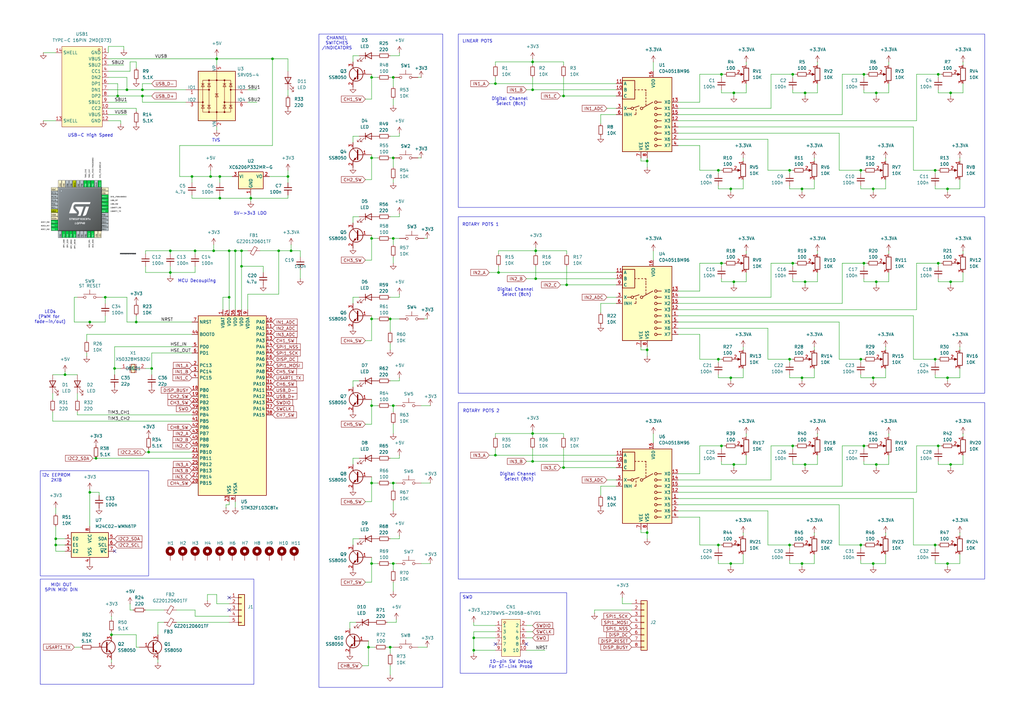
<source format=kicad_sch>
(kicad_sch (version 20231120) (generator "eeschema") (generator_version "8.0")
  (paper "A3")
  (junction (at 330.2 190.5))
  (junction (at 353.06 223.52))
  (junction (at 62.23 151.13))
  (junction (at 78.74 72.39))
  (junction (at 358.14 154.94))
  (junction (at 359.41 190.5))
  (junction (at 90.17 81.28))
  (junction (at 55.88 132.08))
  (junction (at 325.12 182.88))
  (junction (at 388.62 77.47))
  (junction (at 218.44 189.23))
  (junction (at 353.06 147.32))
  (junction (at 218.44 25.4))
  (junction (at 161.29 198.12))
  (junction (at 203.2 186.69))
  (junction (at 69.85 102.87))
  (junction (at 389.89 38.1))
  (junction (at 99.06 102.87))
  (junction (at 93.98 121.92))
  (junction (at 300.99 115.57))
  (junction (at 118.11 72.39))
  (junction (at 161.29 97.79))
  (junction (at 80.01 102.87))
  (junction (at 359.41 115.57))
  (junction (at 99.06 109.22))
  (junction (at 36.83 132.08))
  (junction (at 161.29 231.14))
  (junction (at 384.81 107.95))
  (junction (at 152.4 64.77))
  (junction (at 323.85 223.52))
  (junction (at 299.72 154.94))
  (junction (at 383.54 69.85))
  (junction (at 294.64 223.52))
  (junction (at 231.14 39.37))
  (junction (at 295.91 30.48))
  (junction (at 353.06 69.85))
  (junction (at 204.47 111.76))
  (junction (at 114.3 102.87))
  (junction (at 194.31 261.62))
  (junction (at 96.52 102.87))
  (junction (at 111.76 24.13))
  (junction (at 300.99 38.1))
  (junction (at 43.18 121.92))
  (junction (at 300.99 190.5))
  (junction (at 152.4 166.37))
  (junction (at 219.71 102.87))
  (junction (at 219.71 114.3))
  (junction (at 161.29 31.75))
  (junction (at 152.4 31.75))
  (junction (at 58.42 39.37))
  (junction (at 102.87 81.28))
  (junction (at 354.33 30.48))
  (junction (at 152.4 231.14))
  (junction (at 325.12 107.95))
  (junction (at 323.85 69.85))
  (junction (at 299.72 77.47))
  (junction (at 295.91 182.88))
  (junction (at 330.2 38.1))
  (junction (at 22.86 220.98))
  (junction (at 39.37 187.96))
  (junction (at 161.29 166.37))
  (junction (at 26.67 153.67))
  (junction (at 388.62 231.14))
  (junction (at 383.54 223.52))
  (junction (at 152.4 97.79))
  (junction (at 151.13 265.43))
  (junction (at 36.83 201.93))
  (junction (at 389.89 190.5))
  (junction (at 119.38 102.87))
  (junction (at 218.44 177.8))
  (junction (at 161.29 64.77))
  (junction (at 45.72 260.35))
  (junction (at 294.64 147.32))
  (junction (at 383.54 147.32))
  (junction (at 328.93 77.47))
  (junction (at 194.31 266.7))
  (junction (at 354.33 182.88))
  (junction (at 160.02 265.43))
  (junction (at 152.4 130.81))
  (junction (at 295.91 107.95))
  (junction (at 265.43 143.51))
  (junction (at 358.14 77.47))
  (junction (at 384.81 30.48))
  (junction (at 22.86 223.52))
  (junction (at 265.43 218.44))
  (junction (at 58.42 36.83))
  (junction (at 299.72 231.14))
  (junction (at 359.41 38.1))
  (junction (at 160.02 130.81))
  (junction (at 328.93 231.14))
  (junction (at 388.62 154.94))
  (junction (at 358.14 231.14))
  (junction (at 330.2 115.57))
  (junction (at 60.96 185.42))
  (junction (at 231.14 191.77))
  (junction (at 152.4 198.12))
  (junction (at 323.85 147.32))
  (junction (at 90.17 72.39))
  (junction (at 46.99 151.13))
  (junction (at 325.12 30.48))
  (junction (at 88.9 24.13))
  (junction (at 86.36 72.39))
  (junction (at 87.63 102.87))
  (junction (at 52.07 36.83))
  (junction (at 384.81 182.88))
  (junction (at 328.93 154.94))
  (junction (at 93.98 102.87))
  (junction (at 203.2 34.29))
  (junction (at 48.26 39.37))
  (junction (at 69.85 111.76))
  (junction (at 354.33 107.95))
  (junction (at 265.43 66.04))
  (junction (at 389.89 115.57))
  (junction (at 294.64 69.85))
  (junction (at 232.41 116.84))
  (junction (at 218.44 36.83))
  (no_connect (at 215.9 264.16))
  (no_connect (at 46.99 226.06))
  (no_connect (at 93.98 250.19))
  (no_connect (at 93.98 245.11))
  (no_connect (at 203.2 264.16))
  (wire (pts (xy 45.72 254) (xy 45.72 252.73)))
  (wire (pts (xy 144.78 156.21) (xy 147.32 156.21)))
  (wire (pts (xy 26.67 153.67) (xy 31.75 153.67)))
  (wire (pts (xy 149.86 106.68) (xy 152.4 106.68)))
  (wire (pts (xy 21.59 168.91) (xy 21.59 172.72)))
  (wire (pts (xy 246.38 46.99) (xy 246.38 50.8)))
  (wire (pts (xy 394.97 190.5) (xy 394.97 186.69)))
  (wire (pts (xy 163.83 156.21) (xy 160.02 156.21)))
  (wire (pts (xy 149.86 73.66) (xy 152.4 73.66)))
  (wire (pts (xy 345.44 30.48) (xy 354.33 30.48)))
  (wire (pts (xy 323.85 69.85) (xy 323.85 71.12)))
  (wire (pts (xy 334.01 77.47) (xy 334.01 73.66)))
  (wire (pts (xy 394.97 177.8) (xy 394.97 179.07)))
  (wire (pts (xy 353.06 77.47) (xy 358.14 77.47)))
  (wire (pts (xy 144.78 223.52) (xy 144.78 220.98)))
  (wire (pts (xy 384.81 223.52) (xy 383.54 223.52)))
  (wire (pts (xy 314.96 147.32) (xy 323.85 147.32)))
  (wire (pts (xy 323.85 76.2) (xy 323.85 77.47)))
  (wire (pts (xy 384.81 182.88) (xy 384.81 184.15)))
  (wire (pts (xy 231.14 177.8) (xy 231.14 179.07)))
  (wire (pts (xy 50.8 19.05) (xy 50.8 20.32)))
  (wire (pts (xy 99.06 127) (xy 99.06 109.22)))
  (wire (pts (xy 265.43 143.51) (xy 265.43 142.24)))
  (wire (pts (xy 93.98 247.65) (xy 88.9 247.65)))
  (wire (pts (xy 44.45 29.21) (xy 53.34 29.21)))
  (wire (pts (xy 64.77 270.51) (xy 64.77 271.78)))
  (wire (pts (xy 31.75 170.18) (xy 78.74 170.18)))
  (wire (pts (xy 96.52 102.87) (xy 93.98 102.87)))
  (wire (pts (xy 163.83 87.63) (xy 163.83 88.9)))
  (wire (pts (xy 194.31 266.7) (xy 203.2 266.7)))
  (wire (pts (xy 323.85 223.52) (xy 323.85 224.79)))
  (wire (pts (xy 99.06 109.22) (xy 107.95 109.22)))
  (wire (pts (xy 359.41 39.37) (xy 359.41 38.1)))
  (wire (pts (xy 384.81 115.57) (xy 389.89 115.57)))
  (wire (pts (xy 306.07 177.8) (xy 306.07 179.07)))
  (wire (pts (xy 359.41 38.1) (xy 364.49 38.1)))
  (wire (pts (xy 69.85 111.76) (xy 80.01 111.76)))
  (wire (pts (xy 353.06 229.87) (xy 353.06 231.14)))
  (wire (pts (xy 375.92 182.88) (xy 375.92 201.93)))
  (wire (pts (xy 219.71 101.6) (xy 219.71 102.87)))
  (wire (pts (xy 172.72 64.77) (xy 171.45 64.77)))
  (wire (pts (xy 345.44 199.39) (xy 278.13 199.39)))
  (wire (pts (xy 152.4 231.14) (xy 154.94 231.14)))
  (wire (pts (xy 119.38 102.87) (xy 123.19 102.87)))
  (wire (pts (xy 330.2 39.37) (xy 330.2 38.1)))
  (wire (pts (xy 278.13 134.62) (xy 314.96 134.62)))
  (wire (pts (xy 231.14 191.77) (xy 252.73 191.77)))
  (wire (pts (xy 299.72 77.47) (xy 304.8 77.47)))
  (wire (pts (xy 144.78 187.96) (xy 147.32 187.96)))
  (wire (pts (xy 152.4 31.75) (xy 152.4 40.64)))
  (wire (pts (xy 345.44 182.88) (xy 345.44 199.39)))
  (wire (pts (xy 330.2 38.1) (xy 335.28 38.1)))
  (wire (pts (xy 316.23 182.88) (xy 316.23 196.85)))
  (wire (pts (xy 215.9 114.3) (xy 219.71 114.3)))
  (wire (pts (xy 49.53 49.53) (xy 44.45 49.53)))
  (wire (pts (xy 389.89 115.57) (xy 394.97 115.57)))
  (wire (pts (xy 364.49 190.5) (xy 364.49 186.69)))
  (wire (pts (xy 306.07 25.4) (xy 306.07 26.67)))
  (wire (pts (xy 297.18 182.88) (xy 295.91 182.88)))
  (wire (pts (xy 374.65 52.07) (xy 374.65 69.85)))
  (wire (pts (xy 394.97 115.57) (xy 394.97 111.76)))
  (wire (pts (xy 297.18 107.95) (xy 295.91 107.95)))
  (wire (pts (xy 44.45 24.13) (xy 88.9 24.13)))
  (wire (pts (xy 69.85 113.03) (xy 69.85 111.76)))
  (wire (pts (xy 151.13 265.43) (xy 153.67 265.43)))
  (wire (pts (xy 86.36 69.85) (xy 86.36 72.39)))
  (wire (pts (xy 144.78 190.5) (xy 144.78 187.96)))
  (wire (pts (xy 295.91 115.57) (xy 300.99 115.57)))
  (wire (pts (xy 229.87 39.37) (xy 231.14 39.37)))
  (wire (pts (xy 295.91 223.52) (xy 294.64 223.52)))
  (wire (pts (xy 359.41 190.5) (xy 364.49 190.5)))
  (wire (pts (xy 359.41 116.84) (xy 359.41 115.57)))
  (wire (pts (xy 299.72 232.41) (xy 299.72 231.14)))
  (wire (pts (xy 203.2 259.08) (xy 194.31 259.08)))
  (wire (pts (xy 53.34 247.65) (xy 53.34 250.19)))
  (wire (pts (xy 218.44 26.67) (xy 218.44 25.4)))
  (wire (pts (xy 363.22 142.24) (xy 363.22 143.51)))
  (wire (pts (xy 262.89 218.44) (xy 265.43 218.44)))
  (wire (pts (xy 52.07 36.83) (xy 58.42 36.83)))
  (wire (pts (xy 287.02 223.52) (xy 294.64 223.52)))
  (wire (pts (xy 334.01 154.94) (xy 334.01 151.13)))
  (wire (pts (xy 299.72 78.74) (xy 299.72 77.47)))
  (wire (pts (xy 345.44 46.99) (xy 278.13 46.99)))
  (wire (pts (xy 204.47 109.22) (xy 204.47 111.76)))
  (wire (pts (xy 334.01 231.14) (xy 334.01 227.33)))
  (wire (pts (xy 375.92 107.95) (xy 375.92 127)))
  (wire (pts (xy 265.43 218.44) (xy 265.43 217.17)))
  (wire (pts (xy 107.95 109.22) (xy 107.95 111.76)))
  (wire (pts (xy 262.89 64.77) (xy 262.89 66.04)))
  (wire (pts (xy 99.06 102.87) (xy 96.52 102.87)))
  (wire (pts (xy 363.22 231.14) (xy 363.22 227.33)))
  (wire (pts (xy 295.91 107.95) (xy 295.91 109.22)))
  (wire (pts (xy 330.2 116.84) (xy 330.2 115.57)))
  (wire (pts (xy 49.53 50.8) (xy 49.53 49.53)))
  (wire (pts (xy 59.69 111.76) (xy 69.85 111.76)))
  (wire (pts (xy 17.78 21.59) (xy 22.86 21.59)))
  (wire (pts (xy 300.99 115.57) (xy 306.07 115.57)))
  (wire (pts (xy 161.29 238.76) (xy 161.29 242.57)))
  (wire (pts (xy 255.27 245.11) (xy 255.27 247.65)))
  (wire (pts (xy 80.01 252.73) (xy 80.01 250.19)))
  (wire (pts (xy 295.91 69.85) (xy 294.64 69.85)))
  (wire (pts (xy 55.88 129.54) (xy 55.88 132.08)))
  (wire (pts (xy 160.02 140.97) (xy 160.02 143.51)))
  (wire (pts (xy 151.13 262.89) (xy 151.13 265.43)))
  (wire (pts (xy 345.44 30.48) (xy 345.44 46.99)))
  (wire (pts (xy 325.12 189.23) (xy 325.12 190.5)))
  (wire (pts (xy 85.09 243.84) (xy 85.09 246.38)))
  (wire (pts (xy 163.83 219.71) (xy 163.83 220.98)))
  (wire (pts (xy 295.91 114.3) (xy 295.91 115.57)))
  (wire (pts (xy 53.34 25.4) (xy 55.88 25.4)))
  (wire (pts (xy 287.02 147.32) (xy 294.64 147.32)))
  (wire (pts (xy 99.06 109.22) (xy 99.06 102.87)))
  (wire (pts (xy 44.45 41.91) (xy 52.07 41.91)))
  (wire (pts (xy 203.2 34.29) (xy 252.73 34.29)))
  (wire (pts (xy 106.68 102.87) (xy 114.3 102.87)))
  (wire (pts (xy 144.78 124.46) (xy 144.78 121.92)))
  (wire (pts (xy 316.23 107.95) (xy 325.12 107.95)))
  (wire (pts (xy 48.26 39.37) (xy 58.42 39.37)))
  (wire (pts (xy 374.65 204.47) (xy 374.65 223.52)))
  (wire (pts (xy 389.89 191.77) (xy 389.89 190.5)))
  (wire (pts (xy 328.93 156.21) (xy 328.93 154.94)))
  (wire (pts (xy 144.78 88.9) (xy 147.32 88.9)))
  (wire (pts (xy 314.96 57.15) (xy 314.96 69.85)))
  (wire (pts (xy 215.9 261.62) (xy 218.44 261.62)))
  (wire (pts (xy 323.85 153.67) (xy 323.85 154.94)))
  (wire (pts (xy 265.43 220.98) (xy 265.43 218.44)))
  (wire (pts (xy 46.99 151.13) (xy 49.53 151.13)))
  (wire (pts (xy 30.48 265.43) (xy 33.02 265.43)))
  (wire (pts (xy 60.96 185.42) (xy 78.74 185.42)))
  (wire (pts (xy 375.92 182.88) (xy 384.81 182.88)))
  (wire (pts (xy 203.2 25.4) (xy 218.44 25.4)))
  (wire (pts (xy 389.89 190.5) (xy 394.97 190.5)))
  (wire (pts (xy 354.33 223.52) (xy 353.06 223.52)))
  (wire (pts (xy 43.18 132.08) (xy 43.18 129.54)))
  (wire (pts (xy 21.59 172.72) (xy 78.74 172.72)))
  (wire (pts (xy 255.27 247.65) (xy 259.08 247.65)))
  (wire (pts (xy 384.81 38.1) (xy 389.89 38.1)))
  (wire (pts (xy 59.69 109.22) (xy 59.69 111.76)))
  (wire (pts (xy 152.4 30.48) (xy 152.4 31.75)))
  (wire (pts (xy 330.2 115.57) (xy 335.28 115.57)))
  (wire (pts (xy 304.8 142.24) (xy 304.8 143.51)))
  (wire (pts (xy 219.71 102.87) (xy 232.41 102.87)))
  (wire (pts (xy 50.8 19.05) (xy 44.45 19.05)))
  (wire (pts (xy 304.8 218.44) (xy 304.8 219.71)))
  (wire (pts (xy 44.45 36.83) (xy 52.07 36.83)))
  (wire (pts (xy 53.34 29.21) (xy 53.34 25.4)))
  (wire (pts (xy 278.13 209.55) (xy 314.96 209.55)))
  (wire (pts (xy 375.92 201.93) (xy 278.13 201.93)))
  (wire (pts (xy 353.06 69.85) (xy 353.06 71.12)))
  (wire (pts (xy 323.85 147.32) (xy 323.85 148.59)))
  (wire (pts (xy 219.71 109.22) (xy 219.71 114.3)))
  (wire (pts (xy 87.63 100.33) (xy 87.63 102.87)))
  (wire (pts (xy 265.43 68.58) (xy 265.43 66.04)))
  (wire (pts (xy 354.33 114.3) (xy 354.33 115.57)))
  (wire (pts (xy 163.83 186.69) (xy 163.83 187.96)))
  (wire (pts (xy 278.13 52.07) (xy 374.65 52.07)))
  (wire (pts (xy 149.86 173.99) (xy 152.4 173.99)))
  (wire (pts (xy 388.62 232.41) (xy 388.62 231.14)))
  (wire (pts (xy 143.51 257.81) (xy 143.51 255.27)))
  (wire (pts (xy 323.85 229.87) (xy 323.85 231.14)))
  (wire (pts (xy 55.88 265.43) (xy 55.88 260.35)))
  (wire (pts (xy 163.83 55.88) (xy 160.02 55.88)))
  (wire (pts (xy 345.44 182.88) (xy 354.33 182.88)))
  (wire (pts (xy 194.31 261.62) (xy 194.31 266.7)))
  (wire (pts (xy 354.33 115.57) (xy 359.41 115.57)))
  (wire (pts (xy 144.78 220.98) (xy 147.32 220.98)))
  (wire (pts (xy 194.31 266.7) (xy 194.31 267.97)))
  (wire (pts (xy 73.66 59.69) (xy 111.76 59.69)))
  (wire (pts (xy 297.18 30.48) (xy 295.91 30.48)))
  (wire (pts (xy 48.26 34.29) (xy 48.26 39.37)))
  (wire (pts (xy 374.65 147.32) (xy 383.54 147.32)))
  (wire (pts (xy 31.75 168.91) (xy 31.75 170.18)))
  (wire (pts (xy 384.81 189.23) (xy 384.81 190.5)))
  (wire (pts (xy 287.02 59.69) (xy 278.13 59.69)))
  (wire (pts (xy 172.72 231.14) (xy 176.53 231.14)))
  (wire (pts (xy 101.6 41.91) (xy 105.41 41.91)))
  (wire (pts (xy 358.14 154.94) (xy 363.22 154.94)))
  (wire (pts (xy 325.12 190.5) (xy 330.2 190.5)))
  (wire (pts (xy 163.83 120.65) (xy 163.83 121.92)))
  (wire (pts (xy 393.7 77.47) (xy 393.7 73.66)))
  (wire (pts (xy 375.92 30.48) (xy 375.92 49.53)))
  (wire (pts (xy 119.38 100.33) (xy 119.38 102.87)))
  (wire (pts (xy 119.38 102.87) (xy 114.3 102.87)))
  (wire (pts (xy 294.64 147.32) (xy 294.64 148.59)))
  (wire (pts (xy 101.6 120.65) (xy 101.6 127)))
  (wire (pts (xy 375.92 30.48) (xy 384.81 30.48)))
  (wire (pts (xy 200.66 34.29) (xy 203.2 34.29)))
  (wire (pts (xy 203.2 177.8) (xy 218.44 177.8)))
  (wire (pts (xy 92.71 207.01) (xy 93.98 207.01)))
  (wire (pts (xy 152.4 96.52) (xy 152.4 97.79)))
  (wire (pts (xy 118.11 36.83) (xy 118.11 39.37)))
  (wire (pts (xy 172.72 166.37) (xy 176.53 166.37)))
  (wire (pts (xy 248.92 196.85) (xy 252.73 196.85)))
  (wire (pts (xy 38.1 187.96) (xy 39.37 187.96)))
  (wire (pts (xy 160.02 265.43) (xy 160.02 267.97)))
  (wire (pts (xy 31.75 161.29) (xy 31.75 163.83)))
  (wire (pts (xy 294.64 153.67) (xy 294.64 154.94)))
  (wire (pts (xy 265.43 66.04) (xy 265.43 64.77)))
  (wire (pts (xy 287.02 69.85) (xy 294.64 69.85)))
  (wire (pts (xy 316.23 196.85) (xy 278.13 196.85)))
  (wire (pts (xy 36.83 200.66) (xy 36.83 201.93)))
  (wire (pts (xy 316.23 107.95) (xy 316.23 121.92)))
  (wire (pts (xy 149.86 40.64) (xy 152.4 40.64)))
  (wire (pts (xy 44.45 44.45) (xy 55.88 44.45)))
  (wire (pts (xy 394.97 38.1) (xy 394.97 34.29)))
  (wire (pts (xy 354.33 107.95) (xy 354.33 109.22)))
  (wire (pts (xy 388.62 154.94) (xy 393.7 154.94)))
  (wire (pts (xy 114.3 102.87) (xy 114.3 120.65)))
  (wire (pts (xy 383.54 153.67) (xy 383.54 154.94)))
  (wire (pts (xy 299.72 156.21) (xy 299.72 154.94)))
  (wire (pts (xy 118.11 69.85) (xy 118.11 72.39)))
  (wire (pts (xy 55.88 132.08) (xy 52.07 132.08)))
  (wire (pts (xy 323.85 154.94) (xy 328.93 154.94)))
  (wire (pts (xy 287.02 30.48) (xy 287.02 41.91)))
  (wire (pts (xy 152.4 64.77) (xy 154.94 64.77)))
  (wire (pts (xy 231.14 39.37) (xy 252.73 39.37)))
  (wire (pts (xy 161.29 198.12) (xy 161.29 200.66)))
  (wire (pts (xy 248.92 121.92) (xy 252.73 121.92)))
  (wire (pts (xy 278.13 57.15) (xy 314.96 57.15)))
  (wire (pts (xy 152.4 63.5) (xy 152.4 64.77)))
  (wire (pts (xy 294.64 77.47) (xy 299.72 77.47)))
  (wire (pts (xy 111.76 59.69) (xy 111.76 24.13)))
  (wire (pts (xy 163.83 22.86) (xy 160.02 22.86)))
  (wire (pts (xy 43.18 121.92) (xy 41.91 121.92)))
  (wire (pts (xy 95.25 72.39) (xy 90.17 72.39)))
  (wire (pts (xy 161.29 166.37) (xy 160.02 166.37)))
  (wire (pts (xy 215.9 259.08) (xy 218.44 259.08)))
  (wire (pts (xy 80.01 109.22) (xy 80.01 111.76)))
  (wire (pts (xy 22.86 226.06) (xy 22.86 223.52)))
  (wire (pts (xy 161.29 97.79) (xy 163.83 97.79)))
  (wire (pts (xy 325.12 30.48) (xy 325.12 31.75)))
  (wire (pts (xy 88.9 24.13) (xy 88.9 26.67)))
  (wire (pts (xy 21.59 161.29) (xy 21.59 163.83)))
  (wire (pts (xy 383.54 154.94) (xy 388.62 154.94)))
  (wire (pts (xy 384.81 107.95) (xy 384.81 109.22)))
  (wire (pts (xy 59.69 185.42) (xy 60.96 185.42)))
  (wire (pts (xy 262.89 217.17) (xy 262.89 218.44)))
  (wire (pts (xy 246.38 199.39) (xy 246.38 203.2)))
  (wire (pts (xy 294.64 231.14) (xy 299.72 231.14)))
  (wire (pts (xy 160.02 130.81) (xy 163.83 130.81)))
  (wire (pts (xy 148.59 273.05) (xy 151.13 273.05)))
  (wire (pts (xy 161.29 166.37) (xy 161.29 168.91)))
  (wire (pts (xy 316.23 30.48) (xy 325.12 30.48)))
  (wire (pts (xy 355.6 182.88) (xy 354.33 182.88)))
  (wire (pts (xy 335.28 38.1) (xy 335.28 34.29)))
  (wire (pts (xy 62.23 144.78) (xy 62.23 151.13)))
  (wire (pts (xy 218.44 189.23) (xy 252.73 189.23)))
  (wire (pts (xy 354.33 182.88) (xy 354.33 184.15)))
  (wire (pts (xy 59.69 102.87) (xy 59.69 104.14)))
  (wire (pts (xy 354.33 30.48) (xy 354.33 31.75)))
  (wire (pts (xy 278.13 129.54) (xy 374.65 129.54)))
  (wire (pts (xy 55.88 44.45) (xy 55.88 45.72)))
  (wire (pts (xy 73.66 72.39) (xy 73.66 59.69)))
  (wire (pts (xy 101.6 36.83) (xy 105.41 36.83)))
  (wire (pts (xy 326.39 182.88) (xy 325.12 182.88)))
  (wire (pts (xy 22.86 210.82) (xy 22.86 208.28)))
  (wire (pts (xy 144.78 55.88) (xy 147.32 55.88)))
  (wire (pts (xy 252.73 124.46) (xy 246.38 124.46)))
  (wire (pts (xy 389.89 38.1) (xy 394.97 38.1)))
  (wire (pts (xy 388.62 156.21) (xy 388.62 154.94)))
  (wire (pts (xy 160.02 265.43) (xy 158.75 265.43)))
  (wire (pts (xy 40.64 201.93) (xy 40.64 203.2)))
  (wire (pts (xy 344.17 207.01) (xy 344.17 223.52)))
  (wire (pts (xy 149.86 238.76) (xy 152.4 238.76)))
  (wire (pts (xy 161.29 205.74) (xy 161.29 209.55)))
  (wire (pts (xy 328.93 78.74) (xy 328.93 77.47)))
  (wire (pts (xy 46.99 153.67) (xy 46.99 151.13)))
  (wire (pts (xy 386.08 107.95) (xy 384.81 107.95)))
  (wire (pts (xy 375.92 107.95) (xy 384.81 107.95)))
  (wire (pts (xy 91.44 121.92) (xy 93.98 121.92)))
  (wire (pts (xy 96.52 205.74) (xy 96.52 208.28)))
  (wire (pts (xy 287.02 212.09) (xy 278.13 212.09)))
  (wire (pts (xy 304.8 77.47) (xy 304.8 73.66)))
  (wire (pts (xy 152.4 64.77) (xy 152.4 73.66)))
  (wire (pts (xy 80.01 250.19) (xy 72.39 250.19)))
  (wire (pts (xy 353.06 153.67) (xy 353.06 154.94)))
  (wire (pts (xy 287.02 194.31) (xy 278.13 194.31)))
  (wire (pts (xy 161.29 173.99) (xy 161.29 177.8)))
  (wire (pts (xy 344.17 69.85) (xy 353.06 69.85)))
  (wire (pts (xy 80.01 252.73) (xy 93.98 252.73)))
  (wire (pts (xy 325.12 69.85) (xy 323.85 69.85)))
  (wire (pts (xy 87.63 102.87) (xy 80.01 102.87)))
  (wire (pts (xy 161.29 231.14) (xy 162.56 231.14)))
  (wire (pts (xy 323.85 231.14) (xy 328.93 231.14)))
  (wire (pts (xy 345.44 107.95) (xy 345.44 124.46)))
  (wire (pts (xy 152.4 97.79) (xy 154.94 97.79)))
  (wire (pts (xy 278.13 204.47) (xy 374.65 204.47)))
  (wire (pts (xy 344.17 132.08) (xy 344.17 147.32)))
  (wire (pts (xy 17.78 49.53) (xy 22.86 49.53)))
  (wire (pts (xy 73.66 72.39) (xy 78.74 72.39)))
  (wire (pts (xy 364.49 38.1) (xy 364.49 34.29)))
  (wire (pts (xy 200.66 111.76) (xy 204.47 111.76)))
  (wire (pts (xy 306.07 115.57) (xy 306.07 111.76)))
  (wire (pts (xy 218.44 36.83) (xy 252.73 36.83)))
  (wire (pts (xy 363.22 64.77) (xy 363.22 66.04)))
  (wire (pts (xy 163.83 54.61) (xy 163.83 55.88)))
  (wire (pts (xy 172.72 31.75) (xy 171.45 31.75)))
  (wire (pts (xy 203.2 256.54) (xy 194.31 256.54)))
  (wire (pts (xy 316.23 182.88) (xy 325.12 182.88)))
  (wire (pts (xy 231.14 31.75) (xy 231.14 39.37)))
  (wire (pts (xy 287.02 107.95) (xy 295.91 107.95)))
  (wire (pts (xy 78.74 72.39) (xy 78.74 74.93)))
  (wire (pts (xy 393.7 142.24) (xy 393.7 143.51)))
  (wire (pts (xy 203.2 34.29) (xy 203.2 31.75)))
  (wire (pts (xy 102.87 81.28) (xy 118.11 81.28)))
  (wire (pts (xy 278.13 132.08) (xy 344.17 132.08)))
  (wire (pts (xy 96.52 127) (xy 96.52 102.87)))
  (wire (pts (xy 294.64 223.52) (xy 294.64 224.79)))
  (wire (pts (xy 163.83 154.94) (xy 163.83 156.21)))
  (wire (pts (xy 58.42 36.83) (xy 58.42 34.29)))
  (wire (pts (xy 203.2 26.67) (xy 203.2 25.4)))
  (wire (pts (xy 364.49 25.4) (xy 364.49 26.67)))
  (wire (pts (xy 358.14 232.41) (xy 358.14 231.14)))
  (wire (pts (xy 160.02 130.81) (xy 160.02 135.89)))
  (wire (pts (xy 203.2 179.07) (xy 203.2 177.8)))
  (wire (pts (xy 287.02 119.38) (xy 278.13 119.38)))
  (wire (pts (xy 295.91 190.5) (xy 300.99 190.5)))
  (wire (pts (xy 35.56 137.16) (xy 35.56 139.7)))
  (wire (pts (xy 374.65 129.54) (xy 374.65 147.32)))
  (wire (pts (xy 91.44 127) (xy 91.44 121.92)))
  (wire (pts (xy 383.54 77.47) (xy 388.62 77.47)))
  (wire (pts (xy 335.28 102.87) (xy 335.28 104.14)))
  (wire (pts (xy 55.88 260.35) (xy 45.72 260.35)))
  (wire (pts (xy 69.85 111.76) (xy 69.85 109.22)))
  (wire (pts (xy 60.96 184.15) (xy 60.96 185.42)))
  (wire (pts (xy 26.67 220.98) (xy 22.86 220.98)))
  (wire (pts (xy 345.44 124.46) (xy 278.13 124.46)))
  (wire (pts (xy 173.99 130.81) (xy 175.26 130.81)))
  (wire (pts (xy 118.11 81.28) (xy 118.11 80.01)))
  (wire (pts (xy 304.8 64.77) (xy 304.8 66.04)))
  (wire (pts (xy 364.49 177.8) (xy 364.49 179.07)))
  (wire (pts (xy 267.97 102.87) (xy 267.97 106.68)))
  (wire (pts (xy 160.02 31.75) (xy 161.29 31.75)))
  (wire (pts (xy 299.72 231.14) (xy 304.8 231.14)))
  (wire (pts (xy 163.83 220.98) (xy 160.02 220.98)))
  (wire (pts (xy 345.44 107.95) (xy 354.33 107.95)))
  (wire (pts (xy 383.54 223.52) (xy 383.54 224.79)))
  (wire (pts (xy 384.81 30.48) (xy 384.81 31.75)))
  (wire (pts (xy 219.71 114.3) (xy 252.73 114.3)))
  (wire (pts (xy 160.02 273.05) (xy 160.02 276.86)))
  (wire (pts (xy 306.07 190.5) (xy 306.07 186.69)))
  (wire (pts (xy 26.67 226.06) (xy 22.86 226.06)))
  (wire (pts (xy 393.7 154.94) (xy 393.7 151.13)))
  (wire (pts (xy 44.45 46.99) (xy 52.07 46.99)))
  (wire (pts (xy 354.33 189.23) (xy 354.33 190.5)))
  (wire (pts (xy 78.74 137.16) (xy 35.56 137.16)))
  (wire (pts (xy 102.87 80.01) (xy 102.87 81.28)))
  (wire (pts (xy 53.34 250.19) (xy 54.61 250.19)))
  (wire (pts (xy 123.19 102.87) (xy 123.19 105.41)))
  (wire (pts (xy 294.64 154.94) (xy 299.72 154.94)))
  (wire (pts (xy 218.44 24.13) (xy 218.44 25.4)))
  (wire (pts (xy 328.93 232.41) (xy 328.93 231.14)))
  (wire (pts (xy 287.02 41.91) (xy 278.13 41.91)))
  (wire (pts (xy 328.93 154.94) (xy 334.01 154.94)))
  (wire (pts (xy 80.01 102.87) (xy 80.01 104.14)))
  (wire (pts (xy 161.29 64.77) (xy 161.29 68.58)))
  (wire (pts (xy 144.78 58.42) (xy 144.78 55.88)))
  (wire (pts (xy 93.98 121.92) (xy 93.98 102.87)))
  (wire (pts (xy 323.85 77.47) (xy 328.93 77.47)))
  (wire (pts (xy 353.06 76.2) (xy 353.06 77.47)))
  (wire (pts (xy 262.89 143.51) (xy 265.43 143.51)))
  (wire (pts (xy 58.42 36.83) (xy 76.2 36.83)))
  (wire (pts (xy 248.92 44.45) (xy 252.73 44.45)))
  (wire (pts (xy 175.26 97.79) (xy 173.99 97.79)))
  (wire (pts (xy 388.62 231.14) (xy 393.7 231.14)))
  (wire (pts (xy 161.29 64.77) (xy 160.02 64.77)))
  (wire (pts (xy 218.44 31.75) (xy 218.44 36.83)))
  (wire (pts (xy 375.92 49.53) (xy 278.13 49.53)))
  (wire (pts (xy 26.67 223.52) (xy 22.86 223.52)))
  (wire (pts (xy 152.4 231.14) (xy 152.4 238.76)))
  (wire (pts (xy 384.81 190.5) (xy 389.89 190.5)))
  (wire (pts (xy 353.06 154.94) (xy 358.14 154.94)))
  (wire (pts (xy 152.4 166.37) (xy 154.94 166.37)))
  (wire (pts (xy 152.4 198.12) (xy 152.4 205.74)))
  (wire (pts (xy 30.48 121.92) (xy 30.48 132.08)))
  (wire (pts (xy 232.41 102.87) (xy 232.41 104.14)))
  (wire (pts (xy 218.44 177.8) (xy 231.14 177.8)))
  (wire (pts (xy 160.02 265.43) (xy 161.29 265.43)))
  (wire (pts (xy 88.9 247.65) (xy 88.9 243.84)))
  (wire (pts (xy 314.96 223.52) (xy 323.85 223.52)))
  (wire (pts (xy 161.29 198.12) (xy 162.56 198.12)))
  (wire (pts (xy 161.29 198.12) (xy 160.02 198.12)))
  (wire (pts (xy 325.12 115.57) (xy 330.2 115.57)))
  (wire (pts (xy 262.89 66.04) (xy 265.43 66.04)))
  (wire (pts (xy 30.48 121.92) (xy 31.75 121.92)))
  (wire (pts (xy 215.9 256.54) (xy 218.44 256.54)))
  (wire (pts (xy 335.28 25.4) (xy 335.28 26.67)))
  (wire (pts (xy 358.14 231.14) (xy 363.22 231.14)))
  (wire (pts (xy 359.41 191.77) (xy 359.41 190.5)))
  (wire (pts (xy 287.02 182.88) (xy 287.02 194.31)))
  (wire (pts (xy 306.07 102.87) (xy 306.07 104.14)))
  (wire (pts (xy 287.02 107.95) (xy 287.02 119.38)))
  (wire (pts (xy 69.85 102.87) (xy 59.69 102.87)))
  (wire (pts (xy 384.81 69.85) (xy 383.54 69.85)))
  (wire (pts (xy 52.07 31.75) (xy 44.45 31.75)))
  (wire (pts (xy 358.14 78.74) (xy 358.14 77.47)))
  (wire (pts (xy 384.81 114.3) (xy 384.81 115.57)))
  (wire (pts (xy 383.54 229.87) (xy 383.54 231.14)))
  (wire (pts (xy 353.06 231.14) (xy 358.14 231.14)))
  (wire (pts (xy 218.44 176.53) (xy 218.44 177.8)))
  (wire (pts (xy 287.02 182.88) (xy 295.91 182.88)))
  (wire (pts (xy 287.02 30.48) (xy 295.91 30.48)))
  (wire (pts (xy 335.28 115.57) (xy 335.28 111.76)))
  (wire (pts (xy 76.2 41.91) (xy 58.42 41.91)))
  (wire (pts (xy 36.83 201.93) (xy 40.64 201.93)))
  (wire (pts (xy 93.98 207.01) (xy 93.98 205.74)))
  (wire (pts (xy 353.06 223.52) (xy 353.06 224.79)))
  (wire (pts (xy 203.2 186.69) (xy 252.73 186.69)))
  (wire (pts (xy 152.4 97.79) (xy 152.4 106.68)))
  (wire (pts (xy 335.28 177.8) (xy 335.28 179.07)))
  (wire (pts (xy 118.11 29.21) (xy 118.11 24.13)))
  (wire (pts (xy 267.97 177.8) (xy 267.97 181.61)))
  (wire (pts (xy 62.23 34.29) (xy 58.42 34.29)))
  (wire (pts (xy 162.56 255.27) (xy 158.75 255.27)))
  (wire (pts (xy 344.17 147.32) (xy 353.06 147.32)))
  (wire (pts (xy 314.96 209.55) (xy 314.96 223.52)))
  (wire (pts (xy 328.93 77.47) (xy 334.01 77.47)))
  (wire (pts (xy 374.65 69.85) (xy 383.54 69.85)))
  (wire (pts (xy 334.01 142.24) (xy 334.01 143.51)))
  (wire (pts (xy 316.23 121.92) (xy 278.13 121.92)))
  (wire (pts (xy 72.39 255.27) (xy 93.98 255.27)))
  (wire (pts (xy 21.59 153.67) (xy 26.67 153.67)))
  (wire (pts (xy 64.77 255.27) (xy 64.77 260.35)))
  (wire (pts (xy 304.8 154.94) (xy 304.8 151.13)))
  (wire (pts (xy 203.2 184.15) (xy 203.2 186.69)))
  (wire (pts (xy 143.51 255.27) (xy 146.05 255.27)))
  (wire (pts (xy 295.91 38.1) (xy 300.99 38.1)))
  (wire (pts (xy 215.9 189.23) (xy 218.44 189.23)))
  (wire (pts (xy 58.42 41.91) (xy 58.42 39.37)))
  (wire (pts (xy 330.2 190.5) (xy 335.28 190.5)))
  (wire (pts (xy 163.83 187.96) (xy 160.02 187.96)))
  (wire (pts (xy 69.85 102.87) (xy 69.85 104.14)))
  (wire (pts (xy 300.99 190.5) (xy 306.07 190.5)))
  (wire (pts (xy 252.73 199.39) (xy 246.38 199.39)))
  (wire (pts (xy 144.78 158.75) (xy 144.78 156.21)))
  (wire (pts (xy 58.42 39.37) (xy 62.23 39.37)))
  (wire (pts (xy 314.96 69.85) (xy 323.85 69.85)))
  (wire (pts (xy 394.97 102.87) (xy 394.97 104.14)))
  (wire (pts (xy 45.72 259.08) (xy 45.72 260.35)))
  (wire (pts (xy 30.48 132.08) (xy 36.83 132.08)))
  (wire (pts (xy 252.73 46.99) (xy 246.38 46.99)))
  (wire (pts (xy 295.91 30.48) (xy 295.91 31.75)))
  (wire (pts (xy 300.99 116.84) (xy 300.99 115.57)))
  (wire (pts (xy 325.12 182.88) (xy 325.12 184.15)))
  (wire (pts (xy 299.72 154.94) (xy 304.8 154.94)))
  (wire (pts (xy 78.74 81.28) (xy 78.74 80.01)))
  (wire (pts (xy 46.99 142.24) (xy 78.74 142.24)))
  (wire (pts (xy 294.64 69.85) (xy 294.64 71.12)))
  (wire (pts (xy 364.49 102.87) (xy 364.49 104.14)))
  (wire (pts (xy 152.4 130.81) (xy 154.94 130.81)))
  (wire (pts (xy 90.17 72.39) (xy 86.36 72.39)))
  (wire (pts (xy 219.71 102.87) (xy 219.71 104.14)))
  (wire (pts (xy 262.89 142.24) (xy 262.89 143.51)))
  (wire (pts (xy 62.23 144.78) (xy 78.74 144.78)))
  (wire (pts (xy 144.78 91.44) (xy 144.78 88.9)))
  (wire (pts (xy 364.49 115.57) (xy 364.49 111.76)))
  (wire (pts (xy 161.29 231.14) (xy 161.29 233.68)))
  (wire (pts (xy 118.11 72.39) (xy 118.11 74.93)))
  (wire (pts (xy 354.33 36.83) (xy 354.33 38.1)))
  (wire (pts (xy 152.4 228.6) (xy 152.4 231.14)))
  (wire (pts (xy 388.62 77.47) (xy 393.7 77.47)))
  (wire (pts (xy 304.8 231.14) (xy 304.8 227.33)))
  (wire (pts (xy 363.22 77.47) (xy 363.22 73.66)))
  (wire (pts (xy 22.86 220.98) (xy 22.86 215.9)))
  (wire (pts (xy 144.78 22.86) (xy 147.32 22.86)))
  (wire (pts (xy 326.39 107.95) (xy 325.12 107.95)))
  (wire (pts (xy 88.9 53.34) (xy 88.9 52.07)))
  (wire (pts (xy 200.66 186.69) (xy 203.2 186.69)))
  (wire (pts (xy 287.02 137.16) (xy 278.13 137.16)))
  (wire (pts (xy 295.91 36.83) (xy 295.91 38.1)))
  (wire (pts (xy 325.12 107.95) (xy 325.12 109.22)))
  (wire (pts (xy 161.29 166.37) (xy 162.56 166.37)))
  (wire (pts (xy 52.07 36.83) (xy 52.07 31.75)))
  (wire (pts (xy 152.4 129.54) (xy 152.4 130.81)))
  (wire (pts (xy 335.28 190.5) (xy 335.28 186.69)))
  (wire (pts (xy 152.4 31.75) (xy 154.94 31.75)))
  (wire (pts (xy 151.13 265.43) (xy 151.13 273.05)))
  (wire (pts (xy 393.7 218.44) (xy 393.7 219.71)))
  (wire (pts (xy 383.54 76.2) (xy 383.54 77.47)))
  (wire (pts (xy 393.7 64.77) (xy 393.7 66.04)))
  (wire (pts (xy 344.17 223.52) (xy 353.06 223.52)))
  (wire (pts (xy 384.81 36.83) (xy 384.81 38.1)))
  (wire (pts (xy 363.22 218.44) (xy 363.22 219.71)))
  (wire (pts (xy 110.49 72.39) (xy 118.11 72.39)))
  (wire (pts (xy 326.39 30.48) (xy 325.12 30.48)))
  (wire (pts (xy 287.02 137.16) (xy 287.02 147.32)))
  (wire (pts (xy 101.6 102.87) (xy 99.06 102.87)))
  (wire (pts (xy 90.17 72.39) (xy 90.17 74.93)))
  (wire (pts (xy 163.83 121.92) (xy 160.02 121.92)))
  (wire (pts (xy 383.54 147.32) (xy 383.54 148.59)))
  (wire (pts (xy 354.33 190.5) (xy 359.41 190.5)))
  (wire (pts (xy 375.92 127) (xy 278.13 127)))
  (wire (pts (xy 152.4 198.12) (xy 154.94 198.12)))
  (wire (pts (xy 204.47 111.76) (xy 252.73 111.76)))
  (wire (pts (xy 144.78 25.4) (xy 144.78 22.86)))
  (wire (pts (xy 325.12 147.32) (xy 323.85 147.32)))
  (wire (pts (xy 386.08 182.88) (xy 384.81 182.88)))
  (wire (pts (xy 383.54 231.14) (xy 388.62 231.14)))
  (wire (pts (xy 149.86 205.74) (xy 152.4 205.74)))
  (wire (pts (xy 161.29 73.66) (xy 161.29 74.93)))
  (wire (pts (xy 88.9 243.84) (xy 85.09 243.84)))
  (wire (pts (xy 330.2 191.77) (xy 330.2 190.5)))
  (wire (pts (xy 93.98 127) (xy 93.98 121.92)))
  (wire (pts (xy 316.23 30.48) (xy 316.23 44.45)))
  (wire (pts (xy 287.02 212.09) (xy 287.02 223.52)))
  (wire (pts (xy 118.11 24.13) (xy 111.76 24.13)))
  (wire (pts (xy 67.31 255.27) (xy 64.77 255.27)))
  (wire (pts (xy 152.4 195.58) (xy 152.4 198.12)))
  (wire (pts (xy 374.65 223.52) (xy 383.54 223.52)))
  (wire (pts (xy 246.38 124.46) (xy 246.38 128.27)))
  (wire (pts (xy 35.56 144.78) (xy 35.56 146.05)))
  (wire (pts (xy 144.78 121.92) (xy 147.32 121.92)))
  (wire (pts (xy 325.12 36.83) (xy 325.12 38.1)))
  (wire (pts (xy 44.45 19.05) (xy 44.45 21.59)))
  (wire (pts (xy 278.13 54.61) (xy 344.17 54.61)))
  (wire (pts (xy 278.13 207.01) (xy 344.17 207.01)))
  (wire (pts (xy 102.87 81.28) (xy 90.17 81.28)))
  (wire (pts (xy 160.02 97.79) (xy 161.29 97.79)))
  (wire (pts (xy 26.67 152.4) (xy 26.67 153.67)))
  (wire (pts (xy 218.44 177.8) (xy 218.44 179.07)))
  (wire (pts (xy 243.84 250.19) (xy 243.84 251.46)))
  (wire (pts (xy 161.29 105.41) (xy 161.29 107.95)))
  (wire (pts (xy 102.87 81.28) (xy 102.87 82.55)))
  (wire (pts (xy 363.22 154.94) (xy 363.22 151.13)))
  (wire (pts (xy 171.45 265.43) (xy 175.26 265.43)))
  (wire (pts (xy 259.08 250.19) (xy 243.84 250.19)))
  (wire (pts (xy 328.93 231.14) (xy 334.01 231.14)))
  (wire (pts (xy 232.41 116.84) (xy 252.73 116.84)))
  (wire (pts (xy 231.14 184.15) (xy 231.14 191.77)))
  (wire (pts (xy 300.99 39.37) (xy 300.99 38.1)))
  (wire (pts (xy 59.69 250.19) (xy 67.31 250.19)))
  (wire (pts (xy 22.86 223.52) (xy 22.86 220.98)))
  (wire (pts (xy 386.08 30.48) (xy 384.81 30.48)))
  (wire (pts (xy 389.89 39.37) (xy 389.89 38.1)))
  (wire (pts (xy 229.87 191.77) (xy 231.14 191.77)))
  (wire (pts (xy 316.23 44.45) (xy 278.13 44.45)))
  (wire (pts (xy 300.99 38.1) (xy 306.07 38.1)))
  (wire (pts (xy 389.89 116.84) (xy 389.89 115.57)))
  (wire (pts (xy 161.29 231.14) (xy 160.02 231.14)))
  (wire (pts (xy 36.83 132.08) (xy 43.18 132.08)))
  (wire (pts (xy 353.06 147.32) (xy 353.06 148.59)))
  (wire (pts (xy 203.2 261.62) (xy 194.31 261.62)))
  (wire (pts (xy 306.07 38.1) (xy 306.07 34.29)))
  (wire (pts (xy 218.44 184.15) (xy 218.44 189.23)))
  (wire (pts (xy 383.54 69.85) (xy 383.54 71.12)))
  (wire (pts (xy 44.45 34.29) (xy 48.26 34.29)))
  (wire (pts (xy 162.56 254) (xy 162.56 255.27)))
  (wire (pts (xy 394.97 25.4) (xy 394.97 26.67)))
  (wire (pts (xy 114.3 120.65) (xy 101.6 120.65)))
  (wire (pts (xy 384.81 147.32) (xy 383.54 147.32)))
  (wire (pts (xy 161.29 31.75) (xy 161.29 35.56)))
  (wire (pts (xy 163.83 88.9) (xy 160.02 88.9)))
  (wire (pts (xy 295.91 189.23) (xy 295.91 190.5)))
  (wire (pts (xy 163.83 21.59) (xy 163.83 22.86)))
  (wire (pts (xy 44.45 26.67) (xy 50.8 26.67)))
  (wire (pts (xy 267.97 25.4) (xy 267.97 29.21)))
  (wire (pts (xy 204.47 104.14) (xy 204.47 102.87)))
  (wire (pts (xy 88.9 22.86) (xy 88.9 24.13)))
  (wire (pts (xy 294.64 229.87) (xy 294.64 231.14)))
  (wire (pts (xy 55.88 25.4) (xy 55.88 27.94)))
  (wire (pts (xy 334.01 64.77) (xy 334.01 66.04)))
  (wire (pts (xy 194.31 259.08) (xy 194.31 261.62)))
  (wire (pts (xy 43.18 121.92) (xy 52.07 121.92)))
  (wire (pts (xy 92.71 207.01) (xy 92.71 208.28)))
  (wire (pts (xy 194.31 256.54) (xy 194.31 255.27)))
  (wire (pts (xy 344.17 54.61) (xy 344.17 69.85)))
  (wire (pts (xy 62.23 153.67) (xy 62.23 151.13)))
  (wire (pts (xy 86.36 72.39) (xy 78.74 72.39)))
  (wire (pts (xy 388.62 78.74) (xy 388.62 77.47)))
  (wire (pts (xy 88.9 24.13) (xy 111.76 24.13)))
  (wire (pts (xy 161.29 97.79) (xy 161.29 100.33)))
  (wire (pts (xy 294.64 76.2) (xy 294.64 77.47)))
  (wire (pts (xy 295.91 182.88) (xy 295.91 184.15)))
  (wire (pts (xy 152.4 130.81) (xy 152.4 139.7)))
  (wire (pts (xy 172.72 198.12) (xy 176.53 198.12)))
  (wire (pts (xy 48.26 39.37) (xy 44.45 39.37)))
  (wire (pts (xy 215.9 36.83) (xy 218.44 36.83)))
  (wire (pts (xy 36.83 215.9) (xy 36.83 201.93)))
  (wire (pts (xy 52.07 132.08) (xy 52.07 121.92)))
  (wire (pts (xy 215.9 266.7) (xy 223.52 266.7)))
  (wire (pts (xy 62.23 151.13) (xy 59.69 151.13)))
  (wire (pts (xy 152.4 163.83) (xy 152.4 166.37)))
  (wire (pts (xy 325.12 38.1) (xy 330.2 38.1)))
  (wire (pts (xy 218.44 25.4) (xy 231.14 25.4)))
  (wire (pts (xy 295.91 147.32) (xy 294.64 147.32)))
  (wire (pts (xy 204.47 102.87) (xy 219.71 102.87)))
  (wire (pts (xy 355.6 30.48) (xy 354.33 30.48)))
  (wire (pts (xy 55.88 265.43) (xy 57.15 265.43)))
  (wire (pts (xy 149.86 139.7) (xy 152.4 139.7)))
  (wire (pts (xy 161.29 40.64) (xy 161.29 43.18)))
  (wire (pts (xy 314.96 134.62) (xy 314.96 147.32)))
  (wire (pts (xy 300.99 191.77) (xy 300.99 190.5)))
  (wire (pts (xy 354.33 69.85) (xy 353.06 69.85)))
  (wire (pts (xy 393.7 231.14) (xy 393.7 227.33)))
  (wire (pts (xy 231.14 26.67) (xy 231.14 25.4)))
  (wire (pts (xy 152.4 166.37) (xy 152.4 173.99)))
  (wire (pts (xy 93.98 102.87) (xy 87.63 102.87)))
  (wire (pts (xy 265.43 146.05) (xy 265.43 143.51)))
  (wire (pts (xy 355.6 107.95) (xy 354.33 107.95)))
  (wire (pts (xy 123.19 110.49) (xy 123.19 114.3)))
  (wire (pts (xy 45.72 271.78) (xy 45.72 270.51)))
  (wire (pts (xy 358.14 156.21) (xy 358.14 154.94)))
  (wire (pts (xy 55.88 132.08) (xy 78.74 132.08)))
  (wire (pts (xy 358.14 77.47) (xy 363.22 77.47)))
  (wire (pts (xy 43.18 121.92) (xy 43.18 124.46)))
  (wire (pts (xy 90.17 81.28) (xy 78.74 81.28)))
  (wire (pts (xy 359.41 115.57) (xy 364.49 115.57)))
  (wire (pts (xy 325.12 223.52) (xy 323.85 223.52)))
  (wire (pts (xy 354.33 38.1) (xy 359.41 38.1)))
  (wire (pts (xy 229.87 116.84) (xy 232.41 116.84)))
  (wire (pts (xy 80.01 102.87) (xy 69.85 102.87)))
  (wire (pts (xy 232.41 109.22) (xy 232.41 116.84)))
  (wire (pts (xy 90.17 81.28) (xy 90.17 80.01)))
  (wire (pts (xy 325.12 114.3) (xy 325.12 115.57)))
  (wire (pts (xy 39.37 187.96) (xy 78.74 187.96)))
  (wire (pts (xy 354.33 147.32) (xy 353.06 147.32)))
  (wire (pts (xy 46.99 142.24) (xy 46.99 151.13)))
  (wire (pts (xy 334.01 218.44) (xy 334.01 219.71)))
  (wire (pts (xy 287.02 59.69) (xy 287.02 69.85)))
  (rectangle (start 16.51 237.49) (end 104.14 280.67))
  (rectangle (start 188.722 243.078) (end 232.41 276.098))
  (rectangle (start 16.51 193.04) (end 60.96 236.22))
  (rectangle (start 187.96 13.97) (end 403.86 85.09))
  (rectangle (start 187.96 88.9) (end 403.86 161.29))
  (rectangle (start 130.81 13.97) (end 181.61 281.94))
  (rectangle (start 187.96 165.1) (end 403.86 237.49))
  (image (at -46.99 260.35) (scale 0.157697))
  (image (at 35.56 83.82) (scale 0.145156))
  (text_box "Switches: \n\nB3F-1000.\n\nFor switch caps, go to Switches -> Accessories - Caps on DigiKey. Tons of options. 3.5mm x 3.5mm is standard, many caps will snap on.\nWe need about 1cm of clearance above the switch so low profile caps won't work most likely.\n\nLEDs:\n\nYou'll want \"light pipes\" e.g. Bivar Inc. VLP-500-F to bring LED light up to surface. Hot glue or epoxy them to the PCB. Part selection depends on PCB offset from faceplate.\n\nMIDI Connector:\n\nYou will want to double check standards for MIDI. See diag below. The MCU UART cannot be driven at 5V hence the NPN transistor; the second transistor is to invert the signal again.\n\nPots:\n\nEvery pot has a R 100 current limiting resistor and a 100n capacitor for filtering.\n\nDisplay:\n\nThe 4-pin SPI out is to drive a display. Recommend mounting that to the faceplate directly and soldering through a header. Waveshare has many options. Careful since the STM32 cannot drive high resolution displays (RAM and SPI throughput / CPU overhead for writing framebuffers) Waveshare sells a module for e-ink e.g. 18321 might be kinda cool." (at -54.61 38.1 0) (size 46.99 107.95) (effects (font (size 1.27 1.27)) (justify left top)))
  (text "Digital Channel \nSelect (8ch)" (at 212.852 195.58 0) (effects (font (size 1.27 1.27))))
  (text "LEDs\n(PWM for \nfade-in/out)" (at 20.574 130.048 0) (effects (font (size 1.27 1.27))))
  (text "CHANNEL\nSWITCHES\n/INDICATORS" (at 138.176 17.78 0) (effects (font (size 1.27 1.27))))
  (text "10-pin SW Debug\nFor ST-Link Probe" (at 209.55 272.542 0) (effects (font (size 1.27 1.27))))
  (text "ROTARY POTS 2" (at 197.358 168.656 0) (effects (font (size 1.27 1.27))))
  (text "i2c EEPROM\n2KiB" (at 23.114 196.088 0) (effects (font (size 1.27 1.27))))
  (text "Digital Channel \nSelect (8ch)" (at 209.55 41.656 0) (effects (font (size 1.27 1.27))))
  (text "USB-C High Speed" (at 37.084 55.626 0) (effects (font (size 1.27 1.27))))
  (text "LINEAR POTS" (at 195.834 17.018 0) (effects (font (size 1.27 1.27))))
  (text "MCU Decoupling" (at 80.772 115.316 0) (effects (font (size 1.27 1.27))))
  (text "Digital Channel \nSelect (8ch)" (at 211.836 119.888 0) (effects (font (size 1.27 1.27))))
  (text "SWD" (at 191.77 245.11 0) (effects (font (size 1.27 1.27))))
  (text "MIDI OUT\n5PIN MIDI DIN" (at 25.146 241.046 0) (effects (font (size 1.27 1.27))))
  (text "TVS" (at 88.646 57.658 0) (effects (font (size 1.27 1.27))))
  (text "ROTARY POTS 1" (at 197.104 92.202 0) (effects (font (size 1.27 1.27))))
  (text "5V->3v3 LDO" (at 102.616 87.63 0) (effects (font (size 1.27 1.27))))
  (label "SBU2" (at 45.72 26.67 0))
  (label "NRST" (at 66.04 132.08 0))
  (label "HSE_OUT" (at 69.85 144.78 0))
  (label "SBU1" (at 101.6 36.83 0))
  (label "SBU2" (at 101.6 41.91 0))
  (label "VUSB" (at 63.5 24.13 0))
  (label "TIM3_CH2" (at 53.34 172.72 180))
  (label "HSE_IN" (at 69.85 142.24 0))
  (label "NRST" (at 219.71 266.7 0))
  (label "VUSB" (at 46.99 46.99 0))
  (label "SBU1" (at 46.99 41.91 0))
  (label "TIM3_CH1" (at 53.34 170.18 180))
  (global_label "IN3_ADC" (shape input) (at 248.92 196.85 180) (property "Intersheetrefs" "${INTERSHEET_REFS}" (effects (hide yes))))
  (global_label "CH7_SW" (shape input) (at 111.76 170.18 0) (property "Intersheetrefs" "${INTERSHEET_REFS}" (effects (hide yes))))
  (global_label "IN1_C" (shape input) (at 78.74 154.94 180) (property "Intersheetrefs" "${INTERSHEET_REFS}" (effects (hide yes))))
  (global_label "SWO" (shape input) (at 218.44 261.62 0) (property "Intersheetrefs" "${INTERSHEET_REFS}" (effects (hide yes))))
  (global_label "IN1_B" (shape input) (at 215.9 36.83 180) (property "Intersheetrefs" "${INTERSHEET_REFS}" (effects (hide yes))))
  (global_label "CH6_SW" (shape input) (at 111.76 157.48 0) (property "Intersheetrefs" "${INTERSHEET_REFS}" (effects (hide yes))))
  (global_label "IN2_ADC" (shape input) (at 248.92 121.92 180) (property "Intersheetrefs" "${INTERSHEET_REFS}" (effects (hide yes))))
  (global_label "DISP_BUSY" (shape input) (at 259.08 265.43 180) (property "Intersheetrefs" "${INTERSHEET_REFS}" (effects (hide yes))))
  (global_label "SWCLK" (shape input) (at 218.44 259.08 0) (property "Intersheetrefs" "${INTERSHEET_REFS}" (effects (hide yes))))
  (global_label "USART1_TX" (shape input) (at 111.76 154.94 0) (property "Intersheetrefs" "${INTERSHEET_REFS}" (effects (hide yes))))
  (global_label "IN2_A" (shape input) (at 200.66 111.76 180) (property "Intersheetrefs" "${INTERSHEET_REFS}" (effects (hide yes))))
  (global_label "CH3_SW" (shape input) (at 149.86 106.68 180) (property "Intersheetrefs" "${INTERSHEET_REFS}" (effects (hide yes))))
  (global_label "IN1_C" (shape input) (at 229.87 39.37 180) (property "Intersheetrefs" "${INTERSHEET_REFS}" (effects (hide yes))))
  (global_label "IN2_C" (shape input) (at 229.87 116.84 180) (property "Intersheetrefs" "${INTERSHEET_REFS}" (effects (hide yes))))
  (global_label "CH2_SW" (shape input) (at 78.74 162.56 180) (property "Intersheetrefs" "${INTERSHEET_REFS}" (effects (hide yes))))
  (global_label "I2C2_SDA" (shape input) (at 46.99 220.98 0) (property "Intersheetrefs" "${INTERSHEET_REFS}" (effects (hide yes))))
  (global_label "CH5_SW" (shape input) (at 111.76 152.4 0) (property "Intersheetrefs" "${INTERSHEET_REFS}" (effects (hide yes))))
  (global_label "CH1_SW" (shape input) (at 111.76 139.7 0) (property "Intersheetrefs" "${INTERSHEET_REFS}" (effects (hide yes))))
  (global_label "DISP_BUSY" (shape input) (at 78.74 160.02 180) (property "Intersheetrefs" "${INTERSHEET_REFS}" (effects (hide yes))))
  (global_label "SPI1_MOSI" (shape input) (at 111.76 149.86 0) (property "Intersheetrefs" "${INTERSHEET_REFS}" (effects (hide yes))))
  (global_label "SPI1_NSS" (shape input) (at 259.08 257.81 180) (property "Intersheetrefs" "${INTERSHEET_REFS}" (effects (hide yes))))
  (global_label "SWCLK" (shape input) (at 111.76 167.64 0) (property "Intersheetrefs" "${INTERSHEET_REFS}" (effects (hide yes))))
  (global_label "CH8_SW" (shape input) (at 148.59 273.05 180) (property "Intersheetrefs" "${INTERSHEET_REFS}" (effects (hide yes))))
  (global_label "USB_D-" (shape input) (at 62.23 34.29 0) (property "Intersheetrefs" "${INTERSHEET_REFS}" (effects (hide yes))))
  (global_label "IN2_A" (shape input) (at 78.74 177.8 180) (property "Intersheetrefs" "${INTERSHEET_REFS}" (effects (hide yes))))
  (global_label "IN2_ADC" (shape input) (at 111.76 134.62 0) (property "Intersheetrefs" "${INTERSHEET_REFS}" (effects (hide yes))))
  (global_label "IN3_A" (shape input) (at 78.74 190.5 180) (property "Intersheetrefs" "${INTERSHEET_REFS}" (effects (hide yes))))
  (global_label "I2C2_SDA" (shape input) (at 38.1 187.96 180) (property "Intersheetrefs" "${INTERSHEET_REFS}" (effects (hide yes))))
  (global_label "CH1_SW" (shape input) (at 149.86 40.64 180) (property "Intersheetrefs" "${INTERSHEET_REFS}" (effects (hide yes))))
  (global_label "I2C2_SCL" (shape input) (at 46.99 223.52 0) (property "Intersheetrefs" "${INTERSHEET_REFS}" (effects (hide yes))))
  (global_label "IN1_A" (shape input) (at 200.66 34.29 180) (property "Intersheetrefs" "${INTERSHEET_REFS}" (effects (hide yes))))
  (global_label "IN3_B" (shape input) (at 215.9 189.23 180) (property "Intersheetrefs" "${INTERSHEET_REFS}" (effects (hide yes))))
  (global_label "IN1_ADC" (shape input) (at 111.76 132.08 0) (property "Intersheetrefs" "${INTERSHEET_REFS}" (effects (hide yes))))
  (global_label "IN2_B" (shape input) (at 78.74 180.34 180) (property "Intersheetrefs" "${INTERSHEET_REFS}" (effects (hide yes))))
  (global_label "IN2_B" (shape input) (at 215.9 114.3 180) (property "Intersheetrefs" "${INTERSHEET_REFS}" (effects (hide yes))))
  (global_label "CH3_SW" (shape input) (at 78.74 165.1 180) (property "Intersheetrefs" "${INTERSHEET_REFS}" (effects (hide yes))))
  (global_label "CH4_SW" (shape input) (at 149.86 139.7 180) (property "Intersheetrefs" "${INTERSHEET_REFS}" (effects (hide yes))))
  (global_label "USB_D+" (shape input) (at 111.76 162.56 0) (property "Intersheetrefs" "${INTERSHEET_REFS}" (effects (hide yes))))
  (global_label "IN3_B" (shape input) (at 78.74 193.04 180) (property "Intersheetrefs" "${INTERSHEET_REFS}" (effects (hide yes))))
  (global_label "USB_D+" (shape input) (at 62.23 39.37 0) (property "Intersheetrefs" "${INTERSHEET_REFS}" (effects (hide yes))))
  (global_label "CH4_SW" (shape input) (at 78.74 198.12 180) (property "Intersheetrefs" "${INTERSHEET_REFS}" (effects (hide yes))))
  (global_label "IN2_C" (shape input) (at 78.74 182.88 180) (property "Intersheetrefs" "${INTERSHEET_REFS}" (effects (hide yes))))
  (global_label "CH2_SW" (shape input) (at 149.86 73.66 180) (property "Intersheetrefs" "${INTERSHEET_REFS}" (effects (hide yes))))
  (global_label "CH5_SW" (shape input) (at 149.86 173.99 180) (property "Intersheetrefs" "${INTERSHEET_REFS}" (effects (hide yes))))
  (global_label "SPI1_SCK" (shape input) (at 111.76 144.78 0) (property "Intersheetrefs" "${INTERSHEET_REFS}" (effects (hide yes))))
  (global_label "IN3_C" (shape input) (at 229.87 191.77 180) (property "Intersheetrefs" "${INTERSHEET_REFS}" (effects (hide yes))))
  (global_label "IN3_A" (shape input) (at 200.66 186.69 180) (property "Intersheetrefs" "${INTERSHEET_REFS}" (effects (hide yes))))
  (global_label "I2C2_SCL" (shape input) (at 59.69 185.42 180) (property "Intersheetrefs" "${INTERSHEET_REFS}" (effects (hide yes))))
  (global_label "SWO" (shape input) (at 78.74 167.64 180) (property "Intersheetrefs" "${INTERSHEET_REFS}" (effects (hide yes))))
  (global_label "SPI1_SCK" (shape input) (at 259.08 252.73 180) (property "Intersheetrefs" "${INTERSHEET_REFS}" (effects (hide yes))))
  (global_label "SWDIO" (shape input) (at 218.44 256.54 0) (property "Intersheetrefs" "${INTERSHEET_REFS}" (effects (hide yes))))
  (global_label "SWDIO" (shape input) (at 111.76 165.1 0) (property "Intersheetrefs" "${INTERSHEET_REFS}" (effects (hide yes))))
  (global_label "CH6_SW" (shape input) (at 149.86 205.74 180) (property "Intersheetrefs" "${INTERSHEET_REFS}" (effects (hide yes))))
  (global_label "USB_D-" (shape input) (at 111.76 160.02 0) (property "Intersheetrefs" "${INTERSHEET_REFS}" (effects (hide yes))))
  (global_label "USART1_TX" (shape input) (at 30.48 265.43 180) (property "Intersheetrefs" "${INTERSHEET_REFS}" (effects (hide yes))))
  (global_label "CH8_SW" (shape input) (at 78.74 175.26 180) (property "Intersheetrefs" "${INTERSHEET_REFS}" (effects (hide yes))))
  (global_label "DISP_RESET" (shape input) (at 259.08 262.89 180) (property "Intersheetrefs" "${INTERSHEET_REFS}" (effects (hide yes))))
  (global_label "IN1_ADC" (shape input) (at 248.92 44.45 180) (property "Intersheetrefs" "${INTERSHEET_REFS}" (effects (hide yes))))
  (global_label "IN1_A" (shape input) (at 78.74 149.86 180) (property "Intersheetrefs" "${INTERSHEET_REFS}" (effects (hide yes))))
  (global_label "CH7_SW" (shape input) (at 149.86 238.76 180) (property "Intersheetrefs" "${INTERSHEET_REFS}" (effects (hide yes))))
  (global_label "SPI1_MOSI" (shape input) (at 259.08 255.27 180) (property "Intersheetrefs" "${INTERSHEET_REFS}" (effects (hide yes))))
  (global_label "IN1_B" (shape input) (at 78.74 152.4 180) (property "Intersheetrefs" "${INTERSHEET_REFS}" (effects (hide yes))))
  (global_label "DISP_DC" (shape input) (at 111.76 147.32 0) (property "Intersheetrefs" "${INTERSHEET_REFS}" (effects (hide yes))))
  (global_label "SPI1_NSS" (shape input) (at 111.76 142.24 0) (property "Intersheetrefs" "${INTERSHEET_REFS}" (effects (hide yes))))
  (global_label "IN3_ADC" (shape input) (at 111.76 137.16 0) (property "Intersheetrefs" "${INTERSHEET_REFS}" (effects (hide yes))))
  (global_label "DISP_DC" (shape input) (at 259.08 260.35 180) (property "Intersheetrefs" "${INTERSHEET_REFS}" (effects (hide yes))))
  (global_label "IN3_C" (shape input) (at 78.74 195.58 180) (property "Intersheetrefs" "${INTERSHEET_REFS}" (effects (hide yes))))
  (symbol (lib_id "Device:C_Small") (at 353.06 73.66 0) (mirror y) (unit 1)
    (property "Reference" "C10" (at 350.52 72.3962 0) (effects (justify left)))
    (property "Value" "100n" (at 350.52 74.9362 0) (effects (justify left)))
    (property "Footprint" "Capacitor_SMD:C_0402_1005Metric" (effects (hide yes)))
    (property "Description" "Unpolarized capacitor, small symbol" (effects (hide yes)))
    (property "LCSC ID" "C14663" (effects (hide yes)))
    (property "LCSC Part" "Basic" (effects (hide yes)))
  )
  (symbol (lib_id "Device:R_Small") (at 388.62 182.88 270) (mirror x) (unit 1)
    (property "Reference" "R42" (at 388.62 177.8 90))
    (property "Value" "100" (at 388.62 180.34 90))
    (property "Footprint" "Resistor_SMD:R_0603_1608Metric" (effects (hide yes)))
    (property "Description" "Resistor, small symbol" (effects (hide yes)))
    (property "LCSC ID" "C22775" (effects (hide yes)))
    (property "LCSC Part" "Basic" (effects (hide yes)))
  )
  (symbol (lib_id "power:GND") (at 388.62 232.41 0) (unit 1)
    (property "Reference" "#PWR086" (effects (hide yes)))
    (property "Value" "GND" (effects (hide yes)))
    (property "Description" "Power symbol creates a global label with name \"GND\" , ground" (effects (hide yes)))
  )
  (symbol (lib_id "Device:R_Small") (at 118.11 41.91 0) (mirror y) (unit 1)
    (property "Reference" "R33" (at 120.65 40.6399 0) (effects (justify right)))
    (property "Value" "220" (at 120.65 43.1799 0) (effects (justify right)))
    (property "Footprint" "Resistor_SMD:R_0603_1608Metric" (effects (hide yes)))
    (property "Description" "Resistor, small symbol" (effects (hide yes)))
    (property "LCSC ID" "C22962" (effects (hide yes)))
    (property "LCSC Part" "Basic" (effects (hide yes)))
  )
  (symbol (lib_id "power:+3.3VA") (at 304.8 218.44 0) (unit 1)
    (property "Reference" "#PWR077" (effects (hide yes)))
    (property "Value" "+3.3VA" (at 304.8 213.36 0))
    (property "Description" "Power symbol creates a global label with name \"+3.3VA\"" (effects (hide yes)))
  )
  (symbol (lib_id "power:GND") (at 388.62 78.74 0) (unit 1)
    (property "Reference" "#PWR028" (effects (hide yes)))
    (property "Value" "GND" (effects (hide yes)))
    (property "Description" "Power symbol creates a global label with name \"GND\" , ground" (effects (hide yes)))
  )
  (symbol (lib_id "Device:C_Small") (at 323.85 227.33 0) (mirror y) (unit 1)
    (property "Reference" "C30" (at 321.31 226.0662 0) (effects (justify left)))
    (property "Value" "100n" (at 321.31 228.6062 0) (effects (justify left)))
    (property "Footprint" "Capacitor_SMD:C_0402_1005Metric" (effects (hide yes)))
    (property "Description" "Unpolarized capacitor, small symbol" (effects (hide yes)))
    (property "LCSC ID" "C14663" (effects (hide yes)))
    (property "LCSC Part" "Basic" (effects (hide yes)))
  )
  (symbol (lib_id "power:GND") (at 265.43 146.05 0) (unit 1)
    (property "Reference" "#PWR054" (effects (hide yes)))
    (property "Value" "GND" (effects (hide yes)))
    (property "Description" "Power symbol creates a global label with name \"GND\" , ground" (effects (hide yes)))
  )
  (symbol (lib_id "power:+3V3") (at 255.27 245.11 0) (unit 1)
    (property "Reference" "#PWR0131" (effects (hide yes)))
    (property "Value" "+3V3" (at 255.27 240.03 0))
    (property "Description" "Power symbol creates a global label with name \"+3V3\"" (effects (hide yes)))
  )
  (symbol (lib_id "Device:C_Small") (at 40.64 205.74 0) (unit 1)
    (property "Reference" "C33" (at 43.18 204.4762 0) (effects (justify left)))
    (property "Value" "100n" (at 43.18 207.0162 0) (effects (justify left)))
    (property "Footprint" "Capacitor_SMD:C_0402_1005Metric" (effects (hide yes)))
    (property "Description" "Unpolarized capacitor, small symbol" (effects (hide yes)))
    (property "LCSC ID" "C14663" (effects (hide yes)))
    (property "LCSC Part" "Basic" (effects (hide yes)))
  )
  (symbol (lib_id "Memory_EEPROM:M24C02-WMN") (at 36.83 223.52 0) (unit 1)
    (property "Reference" "U7" (at 39.0241 213.36 0) (effects (justify left)))
    (property "Value" "M24C02-WMN6TP" (at 39.0241 215.9 0) (effects (justify left)))
    (property "Footprint" "Package_SO:SOIC-8_3.9x4.9mm_P1.27mm" (effects (hide yes)))
    (property "Datasheet" "http://www.st.com/content/ccc/resource/technical/document/datasheet/b0/d8/50/40/5a/85/49/6f/DM00071904.pdf/files/DM00071904.pdf/jcr:content/translations/en.DM00071904.pdf" (effects (hide yes)))
    (property "Description" "2Kb (256x8) I2C Serial EEPROM, 2.5-5.5V, SOIC-8" (effects (hide yes)))
    (property "LCSC ID" "C7562" (effects (hide yes)))
    (property "LCSC Part" "Extended+" (effects (hide yes)))
  )
  (symbol (lib_id "Device:LED") (at 151.13 88.9 0) (unit 1)
    (property "Reference" "D5" (at 149.5425 82.55 0))
    (property "Value" "LED" (at 149.5425 85.09 0))
    (property "Footprint" "LED_SMD:LED_0603_1608Metric" (effects (hide yes)))
    (property "Description" "Light emitting diode" (effects (hide yes)))
    (property "LCSC ID" "C2286" (effects (hide yes)))
    (property "LCSC Part" "Basic" (effects (hide yes)))
  )
  (symbol (lib_id "power:+3.3VA") (at 267.97 25.4 0) (unit 1)
    (property "Reference" "#PWR02" (effects (hide yes)))
    (property "Value" "+3.3VA" (at 267.97 20.32 0))
    (property "Description" "Power symbol creates a global label with name \"+3.3VA\"" (effects (hide yes)))
  )
  (symbol (lib_id "Device:R_Small") (at 246.38 205.74 0) (unit 1)
    (property "Reference" "R43" (at 248.92 204.4699 0) (effects (justify left)))
    (property "Value" "10K" (at 248.92 207.0099 0) (effects (justify left)))
    (property "Footprint" "Resistor_SMD:R_0402_1005Metric" (effects (hide yes)))
    (property "Description" "Resistor, small symbol" (effects (hide yes)))
    (property "LCSC ID" "C25744" (effects (hide yes)))
    (property "LCSC Part" "Basic" (effects (hide yes)))
  )
  (symbol (lib_id "Device:R_Small") (at 246.38 53.34 0) (unit 1)
    (property "Reference" "R8" (at 248.92 52.0699 0) (effects (justify left)))
    (property "Value" "10K" (at 248.92 54.6099 0) (effects (justify left)))
    (property "Footprint" "Resistor_SMD:R_0402_1005Metric" (effects (hide yes)))
    (property "Description" "Resistor, small symbol" (effects (hide yes)))
    (property "LCSC ID" "C25744" (effects (hide yes)))
    (property "LCSC Part" "Basic" (effects (hide yes)))
  )
  (symbol (lib_id "Device:R_Small") (at 356.87 223.52 270) (mirror x) (unit 1)
    (property "Reference" "R46" (at 356.87 218.44 90))
    (property "Value" "100" (at 356.87 220.98 90))
    (property "Footprint" "Resistor_SMD:R_0603_1608Metric" (effects (hide yes)))
    (property "Description" "Resistor, small symbol" (effects (hide yes)))
    (property "LCSC ID" "C22775" (effects (hide yes)))
    (property "LCSC Part" "Basic" (effects (hide yes)))
  )
  (symbol (lib_id "power:+3.3VA") (at 306.07 177.8 0) (unit 1)
    (property "Reference" "#PWR063" (effects (hide yes)))
    (property "Value" "+3.3VA" (at 306.07 172.72 0))
    (property "Description" "Power symbol creates a global label with name \"+3.3VA\"" (effects (hide yes)))
  )
  (symbol (lib_id "power:GND") (at 358.14 232.41 0) (unit 1)
    (property "Reference" "#PWR085" (effects (hide yes)))
    (property "Value" "GND" (effects (hide yes)))
    (property "Description" "Power symbol creates a global label with name \"GND\" , ground" (effects (hide yes)))
  )
  (symbol (lib_id "power:GND") (at 161.29 209.55 0) (unit 1)
    (property "Reference" "#PWR0117" (effects (hide yes)))
    (property "Value" "GND" (effects (hide yes)))
    (property "Description" "Power symbol creates a global label with name \"GND\" , ground" (effects (hide yes)))
  )
  (symbol (lib_id "Device:R_Small") (at 327.66 147.32 270) (mirror x) (unit 1)
    (property "Reference" "R28" (at 327.66 142.24 90))
    (property "Value" "100" (at 327.66 144.78 90))
    (property "Footprint" "Resistor_SMD:R_0603_1608Metric" (effects (hide yes)))
    (property "Description" "Resistor, small symbol" (effects (hide yes)))
    (property "LCSC ID" "C22775" (effects (hide yes)))
    (property "LCSC Part" "Basic" (effects (hide yes)))
  )
  (symbol (lib_id "Switch:SW_Push") (at 167.64 166.37 0) (unit 1)
    (property "Reference" "SW5" (at 167.64 161.544 0))
    (property "Value" "SW_Push" (effects (hide yes)))
    (property "Footprint" "Button_Switch_THT:SW_TH_Tactile_Omron_B3F-10xx" (effects (hide yes)))
    (property "Description" "Push button switch, generic, two pins" (effects (hide yes)))
  )
  (symbol (lib_id "power:GND") (at 35.56 146.05 0) (unit 1)
    (property "Reference" "#PWR055" (effects (hide yes)))
    (property "Value" "GND" (effects (hide yes)))
    (property "Description" "Power symbol creates a global label with name \"GND\" , ground" (effects (hide yes)))
  )
  (symbol (lib_id "Device:LED") (at 149.86 255.27 0) (unit 1)
    (property "Reference" "D10" (at 148.2725 248.92 0))
    (property "Value" "LED" (at 148.2725 251.46 0))
    (property "Footprint" "LED_SMD:LED_0603_1608Metric" (effects (hide yes)))
    (property "Description" "Light emitting diode" (effects (hide yes)))
    (property "LCSC ID" "C2286" (effects (hide yes)))
    (property "LCSC Part" "Basic" (effects (hide yes)))
  )
  (symbol (lib_id "Device:R_Potentiometer") (at 394.97 182.88 0) (mirror y) (unit 1)
    (property "Reference" "RV20" (at 397.51 181.6099 0) (effects (justify right)))
    (property "Value" "10K" (at 397.51 184.1499 0) (effects (justify right)))
    (property "Footprint" "Potentiometer_THT:Potentiometer_Bourns_PTV09A-1_Single_Vertical" (effects (hide yes)))
    (property "Description" "PTB0143-2010BPB103" (effects (hide yes)))
    (property "Digikey/Part" "PTV09A-4025S-A103" (effects (hide yes)))
    (property "LCSC ID" "None" (effects (hide yes)))
    (property "LCSC Part" "None" (effects (hide yes)))
  )
  (symbol (lib_id "power:GND") (at 17.78 21.59 0) (unit 1)
    (property "Reference" "#PWR012" (effects (hide yes)))
    (property "Value" "GND" (effects (hide yes)))
    (property "Description" "Power symbol creates a global label with name \"GND\" , ground" (effects (hide yes)))
  )
  (symbol (lib_id "Device:LED") (at 31.75 157.48 90) (unit 1)
    (property "Reference" "D2" (at 35.56 157.7974 90) (effects (justify right)))
    (property "Value" "LED" (at 35.56 160.3374 90) (effects (justify right)))
    (property "Footprint" "LED_SMD:LED_0603_1608Metric" (effects (hide yes)))
    (property "Description" "Light emitting diode" (effects (hide yes)))
    (property "LCSC ID" "C2286" (effects (hide yes)))
    (property "LCSC Part" "Basic" (effects (hide yes)))
  )
  (symbol (lib_id "Transistor_BJT:SS8050") (at 147.32 30.48 0) (mirror y) (unit 1)
    (property "Reference" "Q3" (at 142.24 29.2099 0) (effects (justify left)))
    (property "Value" "SS8050" (at 142.24 31.7499 0) (effects (justify left)))
    (property "Footprint" "Package_TO_SOT_SMD:SOT-23" (effects (hide yes)))
    (property "Datasheet" "http://www.secosgmbh.com/datasheet/products/SSMPTransistor/SOT-23/SS8050.pdf" (effects (hide yes)))
    (property "Description" "General Purpose NPN Transistor, 1.5A Ic, 25V Vce, SOT-23" (effects (hide yes)))
    (property "LCSC ID" "C2150" (effects (hide yes)))
    (property "LCSC Part" "Basic" (effects (hide yes)))
  )
  (symbol (lib_id "Device:R_Potentiometer") (at 335.28 30.48 0) (mirror y) (unit 1)
    (property "Reference" "RV2" (at 337.82 29.2099 0) (effects (justify right)))
    (property "Value" "10K" (at 337.82 31.7499 0) (effects (justify right)))
    (property "Footprint" "Potentiometer_THT:Potentiometer_Bourns_PTA6043_Single_Slide" (effects (hide yes)))
    (property "Description" "PTB0143-2010BPB103" (effects (hide yes)))
    (property "Digikey/Part" "PTA6043-2015DPB103" (effects (hide yes)))
    (property "LCSC ID" "None" (effects (hide yes)))
    (property "LCSC Part" "None" (effects (hide yes)))
  )
  (symbol (lib_id "Device:R_Potentiometer") (at 306.07 182.88 0) (mirror y) (unit 1)
    (property "Reference" "RV17" (at 308.61 181.6099 0) (effects (justify right)))
    (property "Value" "10K" (at 308.61 184.1499 0) (effects (justify right)))
    (property "Footprint" "Potentiometer_THT:Potentiometer_Bourns_PTV09A-1_Single_Vertical" (effects (hide yes)))
    (property "Description" "PTB0143-2010BPB103" (effects (hide yes)))
    (property "Digikey/Part" "PTV09A-4025S-A103" (effects (hide yes)))
    (property "LCSC ID" "None" (effects (hide yes)))
    (property "LCSC Part" "None" (effects (hide yes)))
  )
  (symbol (lib_id "Device:R_Small") (at 21.59 166.37 0) (mirror y) (unit 1)
    (property "Reference" "R31" (at 24.13 165.0999 0) (effects (justify right)))
    (property "Value" "220" (at 24.13 167.6399 0) (effects (justify right)))
    (property "Footprint" "Resistor_SMD:R_0603_1608Metric" (effects (hide yes)))
    (property "Description" "Resistor, small symbol" (effects (hide yes)))
    (property "LCSC ID" "C22962" (effects (hide yes)))
    (property "LCSC Part" "Basic" (effects (hide yes)))
  )
  (symbol (lib_id "Device:C_Small") (at 294.64 151.13 0) (mirror y) (unit 1)
    (property "Reference" "C21" (at 292.1 149.8662 0) (effects (justify left)))
    (property "Value" "100n" (at 292.1 152.4062 0) (effects (justify left)))
    (property "Footprint" "Capacitor_SMD:C_0402_1005Metric" (effects (hide yes)))
    (property "Description" "Unpolarized capacitor, small symbol" (effects (hide yes)))
    (property "LCSC ID" "C14663" (effects (hide yes)))
    (property "LCSC Part" "Basic" (effects (hide yes)))
  )
  (symbol (lib_id "power:GND") (at 144.78 134.62 0) (unit 1)
    (property "Reference" "#PWR0109" (effects (hide yes)))
    (property "Value" "GND" (effects (hide yes)))
    (property "Description" "Power symbol creates a global label with name \"GND\" , ground" (effects (hide yes)))
  )
  (symbol (lib_id "power:+3V3") (at 172.72 31.75 0) (unit 1)
    (property "Reference" "#PWR095" (effects (hide yes)))
    (property "Value" "+3V3" (at 172.72 27.94 0))
    (property "Description" "Power symbol creates a global label with name \"+3V3\"" (effects (hide yes)))
  )
  (symbol (lib_id "Device:R_Small") (at 161.29 171.45 0) (unit 1)
    (property "Reference" "R63" (at 163.83 170.1799 0) (effects (justify left)))
    (property "Value" "10K" (at 163.83 172.7199 0) (effects (justify left)))
    (property "Footprint" "Resistor_SMD:R_0402_1005Metric" (effects (hide yes)))
    (property "Description" "Resistor, small symbol" (effects (hide yes)))
    (property "LCSC ID" "C25744" (effects (hide yes)))
    (property "LCSC Part" "Basic" (effects (hide yes)))
  )
  (symbol (lib_id "power:GND") (at 62.23 158.75 0) (unit 1)
    (property "Reference" "#PWR0129" (effects (hide yes)))
    (property "Value" "GND" (effects (hide yes)))
    (property "Description" "Power symbol creates a global label with name \"GND\" , ground" (effects (hide yes)))
  )
  (symbol (lib_id "power:+3V3") (at 176.53 198.12 0) (unit 1)
    (property "Reference" "#PWR0115" (effects (hide yes)))
    (property "Value" "+3V3" (at 176.53 194.31 0))
    (property "Description" "Power symbol creates a global label with name \"+3V3\"" (effects (hide yes)))
  )
  (symbol (lib_id "power:+3.3VA") (at 334.01 64.77 0) (unit 1)
    (property "Reference" "#PWR019" (effects (hide yes)))
    (property "Value" "+3.3VA" (at 334.01 59.69 0))
    (property "Description" "Power symbol creates a global label with name \"+3.3VA\"" (effects (hide yes)))
  )
  (symbol (lib_id "Device:R_Potentiometer") (at 335.28 182.88 0) (mirror y) (unit 1)
    (property "Reference" "RV18" (at 337.82 181.6099 0) (effects (justify right)))
    (property "Value" "10K" (at 337.82 184.1499 0) (effects (justify right)))
    (property "Footprint" "Potentiometer_THT:Potentiometer_Bourns_PTV09A-1_Single_Vertical" (effects (hide yes)))
    (property "Description" "PTB0143-2010BPB103" (effects (hide yes)))
    (property "Digikey/Part" "PTV09A-4025S-A103" (effects (hide yes)))
    (property "LCSC ID" "None" (effects (hide yes)))
    (property "LCSC Part" "None" (effects (hide yes)))
  )
  (symbol (lib_id "Mechanical:MountingHole_Pad") (at 120.65 227.33 0) (unit 1) (exclude_from_sim yes) (in_bom no)
    (property "Reference" "H11" (at 119.38 222.758 0) (effects (justify left)))
    (property "Value" "MountingHole_Pad" (effects (hide yes)))
    (property "Footprint" "MountingHole:MountingHole_2.7mm_M2.5_DIN965_Pad" (effects (hide yes)))
    (property "Description" "Mounting Hole with connection" (effects (hide yes)))
  )
  (symbol (lib_id "Device:R_Small") (at 35.56 265.43 90) (unit 1)
    (property "Reference" "R52" (at 35.56 260.35 90))
    (property "Value" "5.1K" (at 35.56 262.89 90))
    (property "Footprint" "Resistor_SMD:R_0402_1005Metric" (effects (hide yes)))
    (property "Description" "Resistor, small symbol" (effects (hide yes)))
    (property "LCSC ID" "C25905" (effects (hide yes)))
    (property "LCSC Part" "Basic" (effects (hide yes)))
  )
  (symbol (lib_id "Device:C_Small") (at 295.91 34.29 0) (mirror y) (unit 1)
    (property "Reference" "C1" (at 293.37 33.0262 0) (effects (justify left)))
    (property "Value" "100n" (at 293.37 35.5662 0) (effects (justify left)))
    (property "Footprint" "Capacitor_SMD:C_0402_1005Metric" (effects (hide yes)))
    (property "Description" "Unpolarized capacitor, small symbol" (effects (hide yes)))
    (property "LCSC ID" "C14663" (effects (hide yes)))
    (property "LCSC Part" "Basic" (effects (hide yes)))
  )
  (symbol (lib_id "Transistor_BJT:SS8050") (at 62.23 265.43 0) (unit 1)
    (property "Reference" "Q1" (at 67.31 264.1599 0) (effects (justify left)))
    (property "Value" "SS8050" (at 67.31 266.6999 0) (effects (justify left)))
    (property "Footprint" "Package_TO_SOT_SMD:SOT-23" (effects (hide yes)))
    (property "Datasheet" "http://www.secosgmbh.com/datasheet/products/SSMPTransistor/SOT-23/SS8050.pdf" (effects (hide yes)))
    (property "Description" "General Purpose NPN Transistor, 1.5A Ic, 25V Vce, SOT-23" (effects (hide yes)))
    (property "LCSC ID" "C2150" (effects (hide yes)))
    (property "LCSC Part" "Basic" (effects (hide yes)))
  )
  (symbol (lib_id "power:+3.3VA") (at 119.38 100.33 0) (unit 1)
    (property "Reference" "#PWR039" (effects (hide yes)))
    (property "Value" "+3.3VA" (at 119.38 95.25 0))
    (property "Description" "Power symbol creates a global label with name \"+3.3VA\"" (effects (hide yes)))
  )
  (symbol (lib_id "Device:R_Potentiometer") (at 364.49 30.48 0) (mirror y) (unit 1)
    (property "Reference" "RV3" (at 367.03 29.2099 0) (effects (justify right)))
    (property "Value" "10K" (at 367.03 31.7499 0) (effects (justify right)))
    (property "Footprint" "Potentiometer_THT:Potentiometer_Bourns_PTA6043_Single_Slide" (effects (hide yes)))
    (property "Description" "PTB0143-2010BPB103" (effects (hide yes)))
    (property "Digikey/Part" "PTA6043-2015DPB103" (effects (hide yes)))
    (property "LCSC ID" "None" (effects (hide yes)))
    (property "LCSC Part" "None" (effects (hide yes)))
  )
  (symbol (lib_id "power:GND") (at 246.38 55.88 0) (unit 1)
    (property "Reference" "#PWR014" (effects (hide yes)))
    (property "Value" "GND" (effects (hide yes)))
    (property "Description" "Power symbol creates a global label with name \"GND\" , ground" (effects (hide yes)))
  )
  (symbol (lib_id "Device:R_Small") (at 35.56 142.24 0) (unit 1)
    (property "Reference" "R26" (at 38.1 140.9699 0) (effects (justify left)))
    (property "Value" "10K" (at 38.1 143.5099 0) (effects (justify left)))
    (property "Footprint" "Resistor_SMD:R_0402_1005Metric" (effects (hide yes)))
    (property "Description" "Resistor, small symbol" (effects (hide yes)))
    (property "LCSC ID" "C25744" (effects (hide yes)))
    (property "LCSC Part" "Basic" (effects (hide yes)))
  )
  (symbol (lib_id "Transistor_BJT:SS8050") (at 147.32 129.54 0) (mirror y) (unit 1)
    (property "Reference" "Q6" (at 142.24 128.2699 0) (effects (justify left)))
    (property "Value" "SS8050" (at 142.24 130.8099 0) (effects (justify left)))
    (property "Footprint" "Package_TO_SOT_SMD:SOT-23" (effects (hide yes)))
    (property "Datasheet" "http://www.secosgmbh.com/datasheet/products/SSMPTransistor/SOT-23/SS8050.pdf" (effects (hide yes)))
    (property "Description" "General Purpose NPN Transistor, 1.5A Ic, 25V Vce, SOT-23" (effects (hide yes)))
    (property "LCSC ID" "C2150" (effects (hide yes)))
    (property "LCSC Part" "Basic" (effects (hide yes)))
  )
  (symbol (lib_id "Switch:SW_Push") (at 166.37 31.75 0) (unit 1)
    (property "Reference" "SW1" (at 166.37 26.924 0))
    (property "Value" "SW_Push" (effects (hide yes)))
    (property "Footprint" "Button_Switch_THT:SW_TH_Tactile_Omron_B3F-10xx" (effects (hide yes)))
    (property "Description" "Push button switch, generic, two pins" (effects (hide yes)))
  )
  (symbol (lib_id "Device:C_Small") (at 294.64 73.66 0) (mirror y) (unit 1)
    (property "Reference" "C8" (at 292.1 72.3962 0) (effects (justify left)))
    (property "Value" "100n" (at 292.1 74.9362 0) (effects (justify left)))
    (property "Footprint" "Capacitor_SMD:C_0402_1005Metric" (effects (hide yes)))
    (property "Description" "Unpolarized capacitor, small symbol" (effects (hide yes)))
    (property "LCSC ID" "C14663" (effects (hide yes)))
    (property "LCSC Part" "Basic" (effects (hide yes)))
  )
  (symbol (lib_id "power:GND") (at 265.43 220.98 0) (unit 1)
    (property "Reference" "#PWR081" (effects (hide yes)))
    (property "Value" "GND" (effects (hide yes)))
    (property "Description" "Power symbol creates a global label with name \"GND\" , ground" (effects (hide yes)))
  )
  (symbol (lib_id "Device:R_Potentiometer") (at 304.8 69.85 0) (mirror y) (unit 1)
    (property "Reference" "RV5" (at 307.34 68.5799 0) (effects (justify right)))
    (property "Value" "10K" (at 307.34 71.1199 0) (effects (justify right)))
    (property "Footprint" "Potentiometer_THT:Potentiometer_Bourns_PTA6043_Single_Slide" (effects (hide yes)))
    (property "Description" "PTB0143-2010BPB103" (effects (hide yes)))
    (property "Digikey/Part" "PTA6043-2015DPB103" (effects (hide yes)))
    (property "LCSC ID" "None" (effects (hide yes)))
    (property "LCSC Part" "None" (effects (hide yes)))
  )
  (symbol (lib_id "power:+3.3VA") (at 335.28 25.4 0) (unit 1)
    (property "Reference" "#PWR04" (effects (hide yes)))
    (property "Value" "+3.3VA" (at 335.28 20.32 0))
    (property "Description" "Power symbol creates a global label with name \"+3.3VA\"" (effects (hide yes)))
  )
  (symbol (lib_id "power:GND") (at 243.84 251.46 0) (unit 1)
    (property "Reference" "#PWR0132" (effects (hide yes)))
    (property "Value" "GND" (effects (hide yes)))
    (property "Description" "Power symbol creates a global label with name \"GND\" , ground" (effects (hide yes)))
  )
  (symbol (lib_id "Transistor_BJT:SS8050") (at 146.05 262.89 0) (mirror y) (unit 1)
    (property "Reference" "Q10" (at 140.97 261.6199 0) (effects (justify left)))
    (property "Value" "SS8050" (at 140.97 264.1599 0) (effects (justify left)))
    (property "Footprint" "Package_TO_SOT_SMD:SOT-23" (effects (hide yes)))
    (property "Datasheet" "http://www.secosgmbh.com/datasheet/products/SSMPTransistor/SOT-23/SS8050.pdf" (effects (hide yes)))
    (property "Description" "General Purpose NPN Transistor, 1.5A Ic, 25V Vce, SOT-23" (effects (hide yes)))
    (property "LCSC ID" "C2150" (effects (hide yes)))
    (property "LCSC Part" "Basic" (effects (hide yes)))
  )
  (symbol (lib_id "power:GND") (at 102.87 82.55 0) (unit 1)
    (property "Reference" "#PWR023" (effects (hide yes)))
    (property "Value" "GND" (effects (hide yes)))
    (property "Description" "Power symbol creates a global label with name \"GND\" , ground" (effects (hide yes)))
  )
  (symbol (lib_id "power:+3.3VA") (at 335.28 177.8 0) (unit 1)
    (property "Reference" "#PWR064" (effects (hide yes)))
    (property "Value" "+3.3VA" (at 335.28 172.72 0))
    (property "Description" "Power symbol creates a global label with name \"+3.3VA\"" (effects (hide yes)))
  )
  (symbol (lib_id "power:GND") (at 161.29 107.95 0) (unit 1)
    (property "Reference" "#PWR0106" (effects (hide yes)))
    (property "Value" "GND" (effects (hide yes)))
    (property "Description" "Power symbol creates a global label with name \"GND\" , ground" (effects (hide yes)))
  )
  (symbol (lib_id "Device:R_Small") (at 358.14 182.88 270) (mirror x) (unit 1)
    (property "Reference" "R41" (at 358.14 177.8 90))
    (property "Value" "100" (at 358.14 180.34 90))
    (property "Footprint" "Resistor_SMD:R_0603_1608Metric" (effects (hide yes)))
    (property "Description" "Resistor, small symbol" (effects (hide yes)))
    (property "LCSC ID" "C22775" (effects (hide yes)))
    (property "LCSC Part" "Basic" (effects (hide yes)))
  )
  (symbol (lib_id "Device:R_Small") (at 299.72 107.95 270) (mirror x) (unit 1)
    (property "Reference" "R18" (at 299.72 102.87 90))
    (property "Value" "100" (at 299.72 105.41 90))
    (property "Footprint" "Resistor_SMD:R_0603_1608Metric" (effects (hide yes)))
    (property "Description" "Resistor, small symbol" (effects (hide yes)))
    (property "LCSC ID" "C22775" (effects (hide yes)))
    (property "LCSC Part" "Basic" (effects (hide yes)))
  )
  (symbol (lib_id "Device:R_Potentiometer") (at 304.8 147.32 0) (mirror y) (unit 1)
    (property "Reference" "RV13" (at 307.34 146.0499 0) (effects (justify right)))
    (property "Value" "10K" (at 307.34 148.5899 0) (effects (justify right)))
    (property "Footprint" "Potentiometer_THT:Potentiometer_Bourns_PTV09A-1_Single_Vertical" (effects (hide yes)))
    (property "Description" "PTB0143-2010BPB103" (effects (hide yes)))
    (property "Digikey/Part" "PTV09A-4025S-A103" (effects (hide yes)))
    (property "LCSC ID" "None" (effects (hide yes)))
    (property "LCSC Part" "None" (effects (hide yes)))
  )
  (symbol (lib_id "Device:C_Small") (at 383.54 227.33 0) (mirror y) (unit 1)
    (property "Reference" "C32" (at 381 226.0662 0) (effects (justify left)))
    (property "Value" "100n" (at 381 228.6062 0) (effects (justify left)))
    (property "Footprint" "Capacitor_SMD:C_0402_1005Metric" (effects (hide yes)))
    (property "Description" "Unpolarized capacitor, small symbol" (effects (hide yes)))
    (property "LCSC ID" "C14663" (effects (hide yes)))
    (property "LCSC Part" "Basic" (effects (hide yes)))
  )
  (symbol (lib_id "Device:R_Small") (at 299.72 30.48 270) (mirror x) (unit 1)
    (property "Reference" "R4" (at 299.72 25.4 90))
    (property "Value" "100" (at 299.72 27.94 90))
    (property "Footprint" "Resistor_SMD:R_0603_1608Metric" (effects (hide yes)))
    (property "Description" "Resistor, small symbol" (effects (hide yes)))
    (property "LCSC ID" "C22775" (effects (hide yes)))
    (property "LCSC Part" "Basic" (effects (hide yes)))
  )
  (symbol (lib_id "Device:R_Potentiometer") (at 394.97 30.48 0) (mirror y) (unit 1)
    (property "Reference" "RV4" (at 397.51 29.2099 0) (effects (justify right)))
    (property "Value" "10K" (at 397.51 31.7499 0) (effects (justify right)))
    (property "Footprint" "Potentiometer_THT:Potentiometer_Bourns_PTA6043_Single_Slide" (effects (hide yes)))
    (property "Description" "PTB0143-2010BPB103" (effects (hide yes)))
    (property "Digikey/Part" "PTA6043-2015DPB103" (effects (hide yes)))
    (property "LCSC ID" "None" (effects (hide yes)))
    (property "LCSC Part" "None" (effects (hide yes)))
  )
  (symbol (lib_id "Power_Protection:SRV05-4") (at 88.9 39.37 0) (unit 1)
    (property "Reference" "U3" (at 97.282 28.194 0) (effects (justify left)))
    (property "Value" "SRV05-4" (at 97.282 30.734 0) (effects (justify left)))
    (property "Footprint" "Package_TO_SOT_SMD:SOT-23-6" (effects (hide yes)))
    (property "Datasheet" "http://www.onsemi.com/pub/Collateral/SRV05-4-D.PDF" (effects (hide yes)))
    (property "Description" "ESD Protection Diodes with Low Clamping Voltage, SOT-23-6" (effects (hide yes)))
    (property "LCSC ID" "C7420376" (effects (hide yes)))
    (property "LCSC Part" "Extended+" (effects (hide yes)))
  )
  (symbol (lib_id "power:+3V3") (at 175.26 130.81 0) (unit 1)
    (property "Reference" "#PWR0108" (effects (hide yes)))
    (property "Value" "+3V3" (at 175.26 127 0))
    (property "Description" "Power symbol creates a global label with name \"+3V3\"" (effects (hide yes)))
  )
  (symbol (lib_id "power:+3.3VA") (at 394.97 102.87 0) (unit 1)
    (property "Reference" "#PWR037" (effects (hide yes)))
    (property "Value" "+3.3VA" (at 394.97 97.79 0))
    (property "Description" "Power symbol creates a global label with name \"+3.3VA\"" (effects (hide yes)))
  )
  (symbol (lib_id "power:+3V3") (at 172.72 64.77 0) (unit 1)
    (property "Reference" "#PWR0100" (effects (hide yes)))
    (property "Value" "+3V3" (at 172.72 60.96 0))
    (property "Description" "Power symbol creates a global label with name \"+3V3\"" (effects (hide yes)))
  )
  (symbol (lib_id "Device:R_Small") (at 298.45 223.52 270) (mirror x) (unit 1)
    (property "Reference" "R44" (at 298.45 218.44 90))
    (property "Value" "100" (at 298.45 220.98 90))
    (property "Footprint" "Resistor_SMD:R_0603_1608Metric" (effects (hide yes)))
    (property "Description" "Resistor, small symbol" (effects (hide yes)))
    (property "LCSC ID" "C22775" (effects (hide yes)))
    (property "LCSC Part" "Basic" (effects (hide yes)))
  )
  (symbol (lib_id "Connector_Generic:Conn_01x05") (at 99.06 250.19 0) (unit 1)
    (property "Reference" "J1" (at 101.6 248.9199 0) (effects (justify left)))
    (property "Value" "Conn_01x05" (effects (hide yes)))
    (property "Footprint" "Connector_PinHeader_2.54mm:PinHeader_1x05_P2.54mm_Vertical" (effects (hide yes)))
    (property "Description" "Generic connector, single row, 01x05, script generated (kicad-library-utils/schlib/autogen/connector/)" (effects (hide yes)))
    (property "LCSC ID" "None" (effects (hide yes)))
    (property "LCSC Part" "None" (effects (hide yes)))
  )
  (symbol (lib_id "power:+3.3VA") (at 304.8 64.77 0) (unit 1)
    (property "Reference" "#PWR018" (effects (hide yes)))
    (property "Value" "+3.3VA" (at 304.8 59.69 0))
    (property "Description" "Power symbol creates a global label with name \"+3.3VA\"" (effects (hide yes)))
  )
  (symbol (lib_id "power:GND") (at 330.2 116.84 0) (unit 1)
    (property "Reference" "#PWR041" (effects (hide yes)))
    (property "Value" "GND" (effects (hide yes)))
    (property "Description" "Power symbol creates a global label with name \"GND\" , ground" (effects (hide yes)))
  )
  (symbol (lib_id "Device:R_Potentiometer") (at 306.07 30.48 0) (mirror y) (unit 1)
    (property "Reference" "RV1" (at 308.61 29.2099 0) (effects (justify right)))
    (property "Value" "10K" (at 308.61 31.7499 0) (effects (justify right)))
    (property "Footprint" "Potentiometer_THT:Potentiometer_Bourns_PTA6043_Single_Slide" (effects (hide yes)))
    (property "Description" "PTA6043-2015CPB103-ND" (effects (hide yes)))
    (property "Digikey/Part" "PTA6043-2015DPB103" (effects (hide yes)))
    (property "LCSC ID" "None" (effects (hide yes)))
    (property "LCSC Part" "None" (effects (hide yes)))
  )
  (symbol (lib_id "Device:C_Small") (at 107.95 114.3 0) (mirror y) (unit 1)
    (property "Reference" "C20" (at 105.41 113.0362 0) (effects (justify left)))
    (property "Value" "4.7u" (at 105.41 115.5762 0) (effects (justify left)))
    (property "Footprint" "Capacitor_SMD:C_0603_1608Metric" (effects (hide yes)))
    (property "Description" "Unpolarized capacitor, small symbol" (effects (hide yes)))
    (property "LCSC ID" "C19666" (effects (hide yes)))
    (property "LCSC Part" "Basic" (effects (hide yes)))
  )
  (symbol (lib_id "Device:R_Small") (at 387.35 69.85 270) (mirror x) (unit 1)
    (property "Reference" "R13" (at 387.35 64.77 90))
    (property "Value" "100" (at 387.35 67.31 90))
    (property "Footprint" "Resistor_SMD:R_0603_1608Metric" (effects (hide yes)))
    (property "Description" "Resistor, small symbol" (effects (hide yes)))
    (property "LCSC ID" "C22775" (effects (hide yes)))
    (property "LCSC Part" "Basic" (effects (hide yes)))
  )
  (symbol (lib_id "power:+3.3VA") (at 267.97 102.87 0) (unit 1)
    (property "Reference" "#PWR033" (effects (hide yes)))
    (property "Value" "+3.3VA" (at 267.97 97.79 0))
    (property "Description" "Power symbol creates a global label with name \"+3.3VA\"" (effects (hide yes)))
  )
  (symbol (lib_id "Switch:SW_Push") (at 167.64 198.12 0) (unit 1)
    (property "Reference" "SW6" (at 167.64 193.294 0))
    (property "Value" "SW_Push" (effects (hide yes)))
    (property "Footprint" "Button_Switch_THT:SW_TH_Tactile_Omron_B3F-10xx" (effects (hide yes)))
    (property "Description" "Push button switch, generic, two pins" (effects (hide yes)))
  )
  (symbol (lib_id "Device:R_Small") (at 157.48 130.81 270) (mirror x) (unit 1)
    (property "Reference" "R61" (at 157.48 125.73 90))
    (property "Value" "100" (at 157.48 128.27 90))
    (property "Footprint" "Resistor_SMD:R_0603_1608Metric" (effects (hide yes)))
    (property "Description" "Resistor, small symbol" (effects (hide yes)))
    (property "LCSC ID" "C22775" (effects (hide yes)))
    (property "LCSC Part" "Basic" (effects (hide yes)))
  )
  (symbol (lib_id "Switch:SW_Push") (at 167.64 231.14 0) (unit 1)
    (property "Reference" "SW7" (at 167.64 226.314 0))
    (property "Value" "SW_Push" (effects (hide yes)))
    (property "Footprint" "Button_Switch_THT:SW_TH_Tactile_Omron_B3F-10xx" (effects (hide yes)))
    (property "Description" "Push button switch, generic, two pins" (effects (hide yes)))
  )
  (symbol (lib_id "Device:C_Small") (at 294.64 227.33 0) (mirror y) (unit 1)
    (property "Reference" "C29" (at 292.1 226.0662 0) (effects (justify left)))
    (property "Value" "100n" (at 292.1 228.6062 0) (effects (justify left)))
    (property "Footprint" "Capacitor_SMD:C_0402_1005Metric" (effects (hide yes)))
    (property "Description" "Unpolarized capacitor, small symbol" (effects (hide yes)))
    (property "LCSC ID" "C14663" (effects (hide yes)))
    (property "LCSC Part" "Basic" (effects (hide yes)))
  )
  (symbol (lib_id "power:+5V") (at 163.83 21.59 0) (unit 1)
    (property "Reference" "#PWR098" (effects (hide yes)))
    (property "Value" "+5V" (at 163.83 16.51 0))
    (property "Description" "Power symbol creates a global label with name \"+5V\"" (effects (hide yes)))
  )
  (symbol (lib_id "Transistor_BJT:SS8050") (at 147.32 96.52 0) (mirror y) (unit 1)
    (property "Reference" "Q5" (at 142.24 95.2499 0) (effects (justify left)))
    (property "Value" "SS8050" (at 142.24 97.7899 0) (effects (justify left)))
    (property "Footprint" "Package_TO_SOT_SMD:SOT-23" (effects (hide yes)))
    (property "Datasheet" "http://www.secosgmbh.com/datasheet/products/SSMPTransistor/SOT-23/SS8050.pdf" (effects (hide yes)))
    (property "Description" "General Purpose NPN Transistor, 1.5A Ic, 25V Vce, SOT-23" (effects (hide yes)))
    (property "LCSC ID" "C2150" (effects (hide yes)))
    (property "LCSC Part" "Basic" (effects (hide yes)))
  )
  (symbol (lib_id "Device:R_Small") (at 204.47 106.68 0) (unit 1)
    (property "Reference" "R15" (at 207.01 105.4099 0) (effects (justify left)))
    (property "Value" "10K" (at 207.01 107.9499 0) (effects (justify left)))
    (property "Footprint" "Resistor_SMD:R_0402_1005Metric" (effects (hide yes)))
    (property "Description" "Resistor, small symbol" (effects (hide yes)))
    (property "LCSC ID" "C25744" (effects (hide yes)))
    (property "LCSC Part" "Basic" (effects (hide yes)))
  )
  (symbol (lib_id "Device:C_Small") (at 43.18 127 180) (unit 1)
    (property "Reference" "C34" (at 45.72 125.7235 0) (effects (justify right)))
    (property "Value" "100n" (at 45.72 128.2635 0) (effects (justify right)))
    (property "Footprint" "Capacitor_SMD:C_0402_1005Metric" (effects (hide yes)))
    (property "Description" "Unpolarized capacitor, small symbol" (effects (hide yes)))
    (property "LCSC ID" "C14663" (effects (hide yes)))
    (property "LCSC Part" "Basic" (effects (hide yes)))
  )
  (symbol (lib_id "power:GND") (at 160.02 143.51 0) (unit 1)
    (property "Reference" "#PWR0110" (effects (hide yes)))
    (property "Value" "GND" (effects (hide yes)))
    (property "Description" "Power symbol creates a global label with name \"GND\" , ground" (effects (hide yes)))
  )
  (symbol (lib_id "power:GND") (at 49.53 50.8 0) (unit 1)
    (property "Reference" "#PWR029" (effects (hide yes)))
    (property "Value" "GND" (effects (hide yes)))
    (property "Description" "Power symbol creates a global label with name \"GND\" , ground" (effects (hide yes)))
  )
  (symbol (lib_id "power:GND") (at 389.89 39.37 0) (unit 1)
    (property "Reference" "#PWR010" (effects (hide yes)))
    (property "Value" "GND" (effects (hide yes)))
    (property "Description" "Power symbol creates a global label with name \"GND\" , ground" (effects (hide yes)))
  )
  (symbol (lib_id "power:GND") (at 328.93 232.41 0) (unit 1)
    (property "Reference" "#PWR084" (effects (hide yes)))
    (property "Value" "GND" (effects (hide yes)))
    (property "Description" "Power symbol creates a global label with name \"GND\" , ground" (effects (hide yes)))
  )
  (symbol (lib_id "Device:R_Potentiometer") (at 335.28 107.95 0) (mirror y) (unit 1)
    (property "Reference" "RV10" (at 337.82 106.6799 0) (effects (justify right)))
    (property "Value" "10K" (at 337.82 109.2199 0) (effects (justify right)))
    (property "Footprint" "Potentiometer_THT:Potentiometer_Bourns_PTV09A-1_Single_Vertical" (effects (hide yes)))
    (property "Description" "PTB0143-2010BPB103" (effects (hide yes)))
    (property "Digikey/Part" "PTV09A-4025S-A103" (effects (hide yes)))
    (property "LCSC ID" "None" (effects (hide yes)))
    (property "LCSC Part" "None" (effects (hide yes)))
  )
  (symbol (lib_id "Device:C_Small") (at 354.33 111.76 0) (mirror y) (unit 1)
    (property "Reference" "C17" (at 351.79 110.4962 0) (effects (justify left)))
    (property "Value" "100n" (at 351.79 113.0362 0) (effects (justify left)))
    (property "Footprint" "Capacitor_SMD:C_0402_1005Metric" (effects (hide yes)))
    (property "Description" "Unpolarized capacitor, small symbol" (effects (hide yes)))
    (property "LCSC ID" "C14663" (effects (hide yes)))
    (property "LCSC Part" "Basic" (effects (hide yes)))
  )
  (symbol (lib_id "power:+3.3VA") (at 393.7 218.44 0) (unit 1)
    (property "Reference" "#PWR080" (effects (hide yes)))
    (property "Value" "+3.3VA" (at 393.7 213.36 0))
    (property "Description" "Power symbol creates a global label with name \"+3.3VA\"" (effects (hide yes)))
  )
  (symbol (lib_id "power:+3.3VA") (at 306.07 102.87 0) (unit 1)
    (property "Reference" "#PWR034" (effects (hide yes)))
    (property "Value" "+3.3VA" (at 306.07 97.79 0))
    (property "Description" "Power symbol creates a global label with name \"+3.3VA\"" (effects (hide yes)))
  )
  (symbol (lib_id "power:GND") (at 50.8 20.32 0) (unit 1)
    (property "Reference" "#PWR011" (effects (hide yes)))
    (property "Value" "GND" (effects (hide yes)))
    (property "Description" "Power symbol creates a global label with name \"GND\" , ground" (effects (hide yes)))
  )
  (symbol (lib_id "power:GND") (at 118.11 44.45 0) (unit 1)
    (property "Reference" "#PWR0130" (effects (hide yes)))
    (property "Value" "GND" (effects (hide yes)))
    (property "Description" "Power symbol creates a global label with name \"GND\" , ground" (effects (hide yes)))
  )
  (symbol (lib_id "Device:R_Small") (at 203.2 181.61 0) (unit 1)
    (property "Reference" "R35" (at 205.74 180.3399 0) (effects (justify left)))
    (property "Value" "10K" (at 205.74 182.8799 0) (effects (justify left)))
    (property "Footprint" "Resistor_SMD:R_0402_1005Metric" (effects (hide yes)))
    (property "Description" "Resistor, small symbol" (effects (hide yes)))
    (property "LCSC ID" "C25744" (effects (hide yes)))
    (property "LCSC Part" "Basic" (effects (hide yes)))
  )
  (symbol (lib_id "Analog_Switch:CD4051B") (at 265.43 199.39 0) (unit 1)
    (property "Reference" "U6" (at 270.1641 179.07 0) (effects (justify left)))
    (property "Value" "CD4051BM96" (at 270.1641 181.61 0) (effects (justify left)))
    (property "Footprint" "Package_SO:SOIC-16_3.9x9.9mm_P1.27mm" (effects (hide yes)))
    (property "Datasheet" "http://www.ti.com/lit/ds/symlink/cd4052b.pdf" (effects (hide yes)))
    (property "Description" "CMOS single 8-channel analog multiplexer demultiplexer, TSSOP-16/DIP-16/SOIC-16" (effects (hide yes)))
    (property "LCSC ID" "C21379" (effects (hide yes)))
    (property "LCSC Part" "Extended+" (effects (hide yes)))
  )
  (symbol (lib_id "Device:R_Potentiometer") (at 334.01 69.85 0) (mirror y) (unit 1)
    (property "Reference" "RV6" (at 336.55 68.5799 0) (effects (justify right)))
    (property "Value" "10K" (at 336.55 71.1199 0) (effects (justify right)))
    (property "Footprint" "Potentiometer_THT:Potentiometer_Bourns_PTA6043_Single_Slide" (effects (hide yes)))
    (property "Description" "PTB0143-2010BPB103" (effects (hide yes)))
    (property "Digikey/Part" "PTA6043-2015DPB103" (effects (hide yes)))
    (property "LCSC ID" "None" (effects (hide yes)))
    (property "LCSC Part" "None" (effects (hide yes)))
  )
  (symbol (lib_id "Device:R_Potentiometer") (at 306.07 107.95 0) (mirror y) (unit 1)
    (property "Reference" "RV9" (at 308.61 106.6799 0) (effects (justify right)))
    (property "Value" "10K" (at 308.61 109.2199 0) (effects (justify right)))
    (property "Footprint" "Potentiometer_THT:Potentiometer_Bourns_PTV09A-1_Single_Vertical" (effects (hide yes)))
    (property "Description" "PTB0143-2010BPB103" (effects (hide yes)))
    (property "Digikey/Part" "PTV09A-4025S-A103" (effects (hide yes)))
    (property "LCSC ID" "None" (effects (hide yes)))
    (property "LCSC Part" "None" (effects (hide yes)))
  )
  (symbol (lib_id "power:+3V3") (at 194.31 255.27 0) (unit 1)
    (property "Reference" "#PWR072" (effects (hide yes)))
    (property "Value" "+3V3" (at 194.31 250.19 0))
    (property "Description" "Power symbol creates a global label with name \"+3V3\"" (effects (hide yes)))
  )
  (symbol (lib_id "power:GND") (at 144.78 200.66 0) (unit 1)
    (property "Reference" "#PWR0116" (effects (hide yes)))
    (property "Value" "GND" (effects (hide yes)))
    (property "Description" "Power symbol creates a global label with name \"GND\" , ground" (effects (hide yes)))
  )
  (symbol (lib_id "Device:R_Small") (at 246.38 130.81 0) (unit 1)
    (property "Reference" "R22" (at 248.92 129.5399 0) (effects (justify left)))
    (property "Value" "10K" (at 248.92 132.0799 0) (effects (justify left)))
    (property "Footprint" "Resistor_SMD:R_0402_1005Metric" (effects (hide yes)))
    (property "Description" "Resistor, small symbol" (effects (hide yes)))
    (property "LCSC ID" "C25744" (effects (hide yes)))
    (property "LCSC Part" "Basic" (effects (hide yes)))
  )
  (symbol (lib_id "power:+3V3") (at 45.72 252.73 0) (unit 1)
    (property "Reference" "#PWR089" (effects (hide yes)))
    (property "Value" "+3V3" (at 45.72 247.65 0))
    (property "Description" "Power symbol creates a global label with name \"+3V3\"" (effects (hide yes)))
  )
  (symbol (lib_id "Device:C_Small") (at 323.85 73.66 0) (mirror y) (unit 1)
    (property "Reference" "C9" (at 321.31 72.3962 0) (effects (justify left)))
    (property "Value" "100n" (at 321.31 74.9362 0) (effects (justify left)))
    (property "Footprint" "Capacitor_SMD:C_0402_1005Metric" (effects (hide yes)))
    (property "Description" "Unpolarized capacitor, small symbol" (effects (hide yes)))
    (property "LCSC ID" "C14663" (effects (hide yes)))
    (property "LCSC Part" "Basic" (effects (hide yes)))
  )
  (symbol (lib_id "Device:R_Small") (at 31.75 166.37 0) (mirror y) (unit 1)
    (property "Reference" "R32" (at 34.29 165.0999 0) (effects (justify right)))
    (property "Value" "220" (at 34.29 167.6399 0) (effects (justify right)))
    (property "Footprint" "Resistor_SMD:R_0603_1608Metric" (effects (hide yes)))
    (property "Description" "Resistor, small symbol" (effects (hide yes)))
    (property "LCSC ID" "C22962" (effects (hide yes)))
    (property "LCSC Part" "Basic" (effects (hide yes)))
  )
  (symbol (lib_id "Device:R_Small") (at 203.2 29.21 0) (unit 1)
    (property "Reference" "R1" (at 205.74 27.9399 0) (effects (justify left)))
    (property "Value" "10K" (at 205.74 30.4799 0) (effects (justify left)))
    (property "Footprint" "Resistor_SMD:R_0402_1005Metric" (effects (hide yes)))
    (property "Description" "Resistor, small symbol" (effects (hide yes)))
    (property "LCSC ID" "C25744" (effects (hide yes)))
    (property "LCSC Part" "Basic" (effects (hide yes)))
  )
  (symbol (lib_id "power:GND") (at 96.52 208.28 0) (unit 1)
    (property "Reference" "#PWR074" (effects (hide yes)))
    (property "Value" "GND" (effects (hide yes)))
    (property "Description" "Power symbol creates a global label with name \"GND\" , ground" (effects (hide yes)))
  )
  (symbol (lib_id "power:+3V3") (at 87.63 100.33 0) (unit 1)
    (property "Reference" "#PWR038" (effects (hide yes)))
    (property "Value" "+3V3" (at 87.63 95.25 0))
    (property "Description" "Power symbol creates a global label with name \"+3V3\"" (effects (hide yes)))
  )
  (symbol (lib_id "Transistor_BJT:SS8050") (at 147.32 228.6 0) (mirror y) (unit 1)
    (property "Reference" "Q9" (at 142.24 227.3299 0) (effects (justify left)))
    (property "Value" "SS8050" (at 142.24 229.8699 0) (effects (justify left)))
    (property "Footprint" "Package_TO_SOT_SMD:SOT-23" (effects (hide yes)))
    (property "Datasheet" "http://www.secosgmbh.com/datasheet/products/SSMPTransistor/SOT-23/SS8050.pdf" (effects (hide yes)))
    (property "Description" "General Purpose NPN Transistor, 1.5A Ic, 25V Vce, SOT-23" (effects (hide yes)))
    (property "LCSC ID" "C2150" (effects (hide yes)))
    (property "LCSC Part" "Basic" (effects (hide yes)))
  )
  (symbol (lib_id "Device:R_Potentiometer") (at 363.22 69.85 0) (mirror y) (unit 1)
    (property "Reference" "RV7" (at 365.76 68.5799 0) (effects (justify right)))
    (property "Value" "10K" (at 365.76 71.1199 0) (effects (justify right)))
    (property "Footprint" "Potentiometer_THT:Potentiometer_Bourns_PTA6043_Single_Slide" (effects (hide yes)))
    (property "Description" "PTB0143-2010BPB103" (effects (hide yes)))
    (property "Digikey/Part" "PTA6043-2015DPB103" (effects (hide yes)))
    (property "LCSC ID" "None" (effects (hide yes)))
    (property "LCSC Part" "None" (effects (hide yes)))
  )
  (symbol (lib_id "Device:R_Potentiometer") (at 393.7 223.52 0) (mirror y) (unit 1)
    (property "Reference" "RV24" (at 396.24 222.2499 0) (effects (justify right)))
    (property "Value" "10K" (at 396.24 224.7899 0) (effects (justify right)))
    (property "Footprint" "Potentiometer_THT:Potentiometer_Bourns_PTV09A-1_Single_Vertical" (effects (hide yes)))
    (property "Description" "PTB0143-2010BPB103" (effects (hide yes)))
    (property "Digikey/Part" "PTV09A-4025S-A103" (effects (hide yes)))
    (property "LCSC ID" "None" (effects (hide yes)))
    (property "LCSC Part" "None" (effects (hide yes)))
  )
  (symbol (lib_id "power:GND") (at 300.99 191.77 0) (unit 1)
    (property "Reference" "#PWR068" (effects (hide yes)))
    (property "Value" "GND" (effects (hide yes)))
    (property "Description" "Power symbol creates a global label with name \"GND\" , ground" (effects (hide yes)))
  )
  (symbol (lib_id "Device:LED") (at 151.13 187.96 0) (unit 1)
    (property "Reference" "D8" (at 149.5425 181.61 0))
    (property "Value" "LED" (at 149.5425 184.15 0))
    (property "Footprint" "LED_SMD:LED_0603_1608Metric" (effects (hide yes)))
    (property "Description" "Light emitting diode" (effects (hide yes)))
    (property "LCSC ID" "C2286" (effects (hide yes)))
    (property "LCSC Part" "Basic" (effects (hide yes)))
  )
  (symbol (lib_id "power:GND") (at 246.38 208.28 0) (unit 1)
    (property "Reference" "#PWR075" (effects (hide yes)))
    (property "Value" "GND" (effects (hide yes)))
    (property "Description" "Power symbol creates a global label with name \"GND\" , ground" (effects (hide yes)))
  )
  (symbol (lib_id "Device:FerriteBead_Small") (at 104.14 102.87 90) (unit 1)
    (property "Reference" "FB1" (at 104.1019 96.52 90))
    (property "Value" "GZ2012D601TF" (at 104.1019 99.06 90))
    (property "Footprint" "Inductor_SMD:L_0805_2012Metric" (effects (hide yes)))
    (property "Description" "Ferrite bead, small symbol" (effects (hide yes)))
    (property "LCSC ID" "C1017" (effects (hide yes)))
    (property "LCSC Part" "Basic" (effects (hide yes)))
  )
  (symbol (lib_id "power:+5V") (at 53.34 247.65 0) (unit 1)
    (property "Reference" "#PWR088" (effects (hide yes)))
    (property "Value" "+5V" (at 53.34 242.57 0))
    (property "Description" "Power symbol creates a global label with name \"+5V\"" (effects (hide yes)))
  )
  (symbol (lib_id "Device:R_Potentiometer") (at 334.01 147.32 0) (mirror y) (unit 1)
    (property "Reference" "RV14" (at 336.55 146.0499 0) (effects (justify right)))
    (property "Value" "10K" (at 336.55 148.5899 0) (effects (justify right)))
    (property "Footprint" "Potentiometer_THT:Potentiometer_Bourns_PTV09A-1_Single_Vertical" (effects (hide yes)))
    (property "Description" "PTB0143-2010BPB103" (effects (hide yes)))
    (property "Digikey/Part" "PTV09A-4025S-A103" (effects (hide yes)))
    (property "LCSC ID" "None" (effects (hide yes)))
    (property "LCSC Part" "None" (effects (hide yes)))
  )
  (symbol (lib_id "Device:R_Small") (at 298.45 147.32 270) (mirror x) (unit 1)
    (property "Reference" "R27" (at 298.45 142.24 90))
    (property "Value" "100" (at 298.45 144.78 90))
    (property "Footprint" "Resistor_SMD:R_0603_1608Metric" (effects (hide yes)))
    (property "Description" "Resistor, small symbol" (effects (hide yes)))
    (property "LCSC ID" "C22775" (effects (hide yes)))
    (property "LCSC Part" "Basic" (effects (hide yes)))
  )
  (symbol (lib_id "Device:R_Small") (at 157.48 198.12 270) (mirror x) (unit 1)
    (property "Reference" "R66" (at 157.48 193.04 90))
    (property "Value" "100" (at 157.48 195.58 90))
    (property "Footprint" "Resistor_SMD:R_0603_1608Metric" (effects (hide yes)))
    (property "Description" "Resistor, small symbol" (effects (hide yes)))
    (property "LCSC ID" "C22775" (effects (hide yes)))
    (property "LCSC Part" "Basic" (effects (hide yes)))
  )
  (symbol (lib_id "power:GND") (at 359.41 116.84 0) (unit 1)
    (property "Reference" "#PWR042" (effects (hide yes)))
    (property "Value" "GND" (effects (hide yes)))
    (property "Description" "Power symbol creates a global label with name \"GND\" , ground" (effects (hide yes)))
  )
  (symbol (lib_id "Transistor_BJT:SS8050") (at 43.18 265.43 0) (unit 1)
    (property "Reference" "Q2" (at 48.26 264.1599 0) (effects (justify left)))
    (property "Value" "SS8050" (at 48.26 266.6999 0) (effects (justify left)))
    (property "Footprint" "Package_TO_SOT_SMD:SOT-23" (effects (hide yes)))
    (property "Datasheet" "http://www.secosgmbh.com/datasheet/products/SSMPTransistor/SOT-23/SS8050.pdf" (effects (hide yes)))
    (property "Description" "General Purpose NPN Transistor, 1.5A Ic, 25V Vce, SOT-23" (effects (hide yes)))
    (property "LCSC ID" "C2150" (effects (hide yes)))
    (property "LCSC Part" "Basic" (effects (hide yes)))
  )
  (symbol (lib_id "Device:R_Small") (at 232.41 106.68 0) (unit 1)
    (property "Reference" "R17" (at 234.95 105.4099 0) (effects (justify left)))
    (property "Value" "10K" (at 234.95 107.9499 0) (effects (justify left)))
    (property "Footprint" "Resistor_SMD:R_0402_1005Metric" (effects (hide yes)))
    (property "Description" "Resistor, small symbol" (effects (hide yes)))
    (property "LCSC ID" "C25744" (effects (hide yes)))
    (property "LCSC Part" "Basic" (effects (hide yes)))
  )
  (symbol (lib_id "Device:C_Small") (at 384.81 186.69 0) (mirror y) (unit 1)
    (property "Reference" "C28" (at 382.27 185.4262 0) (effects (justify left)))
    (property "Value" "100n" (at 382.27 187.9662 0) (effects (justify left)))
    (property "Footprint" "Capacitor_SMD:C_0402_1005Metric" (effects (hide yes)))
    (property "Description" "Unpolarized capacitor, small symbol" (effects (hide yes)))
    (property "LCSC ID" "C14663" (effects (hide yes)))
    (property "LCSC Part" "Basic" (effects (hide yes)))
  )
  (symbol (lib_id "Switch:SW_Push") (at 166.37 265.43 0) (unit 1)
    (property "Reference" "SW8" (at 166.37 260.604 0))
    (property "Value" "SW_Push" (effects (hide yes)))
    (property "Footprint" "Button_Switch_THT:SW_TH_Tactile_Omron_B3F-10xx" (effects (hide yes)))
    (property "Description" "Push button switch, generic, two pins" (effects (hide yes)))
  )
  (symbol (lib_id "Device:C_Small") (at 78.74 77.47 0) (mirror y) (unit 1)
    (property "Reference" "C5" (at 76.2 76.2062 0) (effects (justify left)))
    (property "Value" "4.7u" (at 76.2 78.7462 0) (effects (justify left)))
    (property "Footprint" "Capacitor_SMD:C_0603_1608Metric" (effects (hide yes)))
    (property "Description" "Unpolarized capacitor, small symbol" (effects (hide yes)))
    (property "LCSC ID" "C19666" (effects (hide yes)))
    (property "LCSC Part" "Basic" (effects (hide yes)))
  )
  (symbol (lib_id "Transistor_BJT:SS8050") (at 147.32 195.58 0) (mirror y) (unit 1)
    (property "Reference" "Q8" (at 142.24 194.3099 0) (effects (justify left)))
    (property "Value" "SS8050" (at 142.24 196.8499 0) (effects (justify left)))
    (property "Footprint" "Package_TO_SOT_SMD:SOT-23" (effects (hide yes)))
    (property "Datasheet" "http://www.secosgmbh.com/datasheet/products/SSMPTransistor/SOT-23/SS8050.pdf" (effects (hide yes)))
    (property "Description" "General Purpose NPN Transistor, 1.5A Ic, 25V Vce, SOT-23" (effects (hide yes)))
    (property "LCSC ID" "C2150" (effects (hide yes)))
    (property "LCSC Part" "Basic" (effects (hide yes)))
  )
  (symbol (lib_id "Device:C_Small") (at 353.06 151.13 0) (mirror y) (unit 1)
    (property "Reference" "C23" (at 350.52 149.8662 0) (effects (justify left)))
    (property "Value" "100n" (at 350.52 152.4062 0) (effects (justify left)))
    (property "Footprint" "Capacitor_SMD:C_0402_1005Metric" (effects (hide yes)))
    (property "Description" "Unpolarized capacitor, small symbol" (effects (hide yes)))
    (property "LCSC ID" "C14663" (effects (hide yes)))
    (property "LCSC Part" "Basic" (effects (hide yes)))
  )
  (symbol (lib_id "power:+3V3") (at 118.11 69.85 0) (unit 1)
    (property "Reference" "#PWR017" (effects (hide yes)))
    (property "Value" "+3V3" (at 118.11 64.77 0))
    (property "Description" "Power symbol creates a global label with name \"+3V3\"" (effects (hide yes)))
  )
  (symbol (lib_id "Mechanical:MountingHole_Pad") (at 90.17 227.33 0) (unit 1) (exclude_from_sim yes) (in_bom no)
    (property "Reference" "H5" (at 88.9 222.758 0) (effects (justify left)))
    (property "Value" "MountingHole_Pad" (effects (hide yes)))
    (property "Footprint" "MountingHole:MountingHole_2.7mm_M2.5_DIN965_Pad" (effects (hide yes)))
    (property "Description" "Mounting Hole with connection" (effects (hide yes)))
  )
  (symbol (lib_id "Device:C_Small") (at 325.12 186.69 0) (mirror y) (unit 1)
    (property "Reference" "C26" (at 322.58 185.4262 0) (effects (justify left)))
    (property "Value" "100n" (at 322.58 187.9662 0) (effects (justify left)))
    (property "Footprint" "Capacitor_SMD:C_0402_1005Metric" (effects (hide yes)))
    (property "Description" "Unpolarized capacitor, small symbol" (effects (hide yes)))
    (property "LCSC ID" "C14663" (effects (hide yes)))
    (property "LCSC Part" "Basic" (effects (hide yes)))
  )
  (symbol (lib_id "Device:R_Small") (at 157.48 22.86 90) (mirror x) (unit 1)
    (property "Reference" "R25" (at 155.448 17.78 90) (effects (justify right)))
    (property "Value" "220" (at 155.448 20.32 90) (effects (justify right)))
    (property "Footprint" "Resistor_SMD:R_0603_1608Metric" (effects (hide yes)))
    (property "Description" "Resistor, small symbol" (effects (hide yes)))
    (property "LCSC ID" "C22962" (effects (hide yes)))
    (property "LCSC Part" "Basic" (effects (hide yes)))
  )
  (symbol (lib_id "power:GND") (at 328.93 78.74 0) (unit 1)
    (property "Reference" "#PWR026" (effects (hide yes)))
    (property "Value" "GND" (effects (hide yes)))
    (property "Description" "Power symbol creates a global label with name \"GND\" , ground" (effects (hide yes)))
  )
  (symbol (lib_id "Device:R_Small") (at 157.48 55.88 90) (mirror x) (unit 1)
    (property "Reference" "R49" (at 155.448 50.8 90) (effects (justify right)))
    (property "Value" "220" (at 155.448 53.34 90) (effects (justify right)))
    (property "Footprint" "Resistor_SMD:R_0603_1608Metric" (effects (hide yes)))
    (property "Description" "Resistor, small symbol" (effects (hide yes)))
    (property "LCSC ID" "C22962" (effects (hide yes)))
    (property "LCSC Part" "Basic" (effects (hide yes)))
  )
  (symbol (lib_id "Mechanical:MountingHole_Pad") (at 105.41 227.33 0) (unit 1) (exclude_from_sim yes) (in_bom no)
    (property "Reference" "H8" (at 104.14 222.758 0) (effects (justify left)))
    (property "Value" "MountingHole_Pad" (effects (hide yes)))
    (property "Footprint" "MountingHole:MountingHole_2.7mm_M2.5_DIN965_Pad" (effects (hide yes)))
    (property "Description" "Mounting Hole with connection" (effects (hide yes)))
  )
  (symbol (lib_id "Analog_Switch:CD4051B") (at 265.43 124.46 0) (unit 1)
    (property "Reference" "U4" (at 270.1641 104.14 0) (effects (justify left)))
    (property "Value" "CD4051BM96" (at 270.1641 106.68 0) (effects (justify left)))
    (property "Footprint" "Package_SO:SOIC-16_3.9x9.9mm_P1.27mm" (effects (hide yes)))
    (property "Datasheet" "http://www.ti.com/lit/ds/symlink/cd4052b.pdf" (effects (hide yes)))
    (property "Description" "CMOS single 8-channel analog multiplexer demultiplexer, TSSOP-16/DIP-16/SOIC-16" (effects (hide yes)))
    (property "LCSC ID" "C21379" (effects (hide yes)))
    (property "LCSC Part" "Extended+" (effects (hide yes)))
  )
  (symbol (lib_id "Device:LED") (at 151.13 220.98 0) (unit 1)
    (property "Reference" "D9" (at 149.5425 214.63 0))
    (property "Value" "LED" (at 149.5425 217.17 0))
    (property "Footprint" "LED_SMD:LED_0603_1608Metric" (effects (hide yes)))
    (property "Description" "Light emitting diode" (effects (hide yes)))
    (property "LCSC ID" "C2286" (effects (hide yes)))
    (property "LCSC Part" "Basic" (effects (hide yes)))
  )
  (symbol (lib_id "power:GND") (at 388.62 156.21 0) (unit 1)
    (property "Reference" "#PWR059" (effects (hide yes)))
    (property "Value" "GND" (effects (hide yes)))
    (property "Description" "Power symbol creates a global label with name \"GND\" , ground" (effects (hide yes)))
  )
  (symbol (lib_id "Device:R_Small") (at 161.29 203.2 0) (unit 1)
    (property "Reference" "R67" (at 163.83 201.9299 0) (effects (justify left)))
    (property "Value" "10K" (at 163.83 204.4699 0) (effects (justify left)))
    (property "Footprint" "Resistor_SMD:R_0402_1005Metric" (effects (hide yes)))
    (property "Description" "Resistor, small symbol" (effects (hide yes)))
    (property "LCSC ID" "C25744" (effects (hide yes)))
    (property "LCSC Part" "Basic" (effects (hide yes)))
  )
  (symbol (lib_id "power:GND") (at 144.78 35.56 0) (unit 1)
    (property "Reference" "#PWR097" (effects (hide yes)))
    (property "Value" "GND" (effects (hide yes)))
    (property "Description" "Power symbol creates a global label with name \"GND\" , ground" (effects (hide yes)))
  )
  (symbol (lib_id "Device:C_Small") (at 383.54 151.13 0) (mirror y) (unit 1)
    (property "Reference" "C24" (at 381 149.8662 0) (effects (justify left)))
    (property "Value" "100n" (at 381 152.4062 0) (effects (justify left)))
    (property "Footprint" "Capacitor_SMD:C_0402_1005Metric" (effects (hide yes)))
    (property "Description" "Unpolarized capacitor, small symbol" (effects (hide yes)))
    (property "LCSC ID" "C14663" (effects (hide yes)))
    (property "LCSC Part" "Basic" (effects (hide yes)))
  )
  (symbol (lib_id "power:GND") (at 45.72 271.78 0) (unit 1)
    (property "Reference" "#PWR092" (effects (hide yes)))
    (property "Value" "GND" (effects (hide yes)))
    (property "Description" "Power symbol creates a global label with name \"GND\" , ground" (effects (hide yes)))
  )
  (symbol (lib_id "Device:C_Small") (at 46.99 156.21 0) (unit 1)
    (property "Reference" "C35" (at 49.53 154.9462 0) (effects (justify left)))
    (property "Value" "22p" (at 49.53 157.4862 0) (effects (justify left)))
    (property "Footprint" "Capacitor_SMD:C_0402_1005Metric" (effects (hide yes)))
    (property "Description" "Unpolarized capacitor, small symbol" (effects (hide yes)))
  )
  (symbol (lib_id "Device:R_Small") (at 157.48 231.14 270) (mirror x) (unit 1)
    (property "Reference" "R69" (at 157.48 226.06 90))
    (property "Value" "100" (at 157.48 228.6 90))
    (property "Footprint" "Resistor_SMD:R_0603_1608Metric" (effects (hide yes)))
    (property "Description" "Resistor, small symbol" (effects (hide yes)))
    (property "LCSC ID" "C22775" (effects (hide yes)))
    (property "LCSC Part" "Basic" (effects (hide yes)))
  )
  (symbol (lib_id "power:GND") (at 246.38 133.35 0) (unit 1)
    (property "Reference" "#PWR049" (effects (hide yes)))
    (property "Value" "GND" (effects (hide yes)))
    (property "Description" "Power symbol creates a global label with name \"GND\" , ground" (effects (hide yes)))
  )
  (symbol (lib_id "power:GND") (at 85.09 246.38 0) (unit 1)
    (property "Reference" "#PWR087" (effects (hide yes)))
    (property "Value" "GND" (effects (hide yes)))
    (property "Description" "Power symbol creates a global label with name \"GND\" , ground" (effects (hide yes)))
  )
  (symbol (lib_id "power:GND") (at 265.43 68.58 0) (unit 1)
    (property "Reference" "#PWR022" (effects (hide yes)))
    (property "Value" "GND" (effects (hide yes)))
    (property "Description" "Power symbol creates a global label with name \"GND\" , ground" (effects (hide yes)))
  )
  (symbol (lib_id "power:+3V3") (at 55.88 124.46 0) (unit 1)
    (property "Reference" "#PWR048" (effects (hide yes)))
    (property "Value" "+3V3" (at 55.88 120.396 0))
    (property "Description" "Power symbol creates a global label with name \"+3V3\"" (effects (hide yes)))
  )
  (symbol (lib_id "Device:LED") (at 118.11 33.02 90) (unit 1)
    (property "Reference" "D11" (at 121.92 33.3374 90) (effects (justify right)))
    (property "Value" "LED" (at 121.92 35.8774 90) (effects (justify right)))
    (property "Footprint" "LED_SMD:LED_0603_1608Metric" (effects (hide yes)))
    (property "Description" "Light emitting diode" (effects (hide yes)))
    (property "LCSC ID" "C2286" (effects (hide yes)))
    (property "LCSC Part" "Basic" (effects (hide yes)))
  )
  (symbol (lib_id "power:GND") (at 69.85 113.03 0) (unit 1)
    (property "Reference" "#PWR044" (effects (hide yes)))
    (property "Value" "GND" (effects (hide yes)))
    (property "Description" "Power symbol creates a global label with name \"GND\" , ground" (effects (hide yes)))
  )
  (symbol (lib_id "Mechanical:MountingHole_Pad") (at 69.85 227.33 0) (unit 1) (exclude_from_sim yes) (in_bom no)
    (property "Reference" "H1" (at 68.58 222.758 0) (effects (justify left)))
    (property "Value" "MountingHole_Pad" (effects (hide yes)))
    (property "Footprint" "MountingHole:MountingHole_2.7mm_M2.5_DIN965_Pad" (effects (hide yes)))
    (property "Description" "Mounting Hole with connection" (effects (hide yes)))
  )
  (symbol (lib_id "Switch:SW_Push") (at 168.91 97.79 0) (unit 1)
    (property "Reference" "SW3" (at 168.91 92.964 0))
    (property "Value" "SW_Push" (effects (hide yes)))
    (property "Footprint" "Button_Switch_THT:SW_TH_Tactile_Omron_B3F-10xx" (effects (hide yes)))
    (property "Description" "Push button switch, generic, two pins" (effects (hide yes)))
  )
  (symbol (lib_id "Device:C_Small") (at 325.12 111.76 0) (mirror y) (unit 1)
    (property "Reference" "C16" (at 322.58 110.4962 0) (effects (justify left)))
    (property "Value" "100n" (at 322.58 113.0362 0) (effects (justify left)))
    (property "Footprint" "Capacitor_SMD:C_0402_1005Metric" (effects (hide yes)))
    (property "Description" "Unpolarized capacitor, small symbol" (effects (hide yes)))
    (property "LCSC ID" "C14663" (effects (hide yes)))
    (property "LCSC Part" "Basic" (effects (hide yes)))
  )
  (symbol (lib_id "power:GND") (at 144.78 168.91 0) (unit 1)
    (property "Reference" "#PWR0113" (effects (hide yes)))
    (property "Value" "GND" (effects (hide yes)))
    (property "Description" "Power symbol creates a global label with name \"GND\" , ground" (effects (hide yes)))
  )
  (symbol (lib_id "power:+3V3") (at 175.26 265.43 0) (unit 1)
    (property "Reference" "#PWR0123" (effects (hide yes)))
    (property "Value" "+3V3" (at 175.26 261.62 0))
    (property "Description" "Power symbol creates a global label with name \"+3V3\"" (effects (hide yes)))
  )
  (symbol (lib_id "Device:R_Small") (at 157.48 31.75 270) (mirror x) (unit 1)
    (property "Reference" "R48" (at 157.48 26.67 90))
    (property "Value" "100" (at 157.48 29.21 90))
    (property "Footprint" "Resistor_SMD:R_0603_1608Metric" (effects (hide yes)))
    (property "Description" "Resistor, small symbol" (effects (hide yes)))
    (property "LCSC ID" "C22775" (effects (hide yes)))
    (property "LCSC Part" "Basic" (effects (hide yes)))
  )
  (symbol (lib_id "power:GND") (at 358.14 156.21 0) (unit 1)
    (property "Reference" "#PWR058" (effects (hide yes)))
    (property "Value" "GND" (effects (hide yes)))
    (property "Description" "Power symbol creates a global label with name \"GND\" , ground" (effects (hide yes)))
  )
  (symbol (lib_id "Mechanical:MountingHole_Pad") (at 115.57 227.33 0) (unit 1) (exclude_from_sim yes) (in_bom no)
    (property "Reference" "H10" (at 114.3 222.758 0) (effects (justify left)))
    (property "Value" "MountingHole_Pad" (effects (hide yes)))
    (property "Footprint" "MountingHole:MountingHole_2.7mm_M2.5_DIN965_Pad" (effects (hide yes)))
    (property "Description" "Mounting Hole with connection" (effects (hide yes)))
  )
  (symbol (lib_id "Device:R_Small") (at 55.88 48.26 180) (unit 1)
    (property "Reference" "R14" (at 58.42 46.9899 0) (effects (justify right)))
    (property "Value" "5.1K" (at 58.42 49.5299 0) (effects (justify right)))
    (property "Footprint" "Resistor_SMD:R_0402_1005Metric" (effects (hide yes)))
    (property "Description" "Resistor, small symbol" (effects (hide yes)))
    (property "LCSC ID" "C25905" (effects (hide yes)))
    (property "LCSC Part" "Basic" (effects (hide yes)))
  )
  (symbol (lib_id "Switch:SW_Push") (at 36.83 121.92 0) (unit 1)
    (property "Reference" "SW9" (at 36.83 115.316 0))
    (property "Value" "ST RESET" (at 36.83 117.221 0))
    (property "Footprint" "Button_Switch_THT:SW_TH_Tactile_Omron_B3F-10xx" (effects (hide yes)))
    (property "Basic Part" "None" (effects (hide yes)))
    (property "LCSC Part" "None" (effects (hide yes)))
  )
  (symbol (lib_id "power:GND") (at 328.93 156.21 0) (unit 1)
    (property "Reference" "#PWR057" (effects (hide yes)))
    (property "Value" "GND" (effects (hide yes)))
    (property "Description" "Power symbol creates a global label with name \"GND\" , ground" (effects (hide yes)))
  )
  (symbol (lib_id "power:GND") (at 143.51 267.97 0) (unit 1)
    (property "Reference" "#PWR0124" (effects (hide yes)))
    (property "Value" "GND" (effects (hide yes)))
    (property "Description" "Power symbol creates a global label with name \"GND\" , ground" (effects (hide yes)))
  )
  (symbol (lib_id "Mechanical:MountingHole_Pad") (at 74.93 227.33 0) (unit 1) (exclude_from_sim yes) (in_bom no)
    (property "Reference" "H2" (at 73.66 222.758 0) (effects (justify left)))
    (property "Value" "MountingHole_Pad" (effects (hide yes)))
    (property "Footprint" "MountingHole:MountingHole_2.7mm_M2.5_DIN965_Pad" (effects (hide yes)))
    (property "Description" "Mounting Hole with connection" (effects (hide yes)))
  )
  (symbol (lib_id "Device:C_Small") (at 62.23 156.21 0) (unit 1)
    (property "Reference" "C36" (at 64.77 154.9462 0) (effects (justify left)))
    (property "Value" "22p" (at 64.77 157.4862 0) (effects (justify left)))
    (property "Footprint" "Capacitor_SMD:C_0402_1005Metric" (effects (hide yes)))
    (property "Description" "Unpolarized capacitor, small symbol" (effects (hide yes)))
  )
  (symbol (lib_id "Device:R_Small") (at 358.14 107.95 270) (mirror x) (unit 1)
    (property "Reference" "R20" (at 358.14 102.87 90))
    (property "Value" "100" (at 358.14 105.41 90))
    (property "Footprint" "Resistor_SMD:R_0603_1608Metric" (effects (hide yes)))
    (property "Description" "Resistor, small symbol" (effects (hide yes)))
    (property "LCSC ID" "C22775" (effects (hide yes)))
    (property "LCSC Part" "Basic" (effects (hide yes)))
  )
  (symbol (lib_id "Device:R_Small") (at 157.48 88.9 90) (mirror x) (unit 1)
    (property "Reference" "R56" (at 155.448 83.82 90) (effects (justify right)))
    (property "Value" "220" (at 155.448 86.36 90) (effects (justify right)))
    (property "Footprint" "Resistor_SMD:R_0603_1608Metric" (effects (hide yes)))
    (property "Description" "Resistor, small symbol" (effects (hide yes)))
    (property "LCSC ID" "C22962" (effects (hide yes)))
    (property "LCSC Part" "Basic" (effects (hide yes)))
  )
  (symbol (lib_id "power:+3.3VA") (at 334.01 142.24 0) (unit 1)
    (property "Reference" "#PWR051" (effects (hide yes)))
    (property "Value" "+3.3VA" (at 334.01 137.16 0))
    (property "Description" "Power symbol creates a global label with name \"+3.3VA\"" (effects (hide yes)))
  )
  (symbol (lib_id "power:GND") (at 299.72 156.21 0) (unit 1)
    (property "Reference" "#PWR056" (effects (hide yes)))
    (property "Value" "GND" (effects (hide yes)))
    (property "Description" "Power symbol creates a global label with name \"GND\" , ground" (effects (hide yes)))
  )
  (symbol (lib_id "Device:R_Small") (at 327.66 69.85 270) (mirror x) (unit 1)
    (property "Reference" "R11" (at 327.66 64.77 90))
    (property "Value" "100" (at 327.66 67.31 90))
    (property "Footprint" "Resistor_SMD:R_0603_1608Metric" (effects (hide yes)))
    (property "Description" "Resistor, small symbol" (effects (hide yes)))
    (property "LCSC ID" "C22775" (effects (hide yes)))
    (property "LCSC Part" "Basic" (effects (hide yes)))
  )
  (symbol (lib_id "power:+5V") (at 86.36 69.85 0) (unit 1)
    (property "Reference" "#PWR016" (effects (hide yes)))
    (property "Value" "+5V" (at 86.36 64.77 0))
    (property "Description" "Power symbol creates a global label with name \"+5V\"" (effects (hide yes)))
  )
  (symbol (lib_id "power:+3.3VA") (at 363.22 218.44 0) (unit 1)
    (property "Reference" "#PWR079" (effects (hide yes)))
    (property "Value" "+3.3VA" (at 363.22 213.36 0))
    (property "Description" "Power symbol creates a global label with name \"+3.3VA\"" (effects (hide yes)))
  )
  (symbol (lib_id "Device:R_Small") (at 218.44 181.61 0) (unit 1)
    (property "Reference" "R36" (at 220.98 180.3399 0) (effects (justify left)))
    (property "Value" "10K" (at 220.98 182.8799 0) (effects (justify left)))
    (property "Footprint" "Resistor_SMD:R_0402_1005Metric" (effects (hide yes)))
    (property "Description" "Resistor, small symbol" (effects (hide yes)))
    (property "LCSC ID" "C25744" (effects (hide yes)))
    (property "LCSC Part" "Basic" (effects (hide yes)))
  )
  (symbol (lib_id "power:GND") (at 194.31 267.97 0) (unit 1)
    (property "Reference" "#PWR076" (effects (hide yes)))
    (property "Value" "GND" (effects (hide yes)))
    (property "Description" "Power symbol creates a global label with name \"GND\" , ground" (effects (hide yes)))
  )
  (symbol (lib_id "Device:R_Small") (at 160.02 138.43 0) (unit 1)
    (property "Reference" "R60" (at 162.56 137.1599 0) (effects (justify left)))
    (property "Value" "10K" (at 162.56 139.6999 0) (effects (justify left)))
    (property "Footprint" "Resistor_SMD:R_0402_1005Metric" (effects (hide yes)))
    (property "Description" "Resistor, small symbol" (effects (hide yes)))
    (property "LCSC ID" "C25744" (effects (hide yes)))
    (property "LCSC Part" "Basic" (effects (hide yes)))
  )
  (symbol (lib_id "Mechanical:MountingHole_Pad") (at 95.25 227.33 0) (unit 1) (exclude_from_sim yes) (in_bom no)
    (property "Reference" "H6" (at 93.98 222.758 0) (effects (justify left)))
    (property "Value" "MountingHole_Pad" (effects (hide yes)))
    (property "Footprint" "MountingHole:MountingHole_2.7mm_M2.5_DIN965_Pad" (effects (hide yes)))
    (property "Description" "Mounting Hole with connection" (effects (hide yes)))
  )
  (symbol (lib_id "Device:C_Small") (at 353.06 227.33 0) (mirror y) (unit 1)
    (property "Reference" "C31" (at 350.52 226.0662 0) (effects (justify left)))
    (property "Value" "100n" (at 350.52 228.6062 0) (effects (justify left)))
    (property "Footprint" "Capacitor_SMD:C_0402_1005Metric" (effects (hide yes)))
    (property "Description" "Unpolarized capacitor, small symbol" (effects (hide yes)))
    (property "LCSC ID" "C14663" (effects (hide yes)))
    (property "LCSC Part" "Basic" (effects (hide yes)))
  )
  (symbol (lib_id "power:+3V3") (at 218.44 24.13 0) (unit 1)
    (property "Reference" "#PWR01" (effects (hide yes)))
    (property "Value" "+3V3" (at 218.44 19.05 0))
    (property "Description" "Power symbol creates a global label with name \"+3V3\"" (effects (hide yes)))
  )
  (symbol (lib_id "Device:R_Small") (at 157.48 121.92 90) (mirror x) (unit 1)
    (property "Reference" "R59" (at 155.448 116.84 90) (effects (justify right)))
    (property "Value" "220" (at 155.448 119.38 90) (effects (justify right)))
    (property "Footprint" "Resistor_SMD:R_0603_1608Metric" (effects (hide yes)))
    (property "Description" "Resistor, small symbol" (effects (hide yes)))
    (property "LCSC ID" "C22962" (effects (hide yes)))
    (property "LCSC Part" "Basic" (effects (hide yes)))
  )
  (symbol (lib_id "Device:R_Small") (at 45.72 256.54 180) (unit 1)
    (property "Reference" "R50" (at 48.26 255.2699 0) (effects (justify right)))
    (property "Value" "5.1K" (at 48.26 257.8099 0) (effects (justify right)))
    (property "Footprint" "Resistor_SMD:R_0402_1005Metric" (effects (hide yes)))
    (property "Description" "Resistor, small symbol" (effects (hide yes)))
    (property "LCSC ID" "C25905" (effects (hide yes)))
    (property "LCSC Part" "Basic" (effects (hide yes)))
  )
  (symbol (lib_id "Device:R_Small") (at 388.62 30.48 270) (mirror x) (unit 1)
    (property "Reference" "R7" (at 388.62 25.4 90))
    (property "Value" "100" (at 388.62 27.94 90))
    (property "Footprint" "Resistor_SMD:R_0603_1608Metric" (effects (hide yes)))
    (property "Description" "Resistor, small symbol" (effects (hide yes)))
    (property "LCSC ID" "C22775" (effects (hide yes)))
    (property "LCSC Part" "Basic" (effects (hide yes)))
  )
  (symbol (lib_id "power:GND") (at 55.88 50.8 0) (unit 1)
    (property "Reference" "#PWR030" (effects (hide yes)))
    (property "Value" "GND" (effects (hide yes)))
    (property "Description" "Power symbol creates a global label with name \"GND\" , ground" (effects (hide yes)))
  )
  (symbol (lib_id "power:GND") (at 123.19 114.3 0) (unit 1)
    (property "Reference" "#PWR045" (effects (hide yes)))
    (property "Value" "GND" (effects (hide yes)))
    (property "Description" "Power symbol creates a global label with name \"GND\" , ground" (effects (hide yes)))
  )
  (symbol (lib_id "Device:LED") (at 151.13 55.88 0) (unit 1)
    (property "Reference" "D4" (at 149.5425 49.53 0))
    (property "Value" "LED" (at 149.5425 52.07 0))
    (property "Footprint" "LED_SMD:LED_0603_1608Metric" (effects (hide yes)))
    (property "Description" "Light emitting diode" (effects (hide yes)))
    (property "LCSC ID" "C2286" (effects (hide yes)))
    (property "LCSC Part" "Basic" (effects (hide yes)))
  )
  (symbol (lib_id "parts:X50328MSB2GI") (at 54.61 151.13 0) (unit 1)
    (property "Reference" "X1" (at 54.61 144.78 0))
    (property "Value" "X50328MSB2GI" (at 54.61 147.32 0))
    (property "Footprint" "parts:CRYSTAL-SMD_L5.0-W3.2" (effects (hide yes)))
    (property "Datasheet" "https://lcsc.com/product-detail/SMD-Crystals_YSX530GA-8MHZ-20PF-10PPM-40-85_C115962.html" (effects (hide yes)))
    (property "LCSC Part" "C115962" (effects (hide yes)))
  )
  (symbol (lib_id "power:+3V3") (at 176.53 166.37 0) (unit 1)
    (property "Reference" "#PWR0112" (effects (hide yes)))
    (property "Value" "+3V3" (at 176.53 162.56 0))
    (property "Description" "Power symbol creates a global label with name \"+3V3\"" (effects (hide yes)))
  )
  (symbol (lib_id "Device:R_Small") (at 298.45 69.85 270) (mirror x) (unit 1)
    (property "Reference" "R10" (at 298.45 64.77 90))
    (property "Value" "100" (at 298.45 67.31 90))
    (property "Footprint" "Resistor_SMD:R_0603_1608Metric" (effects (hide yes)))
    (property "Description" "Resistor, small symbol" (effects (hide yes)))
    (property "LCSC ID" "C22775" (effects (hide yes)))
    (property "LCSC Part" "Basic" (effects (hide yes)))
  )
  (symbol (lib_id "Device:R_Potentiometer") (at 364.49 182.88 0) (mirror y) (unit 1)
    (property "Reference" "RV19" (at 367.03 181.6099 0) (effects (justify right)))
    (property "Value" "10K" (at 367.03 184.1499 0) (effects (justify right)))
    (property "Footprint" "Potentiometer_THT:Potentiometer_Bourns_PTV09A-1_Single_Vertical" (effects (hide yes)))
    (property "Description" "PTB0143-2010BPB103" (effects (hide yes)))
    (property "Digikey/Part" "PTV09A-4025S-A103" (effects (hide yes)))
    (property "LCSC ID" "None" (effects (hide yes)))
    (property "LCSC Part" "None" (effects (hide yes)))
  )
  (symbol (lib_id "power:+3.3VA") (at 393.7 64.77 0) (unit 1)
    (property "Reference" "#PWR021" (effects (hide yes)))
    (property "Value" "+3.3VA" (at 393.7 59.69 0))
    (property "Description" "Power symbol creates a global label with name \"+3.3VA\"" (effects (hide yes)))
  )
  (symbol (lib_id "Device:R_Small") (at 356.87 69.85 270) (mirror x) (unit 1)
    (property "Reference" "R12" (at 356.87 64.77 90))
    (property "Value" "100" (at 356.87 67.31 90))
    (property "Footprint" "Resistor_SMD:R_0603_1608Metric" (effects (hide yes)))
    (property "Description" "Resistor, small symbol" (effects (hide yes)))
    (property "LCSC ID" "C22775" (effects (hide yes)))
    (property "LCSC Part" "Basic" (effects (hide yes)))
  )
  (symbol (lib_id "power:+3.3VA") (at 304.8 142.24 0) (unit 1)
    (property "Reference" "#PWR050" (effects (hide yes)))
    (property "Value" "+3.3VA" (at 304.8 137.16 0))
    (property "Description" "Power symbol creates a global label with name \"+3.3VA\"" (effects (hide yes)))
  )
  (symbol (lib_id "Mechanical:MountingHole_Pad") (at 100.33 227.33 0) (unit 1) (exclude_from_sim yes) (in_bom no)
    (property "Reference" "H7" (at 99.06 222.758 0) (effects (justify left)))
    (property "Value" "MountingHole_Pad" (effects (hide yes)))
    (property "Footprint" "MountingHole:MountingHole_2.7mm_M2.5_DIN965_Pad" (effects (hide yes)))
    (property "Description" "Mounting Hole with connection" (effects (hide yes)))
  )
  (symbol (lib_id "power:GND") (at 299.72 232.41 0) (unit 1)
    (property "Reference" "#PWR083" (effects (hide yes)))
    (property "Value" "GND" (effects (hide yes)))
    (property "Description" "Power symbol creates a global label with name \"GND\" , ground" (effects (hide yes)))
  )
  (symbol (lib_id "power:+5V") (at 162.56 254 0) (unit 1)
    (property "Reference" "#PWR0122" (effects (hide yes)))
    (property "Value" "+5V" (at 162.56 248.92 0))
    (property "Description" "Power symbol creates a global label with name \"+5V\"" (effects (hide yes)))
  )
  (symbol (lib_id "Device:R_Small") (at 387.35 147.32 270) (mirror x) (unit 1)
    (property "Reference" "R30" (at 387.35 142.24 90))
    (property "Value" "100" (at 387.35 144.78 90))
    (property "Footprint" "Resistor_SMD:R_0603_1608Metric" (effects (hide yes)))
    (property "Description" "Resistor, small symbol" (effects (hide yes)))
    (property "LCSC ID" "C22775" (effects (hide yes)))
    (property "LCSC Part" "Basic" (effects (hide yes)))
  )
  (symbol (lib_id "Device:R_Small") (at 22.86 213.36 0) (unit 1)
    (property "Reference" "R51" (at 25.4 212.0899 0) (effects (justify left)))
    (property "Value" "10K" (at 25.4 214.6299 0) (effects (justify left)))
    (property "Footprint" "Resistor_SMD:R_0402_1005Metric" (effects (hide yes)))
    (property "Description" "Resistor, small symbol" (effects (hide yes)))
    (property "LCSC ID" "C25744" (effects (hide yes)))
    (property "LCSC Part" "Basic" (effects (hide yes)))
  )
  (symbol (lib_id "Device:R_Small") (at 157.48 64.77 270) (mirror x) (unit 1)
    (property "Reference" "R55" (at 157.48 59.69 90))
    (property "Value" "100" (at 157.48 62.23 90))
    (property "Footprint" "Resistor_SMD:R_0603_1608Metric" (effects (hide yes)))
    (property "Description" "Resistor, small symbol" (effects (hide yes)))
    (property "LCSC ID" "C22775" (effects (hide yes)))
    (property "LCSC Part" "Basic" (effects (hide yes)))
  )
  (symbol (lib_id "Device:R_Small") (at 39.37 185.42 0) (unit 1)
    (property "Reference" "R38" (at 40.894 183.896 0) (effects (justify left)))
    (property "Value" "5.1K" (at 40.894 186.436 0) (effects (justify left)))
    (property "Footprint" "Resistor_SMD:R_0402_1005Metric" (effects (hide yes)))
    (property "Description" "Resistor, small symbol" (effects (hide yes)))
    (property "LCSC ID" "C25905" (effects (hide yes)))
    (property "LCSC Part" "Basic" (effects (hide yes)))
  )
  (symbol (lib_id "Device:LED") (at 151.13 121.92 0) (unit 1)
    (property "Reference" "D6" (at 149.5425 115.57 0))
    (property "Value" "LED" (at 149.5425 118.11 0))
    (property "Footprint" "LED_SMD:LED_0603_1608Metric" (effects (hide yes)))
    (property "Description" "Light emitting diode" (effects (hide yes)))
    (property "LCSC ID" "C2286" (effects (hide yes)))
    (property "LCSC Part" "Basic" (effects (hide yes)))
  )
  (symbol (lib_id "power:GND") (at 36.83 231.14 0) (unit 1)
    (property "Reference" "#PWR094" (effects (hide yes)))
    (property "Value" "GND" (effects (hide yes)))
    (property "Description" "Power symbol creates a global label with name \"GND\" , ground" (effects (hide yes)))
  )
  (symbol (lib_id "power:+3V3") (at 60.96 179.07 0) (unit 1)
    (property "Reference" "#PWR060" (effects (hide yes)))
    (property "Value" "+3V3" (at 60.96 175.006 0))
    (property "Description" "Power symbol creates a global label with name \"+3V3\"" (effects (hide yes)))
  )
  (symbol (lib_id "Device:R_Small") (at 157.48 156.21 90) (mirror x) (unit 1)
    (property "Reference" "R62" (at 155.448 151.13 90) (effects (justify right)))
    (property "Value" "220" (at 155.448 153.67 90) (effects (justify right)))
    (property "Footprint" "Resistor_SMD:R_0603_1608Metric" (effects (hide yes)))
    (property "Description" "Resistor, small symbol" (effects (hide yes)))
    (property "LCSC ID" "C22962" (effects (hide yes)))
    (property "LCSC Part" "Basic" (effects (hide yes)))
  )
  (symbol (lib_id "power:GND") (at 359.41 39.37 0) (unit 1)
    (property "Reference" "#PWR09" (effects (hide yes)))
    (property "Value" "GND" (effects (hide yes)))
    (property "Description" "Power symbol creates a global label with name \"GND\" , ground" (effects (hide yes)))
  )
  (symbol (lib_id "Device:C_Small") (at 69.85 106.68 0) (unit 1)
    (property "Reference" "C13" (at 72.39 105.4162 0) (effects (justify left)))
    (property "Value" "100n" (at 72.39 107.9562 0) (effects (justify left)))
    (property "Footprint" "Capacitor_SMD:C_0402_1005Metric" (effects (hide yes)))
    (property "Description" "Unpolarized capacitor, small symbol" (effects (hide yes)))
    (property "LCSC ID" "C14663" (effects (hide yes)))
    (property "LCSC Part" "Basic" (effects (hide yes)))
  )
  (symbol (lib_id "power:GND") (at 92.71 208.28 0) (unit 1)
    (property "Reference" "#PWR073" (effects (hide yes)))
    (property "Value" "GND" (effects (hide yes)))
    (property "Description" "Power symbol creates a global label with name \"GND\" , ground" (effects (hide yes)))
  )
  (symbol (lib_id "Device:R_Small") (at 388.62 107.95 270) (mirror x) (unit 1)
    (property "Reference" "R21" (at 388.62 102.87 90))
    (property "Value" "100" (at 388.62 105.41 90))
    (property "Footprint" "Resistor_SMD:R_0603_1608Metric" (effects (hide yes)))
    (property "Description" "Resistor, small symbol" (effects (hide yes)))
    (property "LCSC ID" "C22775" (effects (hide yes)))
    (property "LCSC Part" "Basic" (effects (hide yes)))
  )
  (symbol (lib_id "power:GND") (at 161.29 177.8 0) (unit 1)
    (property "Reference" "#PWR0114" (effects (hide yes)))
    (property "Value" "GND" (effects (hide yes)))
    (property "Description" "Power symbol creates a global label with name \"GND\" , ground" (effects (hide yes)))
  )
  (symbol (lib_id "power:+5V") (at 26.67 152.4 0) (unit 1)
    (property "Reference" "#PWR047" (effects (hide yes)))
    (property "Value" "+5V" (at 26.67 147.32 0))
    (property "Description" "Power symbol creates a global label with name \"+5V\"" (effects (hide yes)))
  )
  (symbol (lib_id "Device:C_Small") (at 90.17 77.47 0) (mirror y) (unit 1)
    (property "Reference" "C6" (at 87.63 76.2062 0) (effects (justify left)))
    (property "Value" "100n" (at 87.63 78.7462 0) (effects (justify left)))
    (property "Footprint" "Capacitor_SMD:C_0402_1005Metric" (effects (hide yes)))
    (property "Description" "Unpolarized capacitor, small symbol" (effects (hide yes)))
    (property "LCSC ID" "C14663" (effects (hide yes)))
    (property "LCSC Part" "Basic" (effects (hide yes)))
  )
  (symbol (lib_id "Device:R_Small") (at 161.29 38.1 0) (unit 1)
    (property "Reference" "R53" (at 163.83 36.8299 0) (effects (justify left)))
    (property "Value" "10K" (at 163.83 39.3699 0) (effects (justify left)))
    (property "Footprint" "Resistor_SMD:R_0402_1005Metric" (effects (hide yes)))
    (property "Description" "Resistor, small symbol" (effects (hide yes)))
    (property "LCSC ID" "C25744" (effects (hide yes)))
    (property "LCSC Part" "Basic" (effects (hide yes)))
  )
  (symbol (lib_id "power:GND") (at 299.72 78.74 0) (unit 1)
    (property "Reference" "#PWR025" (effects (hide yes)))
    (property "Value" "GND" (effects (hide yes)))
    (property "Description" "Power symbol creates a global label with name \"GND\" , ground" (effects (hide yes)))
  )
  (symbol (lib_id "Device:LED") (at 151.13 22.86 0) (unit 1)
    (property "Reference" "D3" (at 149.5425 16.51 0))
    (property "Value" "LED" (at 149.5425 19.05 0))
    (property "Footprint" "LED_SMD:LED_0603_1608Metric" (effects (hide yes)))
    (property "Description" "Light emitting diode" (effects (hide yes)))
    (property "LCSC ID" "C2286" (effects (hide yes)))
    (property "LCSC Part" "Basic" (effects (hide yes)))
  )
  (symbol (lib_id "Device:R_Small") (at 327.66 223.52 270) (mirror x) (unit 1)
    (property "Reference" "R45" (at 327.66 218.44 90))
    (property "Value" "100" (at 327.66 220.98 90))
    (property "Footprint" "Resistor_SMD:R_0603_1608Metric" (effects (hide yes)))
    (property "Description" "Resistor, small symbol" (effects (hide yes)))
    (property "LCSC ID" "C22775" (effects (hide yes)))
    (property "LCSC Part" "Basic" (effects (hide yes)))
  )
  (symbol (lib_id "Device:C_Small") (at 118.11 77.47 0) (mirror y) (unit 1)
    (property "Reference" "C7" (at 115.57 76.2062 0) (effects (justify left)))
    (property "Value" "100n" (at 115.57 78.7462 0) (effects (justify left)))
    (property "Footprint" "Capacitor_SMD:C_0402_1005Metric" (effects (hide yes)))
    (property "Description" "Unpolarized capacitor, small symbol" (effects (hide yes)))
    (property "LCSC ID" "C14663" (effects (hide yes)))
    (property "LCSC Part" "Basic" (effects (hide yes)))
  )
  (symbol (lib_id "Device:FerriteBead_Small") (at 69.85 255.27 90) (unit 1)
    (property "Reference" "FB3" (at 69.088 259.08 90))
    (property "Value" "GZ2012D601TF" (at 78.486 256.794 90))
    (property "Footprint" "Inductor_SMD:L_0805_2012Metric" (effects (hide yes)))
    (property "Description" "Ferrite bead, small symbol" (effects (hide yes)))
    (property "LCSC ID" "C1017" (effects (hide yes)))
    (property "LCSC Part" "Basic" (effects (hide yes)))
  )
  (symbol (lib_id "Device:R_Small") (at 387.35 223.52 270) (mirror x) (unit 1)
    (property "Reference" "R47" (at 387.35 218.44 90))
    (property "Value" "100" (at 387.35 220.98 90))
    (property "Footprint" "Resistor_SMD:R_0603_1608Metric" (effects (hide yes)))
    (property "Description" "Resistor, small symbol" (effects (hide yes)))
    (property "LCSC ID" "C22775" (effects (hide yes)))
    (property "LCSC Part" "Basic" (effects (hide yes)))
  )
  (symbol (lib_id "Device:R_Small") (at 328.93 30.48 270) (mirror x) (unit 1)
    (property "Reference" "R5" (at 328.93 25.4 90))
    (property "Value" "100" (at 328.93 27.94 90))
    (property "Footprint" "Resistor_SMD:R_0603_1608Metric" (effects (hide yes)))
    (property "Description" "Resistor, small symbol" (effects (hide yes)))
    (property "LCSC ID" "C22775" (effects (hide yes)))
    (property "LCSC Part" "Basic" (effects (hide yes)))
  )
  (symbol (lib_id "power:GND") (at 330.2 39.37 0) (unit 1)
    (property "Reference" "#PWR08" (effects (hide yes)))
    (property "Value" "GND" (effects (hide yes)))
    (property "Description" "Power symbol creates a global label with name \"GND\" , ground" (effects (hide yes)))
  )
  (symbol (lib_id "Device:C_Small") (at 325.12 34.29 0) (mirror y) (unit 1)
    (property "Reference" "C2" (at 322.58 33.0262 0) (effects (justify left)))
    (property "Value" "100n" (at 322.58 35.5662 0) (effects (justify left)))
    (property "Footprint" "Capacitor_SMD:C_0402_1005Metric" (effects (hide yes)))
    (property "Description" "Unpolarized capacitor, small symbol" (effects (hide yes)))
    (property "LCSC ID" "C14663" (effects (hide yes)))
    (property "LCSC Part" "Basic" (effects (hide yes)))
  )
  (symbol (lib_id "power:+3.3VA") (at 363.22 64.77 0) (unit 1)
    (property "Reference" "#PWR020" (effects (hide yes)))
    (property "Value" "+3.3VA" (at 363.22 59.69 0))
    (property "Description" "Power symbol creates a global label with name \"+3.3VA\"" (effects (hide yes)))
  )
  (symbol (lib_id "Device:R_Small") (at 218.44 29.21 0) (unit 1)
    (property "Reference" "R2" (at 220.98 27.9399 0) (effects (justify left)))
    (property "Value" "10K" (at 220.98 30.4799 0) (effects (justify left)))
    (property "Footprint" "Resistor_SMD:R_0402_1005Metric" (effects (hide yes)))
    (property "Description" "Resistor, small symbol" (effects (hide yes)))
    (property "LCSC ID" "C25744" (effects (hide yes)))
    (property "LCSC Part" "Basic" (effects (hide yes)))
  )
  (symbol (lib_id "power:+3.3VA") (at 267.97 177.8 0) (unit 1)
    (property "Reference" "#PWR062" (effects (hide yes)))
    (property "Value" "+3.3VA" (at 267.97 172.72 0))
    (property "Description" "Power symbol creates a global label with name \"+3.3VA\"" (effects (hide yes)))
  )
  (symbol (lib_id "power:GND") (at 161.29 242.57 0) (unit 1)
    (property "Reference" "#PWR0121" (effects (hide yes)))
    (property "Value" "GND" (effects (hide yes)))
    (property "Description" "Power symbol creates a global label with name \"GND\" , ground" (effects (hide yes)))
  )
  (symbol (lib_id "Transistor_BJT:SS8050") (at 147.32 63.5 0) (mirror y) (unit 1)
    (property "Reference" "Q4" (at 142.24 62.2299 0) (effects (justify left)))
    (property "Value" "SS8050" (at 142.24 64.7699 0) (effects (justify left)))
    (property "Footprint" "Package_TO_SOT_SMD:SOT-23" (effects (hide yes)))
    (property "Datasheet" "http://www.secosgmbh.com/datasheet/products/SSMPTransistor/SOT-23/SS8050.pdf" (effects (hide yes)))
    (property "Description" "General Purpose NPN Transistor, 1.5A Ic, 25V Vce, SOT-23" (effects (hide yes)))
    (property "LCSC ID" "C2150" (effects (hide yes)))
    (property "LCSC Part" "Basic" (effects (hide yes)))
  )
  (symbol (lib_id "power:+5V") (at 163.83 120.65 0) (unit 1)
    (property "Reference" "#PWR0107" (effects (hide yes)))
    (property "Value" "+5V" (at 163.83 115.57 0))
    (property "Description" "Power symbol creates a global label with name \"+5V\"" (effects (hide yes)))
  )
  (symbol (lib_id "Device:R_Potentiometer") (at 363.22 223.52 0) (mirror y) (unit 1)
    (property "Reference" "RV23" (at 365.76 222.2499 0) (effects (justify right)))
    (property "Value" "10K" (at 365.76 224.7899 0) (effects (justify right)))
    (property "Footprint" "Potentiometer_THT:Potentiometer_Bourns_PTV09A-1_Single_Vertical" (effects (hide yes)))
    (property "Description" "PTB0143-2010BPB103" (effects (hide yes)))
    (property "Digikey/Part" "PTV09A-4025S-A103" (effects (hide yes)))
    (property "LCSC ID" "None" (effects (hide yes)))
    (property "LCSC Part" "None" (effects (hide yes)))
  )
  (symbol (lib_id "Device:R_Small") (at 161.29 71.12 0) (unit 1)
    (property "Reference" "R54" (at 163.83 69.8499 0) (effects (justify left)))
    (property "Value" "10K" (at 163.83 72.3899 0) (effects (justify left)))
    (property "Footprint" "Resistor_SMD:R_0402_1005Metric" (effects (hide yes)))
    (property "Description" "Resistor, small symbol" (effects (hide yes)))
    (property "LCSC ID" "C25744" (effects (hide yes)))
    (property "LCSC Part" "Basic" (effects (hide yes)))
  )
  (symbol (lib_id "Device:R_Small") (at 55.88 30.48 180) (unit 1)
    (property "Reference" "R9" (at 58.42 29.2099 0) (effects (justify right)))
    (property "Value" "5.1K" (at 58.42 31.7499 0) (effects (justify right)))
    (property "Footprint" "Resistor_SMD:R_0402_1005Metric" (effects (hide yes)))
    (property "Description" "Resistor, small symbol" (effects (hide yes)))
    (property "LCSC ID" "C25905" (effects (hide yes)))
    (property "LCSC Part" "Basic" (effects (hide yes)))
  )
  (symbol (lib_id "power:GND") (at 359.41 191.77 0) (unit 1)
    (property "Reference" "#PWR070" (effects (hide yes)))
    (property "Value" "GND" (effects (hide yes)))
    (property "Description" "Power symbol creates a global label with name \"GND\" , ground" (effects (hide yes)))
  )
  (symbol (lib_id "power:+3V3") (at 218.44 176.53 0) (unit 1)
    (property "Reference" "#PWR061" (effects (hide yes)))
    (property "Value" "+3V3" (at 218.44 171.45 0))
    (property "Description" "Power symbol creates a global label with name \"+3V3\"" (effects (hide yes)))
  )
  (symbol (lib_id "power:+3V3") (at 176.53 231.14 0) (unit 1)
    (property "Reference" "#PWR0119" (effects (hide yes)))
    (property "Value" "+3V3" (at 176.53 227.33 0))
    (property "Description" "Power symbol creates a global label with name \"+3V3\"" (effects (hide yes)))
  )
  (symbol (lib_id "Device:C_Small") (at 354.33 34.29 0) (mirror y) (unit 1)
    (property "Reference" "C3" (at 351.79 33.0262 0) (effects (justify left)))
    (property "Value" "100n" (at 351.79 35.5662 0) (effects (justify left)))
    (property "Footprint" "Capacitor_SMD:C_0402_1005Metric" (effects (hide yes)))
    (property "Description" "Unpolarized capacitor, small symbol" (effects (hide yes)))
    (property "LCSC ID" "C14663" (effects (hide yes)))
    (property "LCSC Part" "Basic" (effects (hide yes)))
  )
  (symbol (lib_id "Device:R_Small") (at 328.93 107.95 270) (mirror x) (unit 1)
    (property "Reference" "R19" (at 328.93 102.87 90))
    (property "Value" "100" (at 328.93 105.41 90))
    (property "Footprint" "Resistor_SMD:R_0603_1608Metric" (effects (hide yes)))
    (property "Description" "Resistor, small symbol" (effects (hide yes)))
    (property "LCSC ID" "C22775" (effects (hide yes)))
    (property "LCSC Part" "Basic" (effects (hide yes)))
  )
  (symbol (lib_id "power:+3V3") (at 22.86 208.28 0) (unit 1)
    (property "Reference" "#PWR090" (effects (hide yes)))
    (property "Value" "+3V3" (at 22.86 203.2 0))
    (property "Description" "Power symbol creates a global label with name \"+3V3\"" (effects (hide yes)))
  )
  (symbol (lib_id "Device:R_Potentiometer") (at 334.01 223.52 0) (mirror y) (unit 1)
    (property "Reference" "RV22" (at 336.55 222.2499 0) (effects (justify right)))
    (property "Value" "10K" (at 336.55 224.7899 0) (effects (justify right)))
    (property "Footprint" "Potentiometer_THT:Potentiometer_Bourns_PTV09A-1_Single_Vertical" (effects (hide yes)))
    (property "Description" "PTB0143-2010BPB103" (effects (hide yes)))
    (property "Digikey/Part" "PTV09A-4025S-A103" (effects (hide yes)))
    (property "LCSC ID" "None" (effects (hide yes)))
    (property "LCSC Part" "None" (effects (hide yes)))
  )
  (symbol (lib_id "power:GND") (at 36.83 132.08 0) (unit 1)
    (property "Reference" "#PWR0128" (effects (hide yes)))
    (property "Value" "GND" (effects (hide yes)))
    (property "Description" "Power symbol creates a global label with name \"GND\" , ground" (effects (hide yes)))
  )
  (symbol (lib_id "power:+3.3VA") (at 364.49 25.4 0) (unit 1)
    (property "Reference" "#PWR05" (effects (hide yes)))
    (property "Value" "+3.3VA" (at 364.49 20.32 0))
    (property "Description" "Power symbol creates a global label with name \"+3.3VA\"" (effects (hide yes)))
  )
  (symbol (lib_id "power:+3V3") (at 36.83 200.66 0) (unit 1)
    (property "Reference" "#PWR082" (effects (hide yes)))
    (property "Value" "+3V3" (at 36.83 195.58 0))
    (property "Description" "Power symbol creates a global label with name \"+3V3\"" (effects (hide yes)))
  )
  (symbol (lib_id "Device:R_Small") (at 157.48 187.96 90) (mirror x) (unit 1)
    (property "Reference" "R65" (at 155.448 182.88 90) (effects (justify right)))
    (property "Value" "220" (at 155.448 185.42 90) (effects (justify right)))
    (property "Footprint" "Resistor_SMD:R_0603_1608Metric" (effects (hide yes)))
    (property "Description" "Resistor, small symbol" (effects (hide yes)))
    (property "LCSC ID" "C22962" (effects (hide yes)))
    (property "LCSC Part" "Basic" (effects (hide yes)))
  )
  (symbol (lib_id "power:+5V") (at 163.83 186.69 0) (unit 1)
    (property "Reference" "#PWR0102" (effects (hide yes)))
    (property "Value" "+5V" (at 163.83 181.61 0))
    (property "Description" "Power symbol creates a global label with name \"+5V\"" (effects (hide yes)))
  )
  (symbol (lib_id "power:+3V3") (at 219.71 101.6 0) (unit 1)
    (property "Reference" "#PWR032" (effects (hide yes)))
    (property "Value" "+3V3" (at 219.71 96.52 0))
    (property "Description" "Power symbol creates a global label with name \"+3V3\"" (effects (hide yes)))
  )
  (symbol (lib_id "power:GND") (at 161.29 43.18 0) (unit 1)
    (property "Reference" "#PWR0127" (effects (hide yes)))
    (property "Value" "GND" (effects (hide yes)))
    (property "Description" "Power symbol creates a global label with name \"GND\" , ground" (effects (hide yes)))
  )
  (symbol (lib_id "Device:C_Small") (at 295.91 111.76 0) (mirror y) (unit 1)
    (property "Reference" "C15" (at 293.37 110.4962 0) (effects (justify left)))
    (property "Value" "100n" (at 293.37 113.0362 0) (effects (justify left)))
    (property "Footprint" "Capacitor_SMD:C_0402_1005Metric" (effects (hide yes)))
    (property "Description" "Unpolarized capacitor, small symbol" (effects (hide yes)))
    (property "LCSC ID" "C14663" (effects (hide yes)))
    (property "LCSC Part" "Basic" (effects (hide yes)))
  )
  (symbol (lib_id "Device:R_Small") (at 60.96 181.61 0) (unit 1)
    (property "Reference" "R34" (at 62.23 180.34 0) (effects (justify left)))
    (property "Value" "5.1K" (at 62.23 182.88 0) (effects (justify left)))
    (property "Footprint" "Resistor_SMD:R_0402_1005Metric" (effects (hide yes)))
    (property "Description" "Resistor, small symbol" (effects (hide yes)))
    (property "LCSC ID" "C25905" (effects (hide yes)))
    (property "LCSC Part" "Basic" (effects (hide yes)))
  )
  (symbol (lib_id "power:+3.3VA") (at 334.01 218.44 0) (unit 1)
    (property "Reference" "#PWR078" (effects (hide yes)))
    (property "Value" "+3.3VA" (at 334.01 213.36 0))
    (property "Description" "Power symbol creates a global label with name \"+3.3VA\"" (effects (hide yes)))
  )
  (symbol (lib_id "Device:C_Small") (at 295.91 186.69 0) (mirror y) (unit 1)
    (property "Reference" "C25" (at 293.37 185.4262 0) (effects (justify left)))
    (property "Value" "100n" (at 293.37 187.9662 0) (effects (justify left)))
    (property "Footprint" "Capacitor_SMD:C_0402_1005Metric" (effects (hide yes)))
    (property "Description" "Unpolarized capacitor, small symbol" (effects (hide yes)))
    (property "LCSC ID" "C14663" (effects (hide yes)))
    (property "LCSC Part" "Basic" (effects (hide yes)))
  )
  (symbol (lib_id "Device:R_Small") (at 156.21 255.27 90) (mirror x) (unit 1)
    (property "Reference" "R71" (at 154.178 250.19 90) (effects (justify right)))
    (property "Value" "220" (at 154.178 252.73 90) (effects (justify right)))
    (property "Footprint" "Resistor_SMD:R_0603_1608Metric" (effects (hide yes)))
    (property "Description" "Resistor, small symbol" (effects (hide yes)))
    (property "LCSC ID" "C22962" (effects (hide yes)))
    (property "LCSC Part" "Basic" (effects (hide yes)))
  )
  (symbol (lib_id "power:+3.3VA") (at 393.7 142.24 0) (unit 1)
    (property "Reference" "#PWR053" (effects (hide yes)))
    (property "Value" "+3.3VA" (at 393.7 137.16 0))
    (property "Description" "Power symbol creates a global label with name \"+3.3VA\"" (effects (hide yes)))
  )
  (symbol (lib_id "Switch:SW_Push") (at 166.37 64.77 0) (unit 1)
    (property "Reference" "SW2" (at 166.37 59.944 0))
    (property "Value" "SW_Push" (effects (hide yes)))
    (property "Footprint" "Button_Switch_THT:SW_TH_Tactile_Omron_B3F-10xx" (effects (hide yes)))
    (property "Description" "Push button switch, generic, two pins" (effects (hide yes)))
  )
  (symbol (lib_id "Device:C_Small") (at 354.33 186.69 0) (mirror y) (unit 1)
    (property "Reference" "C27" (at 351.79 185.4262 0) (effects (justify left)))
    (property "Value" "100n" (at 351.79 187.9662 0) (effects (justify left)))
    (property "Footprint" "Capacitor_SMD:C_0402_1005Metric" (effects (hide yes)))
    (property "Description" "Unpolarized capacitor, small symbol" (effects (hide yes)))
    (property "LCSC ID" "C14663" (effects (hide yes)))
    (property "LCSC Part" "Basic" (effects (hide yes)))
  )
  (symbol (lib_id "power:GND") (at 64.77 271.78 0) (unit 1)
    (property "Reference" "#PWR093" (effects (hide yes)))
    (property "Value" "GND" (effects (hide yes)))
    (property "Description" "Power symbol creates a global label with name \"GND\" , ground" (effects (hide yes)))
  )
  (symbol (lib_id "Device:R_Potentiometer") (at 394.97 107.95 0) (mirror y) (unit 1)
    (property "Reference" "RV12" (at 397.51 106.6799 0) (effects (justify right)))
    (property "Value" "10K" (at 397.51 109.2199 0) (effects (justify right)))
    (property "Footprint" "Potentiometer_THT:Potentiometer_Bourns_PTV09A-1_Single_Vertical" (effects (hide yes)))
    (property "Description" "PTB0143-2010BPB103" (effects (hide yes)))
    (property "Digikey/Part" "PTV09A-4025S-A103" (effects (hide yes)))
    (property "LCSC ID" "None" (effects (hide yes)))
    (property "LCSC Part" "None" (effects (hide yes)))
  )
  (symbol (lib_id "Device:LED") (at 151.13 156.21 0) (unit 1)
    (property "Reference" "D7" (at 149.5425 149.86 0))
    (property "Value" "LED" (at 149.5425 152.4 0))
    (property "Footprint" "LED_SMD:LED_0603_1608Metric" (effects (hide yes)))
    (property "Description" "Light emitting diode" (effects (hide yes)))
    (property "LCSC ID" "C2286" (effects (hide yes)))
    (property "LCSC Part" "Basic" (effects (hide yes)))
  )
  (symbol (lib_id "power:GND") (at 389.89 116.84 0) (unit 1)
    (property "Reference" "#PWR043" (effects (hide yes)))
    (property "Value" "GND" (effects (hide yes)))
    (property "Description" "Power symbol creates a global label with name \"GND\" , ground" (effects (hide yes)))
  )
  (symbol (lib_id "parts:X1270WVS-2X05B-6TV01") (at 209.55 261.62 0) (unit 1)
    (property "Reference" "CN1" (at 209.55 248.92 0))
    (property "Value" "X1270WVS-2X05B-6TV01" (at 209.55 251.46 0))
    (property "Footprint" "parts:IDC-SMD_10P-P1.27_X1270WVS-2X05B-6TV01" (effects (hide yes)))
    (property "LCSC Part" "Extended" (effects (hide yes)))
    (property "LCSC ID" "C2962219" (effects (hide yes)))
  )
  (symbol (lib_id "Connector_Generic:Conn_01x08") (at 264.16 255.27 0) (unit 1)
    (property "Reference" "J2" (at 266.7 255.2699 0) (effects (justify left)))
    (property "Value" "Conn_01x08" (effects (hide yes)))
    (property "Footprint" "Connector_JST:JST_PH_B8B-PH-K_1x08_P2.00mm_Vertical" (effects (hide yes)))
    (property "Description" "Generic connector, single row, 01x08, script generated (kicad-library-utils/schlib/autogen/connector/)" (effects (hide yes)))
  )
  (symbol (lib_id "power:+5V") (at 163.83 87.63 0) (unit 1)
    (property "Reference" "#PWR0103" (effects (hide yes)))
    (property "Value" "+5V" (at 163.83 82.55 0))
    (property "Description" "Power symbol creates a global label with name \"+5V\"" (effects (hide yes)))
  )
  (symbol (lib_id "Mechanical:MountingHole_Pad") (at 85.09 227.33 0) (unit 1) (exclude_from_sim yes) (in_bom no)
    (property "Reference" "H4" (at 83.82 222.758 0) (effects (justify left)))
    (property "Value" "MountingHole_Pad" (effects (hide yes)))
    (property "Footprint" "MountingHole:MountingHole_2.7mm_M2.5_DIN965_Pad" (effects (hide yes)))
    (property "Description" "Mounting Hole with connection" (effects (hide yes)))
  )
  (symbol (lib_id "Switch:SW_Push") (at 168.91 130.81 0) (unit 1)
    (property "Reference" "SW4" (at 168.91 125.984 0))
    (property "Value" "SW_Push" (effects (hide yes)))
    (property "Footprint" "Button_Switch_THT:SW_TH_Tactile_Omron_B3F-10xx" (effects (hide yes)))
    (property "Description" "Push button switch, generic, two pins" (effects (hide yes)))
  )
  (symbol (lib_id "power:GND") (at 144.78 101.6 0) (unit 1)
    (property "Reference" "#PWR0105" (effects (hide yes)))
    (property "Value" "GND" (effects (hide yes)))
    (property "Description" "Power symbol creates a global label with name \"GND\" , ground" (effects (hide yes)))
  )
  (symbol (lib_id "Device:R_Small") (at 157.48 97.79 270) (mirror x) (unit 1)
    (property "Reference" "R58" (at 157.48 92.71 90))
    (property "Value" "100" (at 157.48 95.25 90))
    (property "Footprint" "Resistor_SMD:R_0603_1608Metric" (effects (hide yes)))
    (property "Description" "Resistor, small symbol" (effects (hide yes)))
    (property "LCSC ID" "C22775" (effects (hide yes)))
    (property "LCSC Part" "Basic" (effects (hide yes)))
  )
  (symbol (lib_id "Device:R_Small") (at 157.48 220.98 90) (mirror x) (unit 1)
    (property "Reference" "R68" (at 155.448 215.9 90) (effects (justify right)))
    (property "Value" "220" (at 155.448 218.44 90) (effects (justify right)))
    (property "Footprint" "Resistor_SMD:R_0603_1608Metric" (effects (hide yes)))
    (property "Description" "Resistor, small symbol" (effects (hide yes)))
    (property "LCSC ID" "C22962" (effects (hide yes)))
    (property "LCSC Part" "Basic" (effects (hide yes)))
  )
  (symbol (lib_id "power:+5V") (at 163.83 54.61 0) (unit 1)
    (property "Reference" "#PWR099" (effects (hide yes)))
    (property "Value" "+5V" (at 163.83 49.53 0))
    (property "Description" "Power symbol creates a global label with name \"+5V\"" (effects (hide yes)))
  )
  (symbol (lib_id "Device:R_Small") (at 57.15 250.19 90) (mirror x) (unit 1)
    (property "Reference" "R24" (at 57.15 245.11 90))
    (property "Value" "220" (at 57.15 247.65 90))
    (property "Footprint" "Resistor_SMD:R_0603_1608Metric" (effects (hide yes)))
    (property "Description" "Resistor, small symbol" (effects (hide yes)))
    (property "LCSC ID" "C22962" (effects (hide yes)))
    (property "LCSC Part" "Basic" (effects (hide yes)))
  )
  (symbol (lib_id "MCU_ST_STM32F1:STM32F103C8Tx") (at 93.98 167.64 0) (unit 1)
    (property "Reference" "U5" (at 98.7141 205.74 0) (effects (justify left)))
    (property "Value" "STM32F103C8Tx" (at 98.7141 208.28 0) (effects (justify left)))
    (property "Footprint" "Package_QFP:LQFP-48_7x7mm_P0.5mm" (effects (hide yes)))
    (property "Datasheet" "https://www.st.com/resource/en/datasheet/stm32f103c8.pdf" (effects (hide yes)))
    (property "Description" "STMicroelectronics Arm Cortex-M3 MCU, 64KB flash, 20KB RAM, 72 MHz, 2.0-3.6V, 37 GPIO, LQFP48" (effects (hide yes)))
    (property "LCSC ID" "C8734" (effects (hide yes)))
    (property "LCSC Part" "Extended+" (effects (hide yes)))
  )
  (symbol (lib_id "power:+3.3VA") (at 394.97 25.4 0) (unit 1)
    (property "Reference" "#PWR06" (effects (hide yes)))
    (property "Value" "+3.3VA" (at 394.97 20.32 0))
    (property "Description" "Power symbol creates a global label with name \"+3.3VA\"" (effects (hide yes)))
  )
  (symbol (lib_id "Device:R_Small") (at 328.93 182.88 270) (mirror x) (unit 1)
    (property "Reference" "R40" (at 328.93 177.8 90))
    (property "Value" "100" (at 328.93 180.34 90))
    (property "Footprint" "Resistor_SMD:R_0603_1608Metric" (effects (hide yes)))
    (property "Description" "Resistor, small symbol" (effects (hide yes)))
    (property "LCSC ID" "C22775" (effects (hide yes)))
    (property "LCSC Part" "Basic" (effects (hide yes)))
  )
  (symbol (lib_id "Mechanical:MountingHole_Pad") (at 80.01 227.33 0) (unit 1) (exclude_from_sim yes) (in_bom no)
    (property "Reference" "H3" (at 78.74 222.758 0) (effects (justify left)))
    (property "Value" "MountingHole_Pad" (effects (hide yes)))
    (property "Footprint" "MountingHole:MountingHole_2.7mm_M2.5_DIN965_Pad" (effects (hide yes)))
    (property "Description" "Mounting Hole with connection" (effects (hide yes)))
  )
  (symbol (lib_id "power:GND") (at 107.95 116.84 0) (unit 1)
    (property "Reference" "#PWR046" (effects (hide yes)))
    (property "Value" "GND" (effects (hide yes)))
    (property "Description" "Power symbol creates a global label with name \"GND\" , ground" (effects (hide yes)))
  )
  (symbol (lib_id "Device:R_Potentiometer") (at 393.7 147.32 0) (mirror y) (unit 1)
    (property "Reference" "RV16" (at 396.24 146.0499 0) (effects (justify right)))
    (property "Value" "10K" (at 396.24 148.5899 0) (effects (justify right)))
    (property "Footprint" "Potentiometer_THT:Potentiometer_Bourns_PTV09A-1_Single_Vertical" (effects (hide yes)))
    (property "Description" "PTB0143-2010BPB103" (effects (hide yes)))
    (property "Digikey/Part" "PTV09A-4025S-A103" (effects (hide yes)))
    (property "LCSC ID" "None" (effects (hide yes)))
    (property "LCSC Part" "None" (effects (hide yes)))
  )
  (symbol (lib_id "power:+3.3VA") (at 306.07 25.4 0) (unit 1)
    (property "Reference" "#PWR03" (effects (hide yes)))
    (property "Value" "+3.3VA" (at 306.07 20.32 0))
    (property "Description" "Power symbol creates a global label with name \"+3.3VA\"" (effects (hide yes)))
  )
  (symbol (lib_id "Device:R_Small") (at 157.48 166.37 270) (mirror x) (unit 1)
    (property "Reference" "R64" (at 157.48 161.29 90))
    (property "Value" "100" (at 157.48 163.83 90))
    (property "Footprint" "Resistor_SMD:R_0603_1608Metric" (effects (hide yes)))
    (property "Description" "Resistor, small symbol" (effects (hide yes)))
    (property "LCSC ID" "C22775" (effects (hide yes)))
    (property "LCSC Part" "Basic" (effects (hide yes)))
  )
  (symbol (lib_id "power:+3V3") (at 39.37 182.88 0) (unit 1)
    (property "Reference" "#PWR067" (effects (hide yes)))
    (property "Value" "+3V3" (at 39.37 178.816 0))
    (property "Description" "Power symbol creates a global label with name \"+3V3\"" (effects (hide yes)))
  )
  (symbol (lib_id "power:+5V") (at 88.9 22.86 0) (unit 1)
    (property "Reference" "#PWR013" (effects (hide yes)))
    (property "Value" "+5V" (at 88.9 17.78 0))
    (property "Description" "Power symbol creates a global label with name \"+5V\"" (effects (hide yes)))
  )
  (symbol (lib_id "power:+3.3VA") (at 364.49 102.87 0) (unit 1)
    (property "Reference" "#PWR036" (effects (hide yes)))
    (property "Value" "+3.3VA" (at 364.49 97.79 0))
    (property "Description" "Power symbol creates a global label with name \"+3.3VA\"" (effects (hide yes)))
  )
  (symbol (lib_id "Transistor_BJT:SS8050") (at 147.32 163.83 0) (mirror y) (unit 1)
    (property "Reference" "Q7" (at 142.24 162.5599 0) (effects (justify left)))
    (property "Value" "SS8050" (at 142.24 165.0999 0) (effects (justify left)))
    (property "Footprint" "Package_TO_SOT_SMD:SOT-23" (effects (hide yes)))
    (property "Datasheet" "http://www.secosgmbh.com/datasheet/products/SSMPTransistor/SOT-23/SS8050.pdf" (effects (hide yes)))
    (property "Description" "General Purpose NPN Transistor, 1.5A Ic, 25V Vce, SOT-23" (effects (hide yes)))
    (property "LCSC ID" "C2150" (effects (hide yes)))
    (property "LCSC Part" "Basic" (effects (hide yes)))
  )
  (symbol (lib_id "power:GND") (at 55.88 33.02 0) (unit 1)
    (property "Reference" "#PWR015" (effects (hide yes)))
    (property "Value" "GND" (effects (hide yes)))
    (property "Description" "Power symbol creates a global label with name \"GND\" , ground" (effects (hide yes)))
  )
  (symbol (lib_id "power:GND") (at 88.9 53.34 0) (unit 1)
    (property "Reference" "#PWR031" (effects (hide yes)))
    (property "Value" "GND" (effects (hide yes)))
    (property "Description" "Power symbol creates a global label with name \"GND\" , ground" (effects (hide yes)))
  )
  (symbol (lib_id "power:GND") (at 144.78 233.68 0) (unit 1)
    (property "Reference" "#PWR0120" (effects (hide yes)))
    (property "Value" "GND" (effects (hide yes)))
    (property "Description" "Power symbol creates a global label with name \"GND\" , ground" (effects (hide yes)))
  )
  (symbol (lib_id "power:GND") (at 300.99 116.84 0) (unit 1)
    (property "Reference" "#PWR040" (effects (hide yes)))
    (property "Value" "GND" (effects (hide yes)))
    (property "Description" "Power symbol creates a global label with name \"GND\" , ground" (effects (hide yes)))
  )
  (symbol (lib_id "power:GND") (at 330.2 191.77 0) (unit 1)
    (property "Reference" "#PWR069" (effects (hide yes)))
    (property "Value" "GND" (effects (hide yes)))
    (property "Description" "Power symbol creates a global label with name \"GND\" , ground" (effects (hide yes)))
  )
  (symbol (lib_id "power:+3.3VA") (at 364.49 177.8 0) (unit 1)
    (property "Reference" "#PWR065" (effects (hide yes)))
    (property "Value" "+3.3VA" (at 364.49 172.72 0))
    (property "Description" "Power symbol creates a global label with name \"+3.3VA\"" (effects (hide yes)))
  )
  (symbol (lib_id "power:GND") (at 144.78 68.58 0) (unit 1)
    (property "Reference" "#PWR0101" (effects (hide yes)))
    (property "Value" "GND" (effects (hide yes)))
    (property "Description" "Power symbol creates a global label with name \"GND\" , ground" (effects (hide yes)))
  )
  (symbol (lib_id "Device:C_Small") (at 123.19 107.95 0) (mirror y) (unit 1)
    (property "Reference" "C19" (at 120.65 106.6862 0) (effects (justify left)))
    (property "Value" "100n" (at 120.65 109.2262 0) (effects (justify right)))
    (property "Footprint" "Capacitor_SMD:C_0402_1005Metric" (effects (hide yes)))
    (property "Description" "Unpolarized capacitor, small symbol" (effects (hide yes)))
    (property "LCSC ID" "C14663" (effects (hide yes)))
    (property "LCSC Part" "Basic" (effects (hide yes)))
  )
  (symbol (lib_id "Mechanical:MountingHole_Pad") (at 110.49 227.33 0) (unit 1) (exclude_from_sim yes) (in_bom no)
    (property "Reference" "H9" (at 109.22 222.758 0) (effects (justify left)))
    (property "Value" "MountingHole_Pad" (effects (hide yes)))
    (property "Footprint" "MountingHole:MountingHole_2.7mm_M2.5_DIN965_Pad" (effects (hide yes)))
    (property "Description" "Mounting Hole with connection" (effects (hide yes)))
  )
  (symbol (lib_id "Device:C_Small") (at 323.85 151.13 0) (mirror y) (unit 1)
    (property "Reference" "C22" (at 321.31 149.8662 0) (effects (justify left)))
    (property "Value" "100n" (at 321.31 152.4062 0) (effects (justify left)))
    (property "Footprint" "Capacitor_SMD:C_0402_1005Metric" (effects (hide yes)))
    (property "Description" "Unpolarized capacitor, small symbol" (effects (hide yes)))
    (property "LCSC ID" "C14663" (effects (hide yes)))
    (property "LCSC Part" "Basic" (effects (hide yes)))
  )
  (symbol (lib_id "Device:R_Small") (at 356.87 147.32 270) (mirror x) (unit 1)
    (property "Reference" "R29" (at 356.87 142.24 90))
    (property "Value" "100" (at 356.87 144.78 90))
    (property "Footprint" "Resistor_SMD:R_0603_1608Metric" (effects (hide yes)))
    (property "Description" "Resistor, small symbol" (effects (hide yes)))
    (property "LCSC ID" "C22775" (effects (hide yes)))
    (property "LCSC Part" "Basic" (effects (hide yes)))
  )
  (symbol (lib_id "power:GND") (at 46.99 158.75 0) (unit 1)
    (property "Reference" "#PWR0126" (effects (hide yes)))
    (property "Value" "GND" (effects (hide yes)))
    (property "Description" "Power symbol creates a global label with name \"GND\" , ground" (effects (hide yes)))
  )
  (symbol (lib_id "Device:R_Potentiometer") (at 364.49 107.95 0) (mirror y) (unit 1)
    (property "Reference" "RV11" (at 367.03 106.6799 0) (effects (justify right)))
    (property "Value" "10K" (at 367.03 109.2199 0) (effects (justify right)))
    (property "Footprint" "Potentiometer_THT:Potentiometer_Bourns_PTV09A-1_Single_Vertical" (effects (hide yes)))
    (property "Description" "PTB0143-2010BPB103" (effects (hide yes)))
    (property "Digikey/Part" "PTV09A-4025S-A103" (effects (hide yes)))
    (property "LCSC ID" "None" (effects (hide yes)))
    (property "LCSC Part" "None" (effects (hide yes)))
  )
  (symbol (lib_id "Analog_Switch:CD4051B") (at 265.43 46.99 0) (unit 1)
    (property "Reference" "U1" (at 270.1641 26.67 0) (effects (justify left)))
    (property "Value" "CD4051BM96" (at 270.1641 29.21 0) (effects (justify left)))
    (property "Footprint" "Package_SO:SOIC-16_3.9x9.9mm_P1.27mm" (effects (hide yes)))
    (property "Datasheet" "http://www.ti.com/lit/ds/symlink/cd4052b.pdf" (effects (hide yes)))
    (property "Description" "CMOS single 8-channel analog multiplexer demultiplexer, TSSOP-16/DIP-16/SOIC-16" (effects (hide yes)))
    (property "LCSC ID" "C21379" (effects (hide yes)))
    (property "LCSC Part" "Extended+" (effects (hide yes)))
  )
  (symbol (lib_id "Device:R_Small") (at 231.14 29.21 0) (unit 1)
    (property "Reference" "R3" (at 233.68 27.9399 0) (effects (justify left)))
    (property "Value" "10K" (at 233.68 30.4799 0) (effects (justify left)))
    (property "Footprint" "Resistor_SMD:R_0402_1005Metric" (effects (hide yes)))
    (property "Description" "Resistor, small symbol" (effects (hide yes)))
    (property "LCSC ID" "C25744" (effects (hide yes)))
    (property "LCSC Part" "Basic" (effects (hide yes)))
  )
  (symbol (lib_id "Device:R_Small") (at 55.88 127 0) (unit 1)
    (property "Reference" "R23" (at 58.42 125.7299 0) (effects (justify left)))
    (property "Value" "10K" (at 58.42 128.2699 0) (effects (justify left)))
    (property "Footprint" "Resistor_SMD:R_0402_1005Metric" (effects (hide yes)))
    (property "Description" "Resistor, small symbol" (effects (hide yes)))
    (property "LCSC ID" "C25744" (effects (hide yes)))
    (property "LCSC Part" "Basic" (effects (hide yes)))
  )
  (symbol (lib_id "parts:TYPE-C16PIN2MD(073)") (at 33.02 35.56 0) (mirror y) (unit 1)
    (property "Reference" "USB1" (at 33.655 13.97 0))
    (property "Value" "TYPE-C 16PIN 2MD(073)" (at 33.655 16.51 0))
    (property "Footprint" "parts:USB-C-SMD_TYPE-C-6PIN-2MD-073" (effects (hide yes)))
    (property "LCSC Part" "Extended" (effects (hide yes)))
    (property "LCSC ID" "C2765186" (effects (hide yes)))
  )
  (symbol (lib_id "power:GND") (at 160.02 276.86 0) (unit 1)
    (property "Reference" "#PWR0125" (effects (hide yes)))
    (property "Value" "GND" (effects (hide yes)))
    (property "Description" "Power symbol creates a global label with name \"GND\" , ground" (effects (hide yes)))
  )
  (symbol (lib_id "Device:FerriteBead_Small") (at 69.85 250.19 90) (unit 1)
    (property "Reference" "FB2" (at 69.8119 243.84 90))
    (property "Value" "GZ2012D601TF" (at 69.8119 246.38 90))
    (property "Footprint" "Inductor_SMD:L_0805_2012Metric" (effects (hide yes)))
    (property "Description" "Ferrite bead, small symbol" (effects (hide yes)))
    (property "LCSC ID" "C1017" (effects (hide yes)))
    (property "LCSC Part" "Basic" (effects (hide yes)))
  )
  (symbol (lib_id "Device:R_Small") (at 161.29 236.22 0) (unit 1)
    (property "Reference" "R70" (at 163.83 234.9499 0) (effects (justify left)))
    (property "Value" "10K" (at 163.83 237.4899 0) (effects (justify left)))
    (property "Footprint" "Resistor_SMD:R_0402_1005Metric" (effects (hide yes)))
    (property "Description" "Resistor, small symbol" (effects (hide yes)))
    (property "LCSC ID" "C25744" (effects (hide yes)))
    (property "LCSC Part" "Basic" (effects (hide yes)))
  )
  (symbol (lib_id "Device:R_Small") (at 358.14 30.48 270) (mirror x) (unit 1)
    (property "Reference" "R6" (at 358.14 25.4 90))
    (property "Value" "100" (at 358.14 27.94 90))
    (property "Footprint" "Resistor_SMD:R_0603_1608Metric" (effects (hide yes)))
    (property "Description" "Resistor, small symbol" (effects (hide yes)))
    (property "LCSC ID" "C22775" (effects (hide yes)))
    (property "LCSC Part" "Basic" (effects (hide yes)))
  )
  (symbol (lib_id "power:+5V") (at 163.83 219.71 0) (unit 1)
    (property "Reference" "#PWR0118" (effects (hide yes)))
    (property "Value" "+5V" (at 163.83 214.63 0))
    (property "Description" "Power symbol creates a global label with name \"+5V\"" (effects (hide yes)))
  )
  (symbol (lib_id "Device:R_Small") (at 231.14 181.61 0) (unit 1)
    (property "Reference" "R37" (at 233.68 180.3399 0) (effects (justify left)))
    (property "Value" "10K" (at 233.68 182.8799 0) (effects (justify left)))
    (property "Footprint" "Resistor_SMD:R_0402_1005Metric" (effects (hide yes)))
    (property "Description" "Resistor, small symbol" (effects (hide yes)))
    (property "LCSC ID" "C25744" (effects (hide yes)))
    (property "LCSC Part" "Basic" (effects (hide yes)))
  )
  (symbol (lib_id "Device:R_Small") (at 219.71 106.68 0) (unit 1)
    (property "Reference" "R16" (at 222.25 105.4099 0) (effects (justify left)))
    (property "Value" "10K" (at 222.25 107.9499 0) (effects (justify left)))
    (property "Footprint" "Resistor_SMD:R_0402_1005Metric" (effects (hide yes)))
    (property "Description" "Resistor, small symbol" (effects (hide yes)))
    (property "LCSC ID" "C25744" (effects (hide yes)))
    (property "LCSC Part" "Basic" (effects (hide yes)))
  )
  (symbol (lib_id "Device:R_Small") (at 160.02 270.51 0) (unit 1)
    (property "Reference" "R73" (at 162.56 269.2399 0) (effects (justify left)))
    (property "Value" "10K" (at 162.56 271.7799 0) (effects (justify left)))
    (property "Footprint" "Resistor_SMD:R_0402_1005Metric" (effects (hide yes)))
    (property "Description" "Resistor, small symbol" (effects (hide yes)))
    (property "LCSC ID" "C25744" (effects (hide yes)))
    (property "LCSC Part" "Basic" (effects (hide yes)))
  )
  (symbol (lib_id "Device:C_Small") (at 384.81 34.29 0) (mirror y) (unit 1)
    (property "Reference" "C4" (at 382.27 33.0262 0) (effects (justify left)))
    (property "Value" "100n" (at 382.27 35.5662 0) (effects (justify left)))
    (property "Footprint" "Capacitor_SMD:C_0402_1005Metric" (effects (hide yes)))
    (property "Description" "Unpolarized capacitor, small symbol" (effects (hide yes)))
    (property "LCSC ID" "C14663" (effects (hide yes)))
    (property "LCSC Part" "Basic" (effects (hide yes)))
  )
  (symbol (lib_id "power:+3.3VA") (at 394.97 177.8 0) (unit 1)
    (property "Reference" "#PWR066" (effects (hide yes)))
    (property "Value" "+3.3VA" (at 394.97 172.72 0))
    (property "Description" "Power symbol creates a global label with name \"+3.3VA\"" (effects (hide yes)))
  )
  (symbol (lib_id "Device:R_Small") (at 161.29 102.87 0) (unit 1)
    (property "Reference" "R57" (at 163.83 101.5999 0) (effects (justify left)))
    (property "Value" "10K" (at 163.83 104.1399 0) (effects (justify left)))
    (property "Footprint" "Resistor_SMD:R_0402_1005Metric" (effects (hide yes)))
    (property "Description" "Resistor, small symbol" (effects (hide yes)))
    (property "LCSC ID" "C25744" (effects (hide yes)))
    (property "LCSC Part" "Basic" (effects (hide yes)))
  )
  (symbol (lib_id "power:+3V3") (at 175.26 97.79 0) (unit 1)
    (property "Reference" "#PWR0104" (effects (hide yes)))
    (property "Value" "+3V3" (at 175.26 93.98 0))
    (property "Description" "Power symbol creates a global label with name \"+3V3\"" (effects (hide yes)))
  )
  (symbol (lib_id "power:GND") (at 358.14 78.74 0) (unit 1)
    (property "Reference" "#PWR027" (effects (hide yes)))
    (property "Value" "GND" (effects (hide yes)))
    (property "Description" "Power symbol creates a global label with name \"GND\" , ground" (effects (hide yes)))
  )
  (symbol (lib_id "power:GND") (at 389.89 191.77 0) (unit 1)
    (property "Reference" "#PWR071" (effects (hide yes)))
    (property "Value" "GND" (effects (hide yes)))
    (property "Description" "Power symbol creates a global label with name \"GND\" , ground" (effects (hide yes)))
  )
  (symbol (lib_id "Device:C_Small") (at 80.01 106.68 0) (unit 1)
    (property "Reference" "C14" (at 82.55 105.4162 0) (effects (justify left)))
    (property "Value" "100n" (at 82.55 107.9562 0) (effects (justify left)))
    (property "Footprint" "Capacitor_SMD:C_0402_1005Metric" (effects (hide yes)))
    (property "Description" "Unpolarized capacitor, small symbol" (effects (hide yes)))
    (property "LCSC ID" "C14663" (effects (hide yes)))
    (property "LCSC Part" "Basic" (effects (hide yes)))
  )
  (symbol (lib_id "power:GND") (at 161.29 74.93 0) (unit 1)
    (property "Reference" "#PWR096" (effects (hide yes)))
    (property "Value" "GND" (effects (hide yes)))
    (property "Description" "Power symbol creates a global label with name \"GND\" , ground" (effects (hide yes)))
  )
  (symbol (lib_id "power:+3.3VA") (at 363.22 142.24 0) (unit 1)
    (property "Reference" "#PWR052" (effects (hide yes)))
    (property "Value" "+3.3VA" (at 363.22 137.16 0))
    (property "Description" "Power symbol creates a global label with name \"+3.3VA\"" (effects (hide yes)))
  )
  (symbol (lib_id "Device:LED") (at 21.59 157.48 90) (unit 1)
    (property "Reference" "D1" (at 25.4 157.7974 90) (effects (justify right)))
    (property "Value" "LED" (at 25.4 160.3374 90) (effects (justify right)))
    (property "Footprint" "LED_SMD:LED_0603_1608Metric" (effects (hide yes)))
    (property "Description" "Light emitting diode" (effects (hide yes)))
    (property "LCSC ID" "C2286" (effects (hide yes)))
    (property "LCSC Part" "Basic" (effects (hide yes)))
  )
  (symbol (lib_id "power:GND") (at 17.78 49.53 0) (unit 1)
    (property "Reference" "#PWR024" (effects (hide yes)))
    (property "Value" "GND" (effects (hide yes)))
    (property "Description" "Power symbol creates a global label with name \"GND\" , ground" (effects (hide yes)))
  )
  (symbol (lib_id "power:+3.3VA") (at 335.28 102.87 0) (unit 1)
    (property "Reference" "#PWR035" (effects (hide yes)))
    (property "Value" "+3.3VA" (at 335.28 97.79 0))
    (property "Description" "Power symbol creates a global label with name \"+3.3VA\"" (effects (hide yes)))
  )
  (symbol (lib_id "power:GND") (at 40.64 208.28 0) (unit 1)
    (property "Reference" "#PWR091" (effects (hide yes)))
    (property "Value" "GND" (effects (hide yes)))
    (property "Description" "Power symbol creates a global label with name \"GND\" , ground" (effects (hide yes)))
  )
  (symbol (lib_id "Device:C_Small") (at 59.69 106.68 0) (unit 1)
    (property "Reference" "C12" (at 62.23 105.4162 0) (effects (justify left)))
    (property "Value" "100n" (at 62.23 107.9562 0) (effects (justify left)))
    (property "Footprint" "Capacitor_SMD:C_0402_1005Metric" (effects (hide yes)))
    (property "Description" "Unpolarized capacitor, small symbol" (effects (hide yes)))
    (property "LCSC ID" "C14663" (effects (hide yes)))
    (property "LCSC Part" "Basic" (effects (hide yes)))
  )
  (symbol (lib_id "power:+5V") (at 163.83 154.94 0) (unit 1)
    (property "Reference" "#PWR0111" (effects (hide yes)))
    (property "Value" "+5V" (at 163.83 149.86 0))
    (property "Description" "Power symbol creates a global label with name \"+5V\"" (effects (hide yes)))
  )
  (symbol (lib_id "Device:R_Small") (at 156.21 265.43 270) (mirror x) (unit 1)
    (property "Reference" "R72" (at 156.21 260.35 90))
    (property "Value" "100" (at 156.21 262.89 90))
    (property "Footprint" "Resistor_SMD:R_0603_1608Metric" (effects (hide yes)))
    (property "Description" "Resistor, small symbol" (effects (hide yes)))
    (property "LCSC ID" "C22775" (effects (hide yes)))
    (property "LCSC Part" "Basic" (effects (hide yes)))
  )
  (symbol (lib_id "Device:C_Small") (at 384.81 111.76 0) (mirror y) (unit 1)
    (property "Reference" "C18" (at 382.27 110.4962 0) (effects (justify left)))
    (property "Value" "100n" (at 382.27 113.0362 0) (effects (justify left)))
    (property "Footprint" "Capacitor_SMD:C_0402_1005Metric" (effects (hide yes)))
    (property "Description" "Unpolarized capacitor, small symbol" (effects (hide yes)))
    (property "LCSC ID" "C14663" (effects (hide yes)))
    (property "LCSC Part" "Basic" (effects (hide yes)))
  )
  (symbol (lib_id "Device:R_Potentiometer") (at 363.22 147.32 0) (mirror y) (unit 1)
    (property "Reference" "RV15" (at 365.76 146.0499 0) (effects (justify right)))
    (property "Value" "10K" (at 365.76 148.5899 0) (effects (justify right)))
    (property "Footprint" "Potentiometer_THT:Potentiometer_Bourns_PTV09A-1_Single_Vertical" (effects (hide yes)))
    (property "Description" "PTB0143-2010BPB103" (effects (hide yes)))
    (property "Digikey/Part" "PTV09A-4025S-A103" (effects (hide yes)))
    (property "LCSC ID" "None" (effects (hide yes)))
    (property "LCSC Part" "None" (effects (hide yes)))
  )
  (symbol (lib_id "Device:C_Small") (at 383.54 73.66 0) (mirror y) (unit 1)
    (property "Reference" "C11" (at 381 72.3962 0) (effects (justify left)))
    (property "Value" "100n" (at 381 74.9362 0) (effects (justify left)))
    (property "Footprint" "Capacitor_SMD:C_0402_1005Metric" (effects (hide yes)))
    (property "Description" "Unpolarized capacitor, small symbol" (effects (hide yes)))
    (property "LCSC ID" "C14663" (effects (hide yes)))
    (property "LCSC Part" "Basic" (effects (hide yes)))
  )
  (symbol (lib_id "power:GND") (at 300.99 39.37 0) (unit 1)
    (property "Reference" "#PWR07" (effects (hide yes)))
    (property "Value" "GND" (effects (hide yes)))
    (property "Description" "Power symbol creates a global label with name \"GND\" , ground" (effects (hide yes)))
  )
  (symbol (lib_id "Device:R_Small") (at 299.72 182.88 270) (mirror x) (unit 1)
    (property "Reference" "R39" (at 299.72 177.8 90))
    (property "Value" "100" (at 299.72 180.34 90))
    (property "Footprint" "Resistor_SMD:R_0603_1608Metric" (effects (hide yes)))
    (property "Description" "Resistor, small symbol" (effects (hide yes)))
    (property "LCSC ID" "C22775" (effects (hide yes)))
    (property "LCSC Part" "Basic" (effects (hide yes)))
  )
  (symbol (lib_id "Device:R_Potentiometer") (at 393.7 69.85 0) (mirror y) (unit 1)
    (property "Reference" "RV8" (at 396.24 68.5799 0) (effects (justify right)))
    (property "Value" "10K" (at 396.24 71.1199 0) (effects (justify right)))
    (property "Footprint" "Potentiometer_THT:Potentiometer_Bourns_PTA6043_Single_Slide" (effects (hide yes)))
    (property "Description" "PTB0143-2010BPB103" (effects (hide yes)))
    (property "Digikey/Part" "PTA6043-2015DPB103" (effects (hide yes)))
    (property "LCSC ID" "None" (effects (hide yes)))
    (property "LCSC Part" "None" (effects (hide yes)))
  )
  (symbol (lib_id "Device:R_Potentiometer") (at 304.8 223.52 0) (mirror y) (unit 1)
    (property "Reference" "RV21" (at 307.34 222.2499 0) (effects (justify right)))
    (property "Value" "10K" (at 307.34 224.7899 0) (effects (justify right)))
    (property "Footprint" "Potentiometer_THT:Potentiometer_Bourns_PTV09A-1_Single_Vertical" (effects (hide yes)))
    (property "Description" "PTB0143-2010BPB103" (effects (hide yes)))
    (property "Digikey/Part" "PTV09A-4025S-A103" (effects (hide yes)))
    (property "LCSC ID" "None" (effects (hide yes)))
    (property "LCSC Part" "None" (effects (hide yes)))
  )
  (symbol (lib_id "Regulator_Linear:XC6206PxxxMR") (at 102.87 72.39 0) (unit 1)
    (property "Reference" "U2" (at 102.87 66.04 0))
    (property "Value" "XC6206P332MR-G" (at 102.87 68.58 0))
    (property "Footprint" "Package_TO_SOT_SMD:SOT-23-3" (effects (hide yes)))
    (property "Datasheet" "https://www.torexsemi.com/file/xc6206/XC6206.pdf" (effects (hide yes)))
    (property "Description" "Positive 60-250mA Low Dropout Regulator, Fixed Output, SOT-23" (effects (hide yes)))
    (property "LCSC ID" "C5446" (effects (hide yes)))
    (property "LCSC Part" "Basic" (effects (hide yes)))
  )
)
</source>
